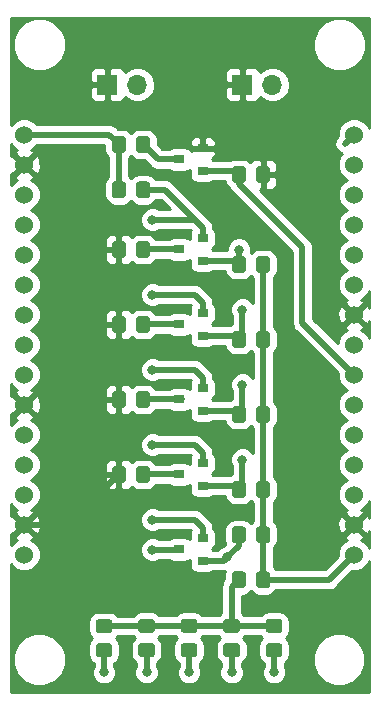
<source format=gbr>
G04 #@! TF.GenerationSoftware,KiCad,Pcbnew,(5.0.2)-1*
G04 #@! TF.CreationDate,2019-06-20T09:18:01+05:30*
G04 #@! TF.ProjectId,CapacityOfBattery,43617061-6369-4747-994f-664261747465,rev?*
G04 #@! TF.SameCoordinates,Original*
G04 #@! TF.FileFunction,Copper,L1,Top*
G04 #@! TF.FilePolarity,Positive*
%FSLAX46Y46*%
G04 Gerber Fmt 4.6, Leading zero omitted, Abs format (unit mm)*
G04 Created by KiCad (PCBNEW (5.0.2)-1) date 06/20/19 09:18:01*
%MOMM*%
%LPD*%
G01*
G04 APERTURE LIST*
G04 #@! TA.AperFunction,SMDPad,CuDef*
%ADD10R,0.900000X0.800000*%
G04 #@! TD*
G04 #@! TA.AperFunction,Conductor*
%ADD11C,0.100000*%
G04 #@! TD*
G04 #@! TA.AperFunction,SMDPad,CuDef*
%ADD12C,1.150000*%
G04 #@! TD*
G04 #@! TA.AperFunction,ComponentPad*
%ADD13C,1.524000*%
G04 #@! TD*
G04 #@! TA.AperFunction,ComponentPad*
%ADD14O,1.700000X1.700000*%
G04 #@! TD*
G04 #@! TA.AperFunction,ComponentPad*
%ADD15R,1.700000X1.700000*%
G04 #@! TD*
G04 #@! TA.AperFunction,ViaPad*
%ADD16C,0.800000*%
G04 #@! TD*
G04 #@! TA.AperFunction,Conductor*
%ADD17C,0.500000*%
G04 #@! TD*
G04 #@! TA.AperFunction,Conductor*
%ADD18C,0.254000*%
G04 #@! TD*
G04 APERTURE END LIST*
D10*
G04 #@! TO.P,Q3,1*
G04 #@! TO.N,/Ctrl3*
X29660000Y-46650000D03*
G04 #@! TO.P,Q3,2*
G04 #@! TO.N,/Vbat*
X29660000Y-44750000D03*
G04 #@! TO.P,Q3,3*
G04 #@! TO.N,Net-(Q3-Pad3)*
X27660000Y-45700000D03*
G04 #@! TD*
D11*
G04 #@! TO.N,GND*
G04 #@! TO.C,R9*
G36*
X35114505Y-25951204D02*
X35138773Y-25954804D01*
X35162572Y-25960765D01*
X35185671Y-25969030D01*
X35207850Y-25979520D01*
X35228893Y-25992132D01*
X35248599Y-26006747D01*
X35266777Y-26023223D01*
X35283253Y-26041401D01*
X35297868Y-26061107D01*
X35310480Y-26082150D01*
X35320970Y-26104329D01*
X35329235Y-26127428D01*
X35335196Y-26151227D01*
X35338796Y-26175495D01*
X35340000Y-26199999D01*
X35340000Y-27100001D01*
X35338796Y-27124505D01*
X35335196Y-27148773D01*
X35329235Y-27172572D01*
X35320970Y-27195671D01*
X35310480Y-27217850D01*
X35297868Y-27238893D01*
X35283253Y-27258599D01*
X35266777Y-27276777D01*
X35248599Y-27293253D01*
X35228893Y-27307868D01*
X35207850Y-27320480D01*
X35185671Y-27330970D01*
X35162572Y-27339235D01*
X35138773Y-27345196D01*
X35114505Y-27348796D01*
X35090001Y-27350000D01*
X34439999Y-27350000D01*
X34415495Y-27348796D01*
X34391227Y-27345196D01*
X34367428Y-27339235D01*
X34344329Y-27330970D01*
X34322150Y-27320480D01*
X34301107Y-27307868D01*
X34281401Y-27293253D01*
X34263223Y-27276777D01*
X34246747Y-27258599D01*
X34232132Y-27238893D01*
X34219520Y-27217850D01*
X34209030Y-27195671D01*
X34200765Y-27172572D01*
X34194804Y-27148773D01*
X34191204Y-27124505D01*
X34190000Y-27100001D01*
X34190000Y-26199999D01*
X34191204Y-26175495D01*
X34194804Y-26151227D01*
X34200765Y-26127428D01*
X34209030Y-26104329D01*
X34219520Y-26082150D01*
X34232132Y-26061107D01*
X34246747Y-26041401D01*
X34263223Y-26023223D01*
X34281401Y-26006747D01*
X34301107Y-25992132D01*
X34322150Y-25979520D01*
X34344329Y-25969030D01*
X34367428Y-25960765D01*
X34391227Y-25954804D01*
X34415495Y-25951204D01*
X34439999Y-25950000D01*
X35090001Y-25950000D01*
X35114505Y-25951204D01*
X35114505Y-25951204D01*
G37*
D12*
G04 #@! TD*
G04 #@! TO.P,R9,1*
G04 #@! TO.N,GND*
X34765000Y-26650000D03*
D11*
G04 #@! TO.N,/En_VoltageDivider*
G04 #@! TO.C,R9*
G36*
X33064505Y-25951204D02*
X33088773Y-25954804D01*
X33112572Y-25960765D01*
X33135671Y-25969030D01*
X33157850Y-25979520D01*
X33178893Y-25992132D01*
X33198599Y-26006747D01*
X33216777Y-26023223D01*
X33233253Y-26041401D01*
X33247868Y-26061107D01*
X33260480Y-26082150D01*
X33270970Y-26104329D01*
X33279235Y-26127428D01*
X33285196Y-26151227D01*
X33288796Y-26175495D01*
X33290000Y-26199999D01*
X33290000Y-27100001D01*
X33288796Y-27124505D01*
X33285196Y-27148773D01*
X33279235Y-27172572D01*
X33270970Y-27195671D01*
X33260480Y-27217850D01*
X33247868Y-27238893D01*
X33233253Y-27258599D01*
X33216777Y-27276777D01*
X33198599Y-27293253D01*
X33178893Y-27307868D01*
X33157850Y-27320480D01*
X33135671Y-27330970D01*
X33112572Y-27339235D01*
X33088773Y-27345196D01*
X33064505Y-27348796D01*
X33040001Y-27350000D01*
X32389999Y-27350000D01*
X32365495Y-27348796D01*
X32341227Y-27345196D01*
X32317428Y-27339235D01*
X32294329Y-27330970D01*
X32272150Y-27320480D01*
X32251107Y-27307868D01*
X32231401Y-27293253D01*
X32213223Y-27276777D01*
X32196747Y-27258599D01*
X32182132Y-27238893D01*
X32169520Y-27217850D01*
X32159030Y-27195671D01*
X32150765Y-27172572D01*
X32144804Y-27148773D01*
X32141204Y-27124505D01*
X32140000Y-27100001D01*
X32140000Y-26199999D01*
X32141204Y-26175495D01*
X32144804Y-26151227D01*
X32150765Y-26127428D01*
X32159030Y-26104329D01*
X32169520Y-26082150D01*
X32182132Y-26061107D01*
X32196747Y-26041401D01*
X32213223Y-26023223D01*
X32231401Y-26006747D01*
X32251107Y-25992132D01*
X32272150Y-25979520D01*
X32294329Y-25969030D01*
X32317428Y-25960765D01*
X32341227Y-25954804D01*
X32365495Y-25951204D01*
X32389999Y-25950000D01*
X33040001Y-25950000D01*
X33064505Y-25951204D01*
X33064505Y-25951204D01*
G37*
D12*
G04 #@! TD*
G04 #@! TO.P,R9,2*
G04 #@! TO.N,/En_VoltageDivider*
X32715000Y-26650000D03*
D10*
G04 #@! TO.P,Q6,1*
G04 #@! TO.N,/En_VoltageDivider*
X29660000Y-26330000D03*
G04 #@! TO.P,Q6,2*
G04 #@! TO.N,GND*
X29660000Y-24430000D03*
G04 #@! TO.P,Q6,3*
G04 #@! TO.N,Net-(Q6-Pad3)*
X27660000Y-25380000D03*
G04 #@! TD*
D11*
G04 #@! TO.N,/Ctrl2*
G04 #@! TO.C,D2*
G36*
X25374505Y-66351204D02*
X25398773Y-66354804D01*
X25422572Y-66360765D01*
X25445671Y-66369030D01*
X25467850Y-66379520D01*
X25488893Y-66392132D01*
X25508599Y-66406747D01*
X25526777Y-66423223D01*
X25543253Y-66441401D01*
X25557868Y-66461107D01*
X25570480Y-66482150D01*
X25580970Y-66504329D01*
X25589235Y-66527428D01*
X25595196Y-66551227D01*
X25598796Y-66575495D01*
X25600000Y-66599999D01*
X25600000Y-67250001D01*
X25598796Y-67274505D01*
X25595196Y-67298773D01*
X25589235Y-67322572D01*
X25580970Y-67345671D01*
X25570480Y-67367850D01*
X25557868Y-67388893D01*
X25543253Y-67408599D01*
X25526777Y-67426777D01*
X25508599Y-67443253D01*
X25488893Y-67457868D01*
X25467850Y-67470480D01*
X25445671Y-67480970D01*
X25422572Y-67489235D01*
X25398773Y-67495196D01*
X25374505Y-67498796D01*
X25350001Y-67500000D01*
X24449999Y-67500000D01*
X24425495Y-67498796D01*
X24401227Y-67495196D01*
X24377428Y-67489235D01*
X24354329Y-67480970D01*
X24332150Y-67470480D01*
X24311107Y-67457868D01*
X24291401Y-67443253D01*
X24273223Y-67426777D01*
X24256747Y-67408599D01*
X24242132Y-67388893D01*
X24229520Y-67367850D01*
X24219030Y-67345671D01*
X24210765Y-67322572D01*
X24204804Y-67298773D01*
X24201204Y-67274505D01*
X24200000Y-67250001D01*
X24200000Y-66599999D01*
X24201204Y-66575495D01*
X24204804Y-66551227D01*
X24210765Y-66527428D01*
X24219030Y-66504329D01*
X24229520Y-66482150D01*
X24242132Y-66461107D01*
X24256747Y-66441401D01*
X24273223Y-66423223D01*
X24291401Y-66406747D01*
X24311107Y-66392132D01*
X24332150Y-66379520D01*
X24354329Y-66369030D01*
X24377428Y-66360765D01*
X24401227Y-66354804D01*
X24425495Y-66351204D01*
X24449999Y-66350000D01*
X25350001Y-66350000D01*
X25374505Y-66351204D01*
X25374505Y-66351204D01*
G37*
D12*
G04 #@! TD*
G04 #@! TO.P,D2,1*
G04 #@! TO.N,/Ctrl2*
X24900000Y-66925000D03*
D11*
G04 #@! TO.N,Net-(D1-Pad2)*
G04 #@! TO.C,D2*
G36*
X25374505Y-64301204D02*
X25398773Y-64304804D01*
X25422572Y-64310765D01*
X25445671Y-64319030D01*
X25467850Y-64329520D01*
X25488893Y-64342132D01*
X25508599Y-64356747D01*
X25526777Y-64373223D01*
X25543253Y-64391401D01*
X25557868Y-64411107D01*
X25570480Y-64432150D01*
X25580970Y-64454329D01*
X25589235Y-64477428D01*
X25595196Y-64501227D01*
X25598796Y-64525495D01*
X25600000Y-64549999D01*
X25600000Y-65200001D01*
X25598796Y-65224505D01*
X25595196Y-65248773D01*
X25589235Y-65272572D01*
X25580970Y-65295671D01*
X25570480Y-65317850D01*
X25557868Y-65338893D01*
X25543253Y-65358599D01*
X25526777Y-65376777D01*
X25508599Y-65393253D01*
X25488893Y-65407868D01*
X25467850Y-65420480D01*
X25445671Y-65430970D01*
X25422572Y-65439235D01*
X25398773Y-65445196D01*
X25374505Y-65448796D01*
X25350001Y-65450000D01*
X24449999Y-65450000D01*
X24425495Y-65448796D01*
X24401227Y-65445196D01*
X24377428Y-65439235D01*
X24354329Y-65430970D01*
X24332150Y-65420480D01*
X24311107Y-65407868D01*
X24291401Y-65393253D01*
X24273223Y-65376777D01*
X24256747Y-65358599D01*
X24242132Y-65338893D01*
X24229520Y-65317850D01*
X24219030Y-65295671D01*
X24210765Y-65272572D01*
X24204804Y-65248773D01*
X24201204Y-65224505D01*
X24200000Y-65200001D01*
X24200000Y-64549999D01*
X24201204Y-64525495D01*
X24204804Y-64501227D01*
X24210765Y-64477428D01*
X24219030Y-64454329D01*
X24229520Y-64432150D01*
X24242132Y-64411107D01*
X24256747Y-64391401D01*
X24273223Y-64373223D01*
X24291401Y-64356747D01*
X24311107Y-64342132D01*
X24332150Y-64329520D01*
X24354329Y-64319030D01*
X24377428Y-64310765D01*
X24401227Y-64304804D01*
X24425495Y-64301204D01*
X24449999Y-64300000D01*
X25350001Y-64300000D01*
X25374505Y-64301204D01*
X25374505Y-64301204D01*
G37*
D12*
G04 #@! TD*
G04 #@! TO.P,D2,2*
G04 #@! TO.N,Net-(D1-Pad2)*
X24900000Y-64875000D03*
D11*
G04 #@! TO.N,Net-(D1-Pad2)*
G04 #@! TO.C,D3*
G36*
X28974505Y-64301204D02*
X28998773Y-64304804D01*
X29022572Y-64310765D01*
X29045671Y-64319030D01*
X29067850Y-64329520D01*
X29088893Y-64342132D01*
X29108599Y-64356747D01*
X29126777Y-64373223D01*
X29143253Y-64391401D01*
X29157868Y-64411107D01*
X29170480Y-64432150D01*
X29180970Y-64454329D01*
X29189235Y-64477428D01*
X29195196Y-64501227D01*
X29198796Y-64525495D01*
X29200000Y-64549999D01*
X29200000Y-65200001D01*
X29198796Y-65224505D01*
X29195196Y-65248773D01*
X29189235Y-65272572D01*
X29180970Y-65295671D01*
X29170480Y-65317850D01*
X29157868Y-65338893D01*
X29143253Y-65358599D01*
X29126777Y-65376777D01*
X29108599Y-65393253D01*
X29088893Y-65407868D01*
X29067850Y-65420480D01*
X29045671Y-65430970D01*
X29022572Y-65439235D01*
X28998773Y-65445196D01*
X28974505Y-65448796D01*
X28950001Y-65450000D01*
X28049999Y-65450000D01*
X28025495Y-65448796D01*
X28001227Y-65445196D01*
X27977428Y-65439235D01*
X27954329Y-65430970D01*
X27932150Y-65420480D01*
X27911107Y-65407868D01*
X27891401Y-65393253D01*
X27873223Y-65376777D01*
X27856747Y-65358599D01*
X27842132Y-65338893D01*
X27829520Y-65317850D01*
X27819030Y-65295671D01*
X27810765Y-65272572D01*
X27804804Y-65248773D01*
X27801204Y-65224505D01*
X27800000Y-65200001D01*
X27800000Y-64549999D01*
X27801204Y-64525495D01*
X27804804Y-64501227D01*
X27810765Y-64477428D01*
X27819030Y-64454329D01*
X27829520Y-64432150D01*
X27842132Y-64411107D01*
X27856747Y-64391401D01*
X27873223Y-64373223D01*
X27891401Y-64356747D01*
X27911107Y-64342132D01*
X27932150Y-64329520D01*
X27954329Y-64319030D01*
X27977428Y-64310765D01*
X28001227Y-64304804D01*
X28025495Y-64301204D01*
X28049999Y-64300000D01*
X28950001Y-64300000D01*
X28974505Y-64301204D01*
X28974505Y-64301204D01*
G37*
D12*
G04 #@! TD*
G04 #@! TO.P,D3,2*
G04 #@! TO.N,Net-(D1-Pad2)*
X28500000Y-64875000D03*
D11*
G04 #@! TO.N,/Ctrl3*
G04 #@! TO.C,D3*
G36*
X28974505Y-66351204D02*
X28998773Y-66354804D01*
X29022572Y-66360765D01*
X29045671Y-66369030D01*
X29067850Y-66379520D01*
X29088893Y-66392132D01*
X29108599Y-66406747D01*
X29126777Y-66423223D01*
X29143253Y-66441401D01*
X29157868Y-66461107D01*
X29170480Y-66482150D01*
X29180970Y-66504329D01*
X29189235Y-66527428D01*
X29195196Y-66551227D01*
X29198796Y-66575495D01*
X29200000Y-66599999D01*
X29200000Y-67250001D01*
X29198796Y-67274505D01*
X29195196Y-67298773D01*
X29189235Y-67322572D01*
X29180970Y-67345671D01*
X29170480Y-67367850D01*
X29157868Y-67388893D01*
X29143253Y-67408599D01*
X29126777Y-67426777D01*
X29108599Y-67443253D01*
X29088893Y-67457868D01*
X29067850Y-67470480D01*
X29045671Y-67480970D01*
X29022572Y-67489235D01*
X28998773Y-67495196D01*
X28974505Y-67498796D01*
X28950001Y-67500000D01*
X28049999Y-67500000D01*
X28025495Y-67498796D01*
X28001227Y-67495196D01*
X27977428Y-67489235D01*
X27954329Y-67480970D01*
X27932150Y-67470480D01*
X27911107Y-67457868D01*
X27891401Y-67443253D01*
X27873223Y-67426777D01*
X27856747Y-67408599D01*
X27842132Y-67388893D01*
X27829520Y-67367850D01*
X27819030Y-67345671D01*
X27810765Y-67322572D01*
X27804804Y-67298773D01*
X27801204Y-67274505D01*
X27800000Y-67250001D01*
X27800000Y-66599999D01*
X27801204Y-66575495D01*
X27804804Y-66551227D01*
X27810765Y-66527428D01*
X27819030Y-66504329D01*
X27829520Y-66482150D01*
X27842132Y-66461107D01*
X27856747Y-66441401D01*
X27873223Y-66423223D01*
X27891401Y-66406747D01*
X27911107Y-66392132D01*
X27932150Y-66379520D01*
X27954329Y-66369030D01*
X27977428Y-66360765D01*
X28001227Y-66354804D01*
X28025495Y-66351204D01*
X28049999Y-66350000D01*
X28950001Y-66350000D01*
X28974505Y-66351204D01*
X28974505Y-66351204D01*
G37*
D12*
G04 #@! TD*
G04 #@! TO.P,D3,1*
G04 #@! TO.N,/Ctrl3*
X28500000Y-66925000D03*
D11*
G04 #@! TO.N,/Ctrl4*
G04 #@! TO.C,D4*
G36*
X32574505Y-66351204D02*
X32598773Y-66354804D01*
X32622572Y-66360765D01*
X32645671Y-66369030D01*
X32667850Y-66379520D01*
X32688893Y-66392132D01*
X32708599Y-66406747D01*
X32726777Y-66423223D01*
X32743253Y-66441401D01*
X32757868Y-66461107D01*
X32770480Y-66482150D01*
X32780970Y-66504329D01*
X32789235Y-66527428D01*
X32795196Y-66551227D01*
X32798796Y-66575495D01*
X32800000Y-66599999D01*
X32800000Y-67250001D01*
X32798796Y-67274505D01*
X32795196Y-67298773D01*
X32789235Y-67322572D01*
X32780970Y-67345671D01*
X32770480Y-67367850D01*
X32757868Y-67388893D01*
X32743253Y-67408599D01*
X32726777Y-67426777D01*
X32708599Y-67443253D01*
X32688893Y-67457868D01*
X32667850Y-67470480D01*
X32645671Y-67480970D01*
X32622572Y-67489235D01*
X32598773Y-67495196D01*
X32574505Y-67498796D01*
X32550001Y-67500000D01*
X31649999Y-67500000D01*
X31625495Y-67498796D01*
X31601227Y-67495196D01*
X31577428Y-67489235D01*
X31554329Y-67480970D01*
X31532150Y-67470480D01*
X31511107Y-67457868D01*
X31491401Y-67443253D01*
X31473223Y-67426777D01*
X31456747Y-67408599D01*
X31442132Y-67388893D01*
X31429520Y-67367850D01*
X31419030Y-67345671D01*
X31410765Y-67322572D01*
X31404804Y-67298773D01*
X31401204Y-67274505D01*
X31400000Y-67250001D01*
X31400000Y-66599999D01*
X31401204Y-66575495D01*
X31404804Y-66551227D01*
X31410765Y-66527428D01*
X31419030Y-66504329D01*
X31429520Y-66482150D01*
X31442132Y-66461107D01*
X31456747Y-66441401D01*
X31473223Y-66423223D01*
X31491401Y-66406747D01*
X31511107Y-66392132D01*
X31532150Y-66379520D01*
X31554329Y-66369030D01*
X31577428Y-66360765D01*
X31601227Y-66354804D01*
X31625495Y-66351204D01*
X31649999Y-66350000D01*
X32550001Y-66350000D01*
X32574505Y-66351204D01*
X32574505Y-66351204D01*
G37*
D12*
G04 #@! TD*
G04 #@! TO.P,D4,1*
G04 #@! TO.N,/Ctrl4*
X32100000Y-66925000D03*
D11*
G04 #@! TO.N,Net-(D1-Pad2)*
G04 #@! TO.C,D4*
G36*
X32574505Y-64301204D02*
X32598773Y-64304804D01*
X32622572Y-64310765D01*
X32645671Y-64319030D01*
X32667850Y-64329520D01*
X32688893Y-64342132D01*
X32708599Y-64356747D01*
X32726777Y-64373223D01*
X32743253Y-64391401D01*
X32757868Y-64411107D01*
X32770480Y-64432150D01*
X32780970Y-64454329D01*
X32789235Y-64477428D01*
X32795196Y-64501227D01*
X32798796Y-64525495D01*
X32800000Y-64549999D01*
X32800000Y-65200001D01*
X32798796Y-65224505D01*
X32795196Y-65248773D01*
X32789235Y-65272572D01*
X32780970Y-65295671D01*
X32770480Y-65317850D01*
X32757868Y-65338893D01*
X32743253Y-65358599D01*
X32726777Y-65376777D01*
X32708599Y-65393253D01*
X32688893Y-65407868D01*
X32667850Y-65420480D01*
X32645671Y-65430970D01*
X32622572Y-65439235D01*
X32598773Y-65445196D01*
X32574505Y-65448796D01*
X32550001Y-65450000D01*
X31649999Y-65450000D01*
X31625495Y-65448796D01*
X31601227Y-65445196D01*
X31577428Y-65439235D01*
X31554329Y-65430970D01*
X31532150Y-65420480D01*
X31511107Y-65407868D01*
X31491401Y-65393253D01*
X31473223Y-65376777D01*
X31456747Y-65358599D01*
X31442132Y-65338893D01*
X31429520Y-65317850D01*
X31419030Y-65295671D01*
X31410765Y-65272572D01*
X31404804Y-65248773D01*
X31401204Y-65224505D01*
X31400000Y-65200001D01*
X31400000Y-64549999D01*
X31401204Y-64525495D01*
X31404804Y-64501227D01*
X31410765Y-64477428D01*
X31419030Y-64454329D01*
X31429520Y-64432150D01*
X31442132Y-64411107D01*
X31456747Y-64391401D01*
X31473223Y-64373223D01*
X31491401Y-64356747D01*
X31511107Y-64342132D01*
X31532150Y-64329520D01*
X31554329Y-64319030D01*
X31577428Y-64310765D01*
X31601227Y-64304804D01*
X31625495Y-64301204D01*
X31649999Y-64300000D01*
X32550001Y-64300000D01*
X32574505Y-64301204D01*
X32574505Y-64301204D01*
G37*
D12*
G04 #@! TD*
G04 #@! TO.P,D4,2*
G04 #@! TO.N,Net-(D1-Pad2)*
X32100000Y-64875000D03*
D11*
G04 #@! TO.N,Net-(D1-Pad2)*
G04 #@! TO.C,D5*
G36*
X36174505Y-64301204D02*
X36198773Y-64304804D01*
X36222572Y-64310765D01*
X36245671Y-64319030D01*
X36267850Y-64329520D01*
X36288893Y-64342132D01*
X36308599Y-64356747D01*
X36326777Y-64373223D01*
X36343253Y-64391401D01*
X36357868Y-64411107D01*
X36370480Y-64432150D01*
X36380970Y-64454329D01*
X36389235Y-64477428D01*
X36395196Y-64501227D01*
X36398796Y-64525495D01*
X36400000Y-64549999D01*
X36400000Y-65200001D01*
X36398796Y-65224505D01*
X36395196Y-65248773D01*
X36389235Y-65272572D01*
X36380970Y-65295671D01*
X36370480Y-65317850D01*
X36357868Y-65338893D01*
X36343253Y-65358599D01*
X36326777Y-65376777D01*
X36308599Y-65393253D01*
X36288893Y-65407868D01*
X36267850Y-65420480D01*
X36245671Y-65430970D01*
X36222572Y-65439235D01*
X36198773Y-65445196D01*
X36174505Y-65448796D01*
X36150001Y-65450000D01*
X35249999Y-65450000D01*
X35225495Y-65448796D01*
X35201227Y-65445196D01*
X35177428Y-65439235D01*
X35154329Y-65430970D01*
X35132150Y-65420480D01*
X35111107Y-65407868D01*
X35091401Y-65393253D01*
X35073223Y-65376777D01*
X35056747Y-65358599D01*
X35042132Y-65338893D01*
X35029520Y-65317850D01*
X35019030Y-65295671D01*
X35010765Y-65272572D01*
X35004804Y-65248773D01*
X35001204Y-65224505D01*
X35000000Y-65200001D01*
X35000000Y-64549999D01*
X35001204Y-64525495D01*
X35004804Y-64501227D01*
X35010765Y-64477428D01*
X35019030Y-64454329D01*
X35029520Y-64432150D01*
X35042132Y-64411107D01*
X35056747Y-64391401D01*
X35073223Y-64373223D01*
X35091401Y-64356747D01*
X35111107Y-64342132D01*
X35132150Y-64329520D01*
X35154329Y-64319030D01*
X35177428Y-64310765D01*
X35201227Y-64304804D01*
X35225495Y-64301204D01*
X35249999Y-64300000D01*
X36150001Y-64300000D01*
X36174505Y-64301204D01*
X36174505Y-64301204D01*
G37*
D12*
G04 #@! TD*
G04 #@! TO.P,D5,2*
G04 #@! TO.N,Net-(D1-Pad2)*
X35700000Y-64875000D03*
D11*
G04 #@! TO.N,/Ctrl5*
G04 #@! TO.C,D5*
G36*
X36174505Y-66351204D02*
X36198773Y-66354804D01*
X36222572Y-66360765D01*
X36245671Y-66369030D01*
X36267850Y-66379520D01*
X36288893Y-66392132D01*
X36308599Y-66406747D01*
X36326777Y-66423223D01*
X36343253Y-66441401D01*
X36357868Y-66461107D01*
X36370480Y-66482150D01*
X36380970Y-66504329D01*
X36389235Y-66527428D01*
X36395196Y-66551227D01*
X36398796Y-66575495D01*
X36400000Y-66599999D01*
X36400000Y-67250001D01*
X36398796Y-67274505D01*
X36395196Y-67298773D01*
X36389235Y-67322572D01*
X36380970Y-67345671D01*
X36370480Y-67367850D01*
X36357868Y-67388893D01*
X36343253Y-67408599D01*
X36326777Y-67426777D01*
X36308599Y-67443253D01*
X36288893Y-67457868D01*
X36267850Y-67470480D01*
X36245671Y-67480970D01*
X36222572Y-67489235D01*
X36198773Y-67495196D01*
X36174505Y-67498796D01*
X36150001Y-67500000D01*
X35249999Y-67500000D01*
X35225495Y-67498796D01*
X35201227Y-67495196D01*
X35177428Y-67489235D01*
X35154329Y-67480970D01*
X35132150Y-67470480D01*
X35111107Y-67457868D01*
X35091401Y-67443253D01*
X35073223Y-67426777D01*
X35056747Y-67408599D01*
X35042132Y-67388893D01*
X35029520Y-67367850D01*
X35019030Y-67345671D01*
X35010765Y-67322572D01*
X35004804Y-67298773D01*
X35001204Y-67274505D01*
X35000000Y-67250001D01*
X35000000Y-66599999D01*
X35001204Y-66575495D01*
X35004804Y-66551227D01*
X35010765Y-66527428D01*
X35019030Y-66504329D01*
X35029520Y-66482150D01*
X35042132Y-66461107D01*
X35056747Y-66441401D01*
X35073223Y-66423223D01*
X35091401Y-66406747D01*
X35111107Y-66392132D01*
X35132150Y-66379520D01*
X35154329Y-66369030D01*
X35177428Y-66360765D01*
X35201227Y-66354804D01*
X35225495Y-66351204D01*
X35249999Y-66350000D01*
X36150001Y-66350000D01*
X36174505Y-66351204D01*
X36174505Y-66351204D01*
G37*
D12*
G04 #@! TD*
G04 #@! TO.P,D5,1*
G04 #@! TO.N,/Ctrl5*
X35700000Y-66925000D03*
D11*
G04 #@! TO.N,/Ctrl1*
G04 #@! TO.C,D1*
G36*
X21775338Y-66361138D02*
X21799606Y-66364738D01*
X21823405Y-66370699D01*
X21846504Y-66378964D01*
X21868683Y-66389454D01*
X21889726Y-66402066D01*
X21909432Y-66416681D01*
X21927610Y-66433157D01*
X21944086Y-66451335D01*
X21958701Y-66471041D01*
X21971313Y-66492084D01*
X21981803Y-66514263D01*
X21990068Y-66537362D01*
X21996029Y-66561161D01*
X21999629Y-66585429D01*
X22000833Y-66609933D01*
X22000833Y-67259935D01*
X21999629Y-67284439D01*
X21996029Y-67308707D01*
X21990068Y-67332506D01*
X21981803Y-67355605D01*
X21971313Y-67377784D01*
X21958701Y-67398827D01*
X21944086Y-67418533D01*
X21927610Y-67436711D01*
X21909432Y-67453187D01*
X21889726Y-67467802D01*
X21868683Y-67480414D01*
X21846504Y-67490904D01*
X21823405Y-67499169D01*
X21799606Y-67505130D01*
X21775338Y-67508730D01*
X21750834Y-67509934D01*
X20850832Y-67509934D01*
X20826328Y-67508730D01*
X20802060Y-67505130D01*
X20778261Y-67499169D01*
X20755162Y-67490904D01*
X20732983Y-67480414D01*
X20711940Y-67467802D01*
X20692234Y-67453187D01*
X20674056Y-67436711D01*
X20657580Y-67418533D01*
X20642965Y-67398827D01*
X20630353Y-67377784D01*
X20619863Y-67355605D01*
X20611598Y-67332506D01*
X20605637Y-67308707D01*
X20602037Y-67284439D01*
X20600833Y-67259935D01*
X20600833Y-66609933D01*
X20602037Y-66585429D01*
X20605637Y-66561161D01*
X20611598Y-66537362D01*
X20619863Y-66514263D01*
X20630353Y-66492084D01*
X20642965Y-66471041D01*
X20657580Y-66451335D01*
X20674056Y-66433157D01*
X20692234Y-66416681D01*
X20711940Y-66402066D01*
X20732983Y-66389454D01*
X20755162Y-66378964D01*
X20778261Y-66370699D01*
X20802060Y-66364738D01*
X20826328Y-66361138D01*
X20850832Y-66359934D01*
X21750834Y-66359934D01*
X21775338Y-66361138D01*
X21775338Y-66361138D01*
G37*
D12*
G04 #@! TD*
G04 #@! TO.P,D1,1*
G04 #@! TO.N,/Ctrl1*
X21300833Y-66934934D03*
D11*
G04 #@! TO.N,Net-(D1-Pad2)*
G04 #@! TO.C,D1*
G36*
X21775338Y-64311138D02*
X21799606Y-64314738D01*
X21823405Y-64320699D01*
X21846504Y-64328964D01*
X21868683Y-64339454D01*
X21889726Y-64352066D01*
X21909432Y-64366681D01*
X21927610Y-64383157D01*
X21944086Y-64401335D01*
X21958701Y-64421041D01*
X21971313Y-64442084D01*
X21981803Y-64464263D01*
X21990068Y-64487362D01*
X21996029Y-64511161D01*
X21999629Y-64535429D01*
X22000833Y-64559933D01*
X22000833Y-65209935D01*
X21999629Y-65234439D01*
X21996029Y-65258707D01*
X21990068Y-65282506D01*
X21981803Y-65305605D01*
X21971313Y-65327784D01*
X21958701Y-65348827D01*
X21944086Y-65368533D01*
X21927610Y-65386711D01*
X21909432Y-65403187D01*
X21889726Y-65417802D01*
X21868683Y-65430414D01*
X21846504Y-65440904D01*
X21823405Y-65449169D01*
X21799606Y-65455130D01*
X21775338Y-65458730D01*
X21750834Y-65459934D01*
X20850832Y-65459934D01*
X20826328Y-65458730D01*
X20802060Y-65455130D01*
X20778261Y-65449169D01*
X20755162Y-65440904D01*
X20732983Y-65430414D01*
X20711940Y-65417802D01*
X20692234Y-65403187D01*
X20674056Y-65386711D01*
X20657580Y-65368533D01*
X20642965Y-65348827D01*
X20630353Y-65327784D01*
X20619863Y-65305605D01*
X20611598Y-65282506D01*
X20605637Y-65258707D01*
X20602037Y-65234439D01*
X20600833Y-65209935D01*
X20600833Y-64559933D01*
X20602037Y-64535429D01*
X20605637Y-64511161D01*
X20611598Y-64487362D01*
X20619863Y-64464263D01*
X20630353Y-64442084D01*
X20642965Y-64421041D01*
X20657580Y-64401335D01*
X20674056Y-64383157D01*
X20692234Y-64366681D01*
X20711940Y-64352066D01*
X20732983Y-64339454D01*
X20755162Y-64328964D01*
X20778261Y-64320699D01*
X20802060Y-64314738D01*
X20826328Y-64311138D01*
X20850832Y-64309934D01*
X21750834Y-64309934D01*
X21775338Y-64311138D01*
X21775338Y-64311138D01*
G37*
D12*
G04 #@! TD*
G04 #@! TO.P,D1,2*
G04 #@! TO.N,Net-(D1-Pad2)*
X21300833Y-64884934D03*
D11*
G04 #@! TO.N,/Vcc*
G04 #@! TO.C,R6*
G36*
X35114505Y-60261204D02*
X35138773Y-60264804D01*
X35162572Y-60270765D01*
X35185671Y-60279030D01*
X35207850Y-60289520D01*
X35228893Y-60302132D01*
X35248599Y-60316747D01*
X35266777Y-60333223D01*
X35283253Y-60351401D01*
X35297868Y-60371107D01*
X35310480Y-60392150D01*
X35320970Y-60414329D01*
X35329235Y-60437428D01*
X35335196Y-60461227D01*
X35338796Y-60485495D01*
X35340000Y-60509999D01*
X35340000Y-61410001D01*
X35338796Y-61434505D01*
X35335196Y-61458773D01*
X35329235Y-61482572D01*
X35320970Y-61505671D01*
X35310480Y-61527850D01*
X35297868Y-61548893D01*
X35283253Y-61568599D01*
X35266777Y-61586777D01*
X35248599Y-61603253D01*
X35228893Y-61617868D01*
X35207850Y-61630480D01*
X35185671Y-61640970D01*
X35162572Y-61649235D01*
X35138773Y-61655196D01*
X35114505Y-61658796D01*
X35090001Y-61660000D01*
X34439999Y-61660000D01*
X34415495Y-61658796D01*
X34391227Y-61655196D01*
X34367428Y-61649235D01*
X34344329Y-61640970D01*
X34322150Y-61630480D01*
X34301107Y-61617868D01*
X34281401Y-61603253D01*
X34263223Y-61586777D01*
X34246747Y-61568599D01*
X34232132Y-61548893D01*
X34219520Y-61527850D01*
X34209030Y-61505671D01*
X34200765Y-61482572D01*
X34194804Y-61458773D01*
X34191204Y-61434505D01*
X34190000Y-61410001D01*
X34190000Y-60509999D01*
X34191204Y-60485495D01*
X34194804Y-60461227D01*
X34200765Y-60437428D01*
X34209030Y-60414329D01*
X34219520Y-60392150D01*
X34232132Y-60371107D01*
X34246747Y-60351401D01*
X34263223Y-60333223D01*
X34281401Y-60316747D01*
X34301107Y-60302132D01*
X34322150Y-60289520D01*
X34344329Y-60279030D01*
X34367428Y-60270765D01*
X34391227Y-60264804D01*
X34415495Y-60261204D01*
X34439999Y-60260000D01*
X35090001Y-60260000D01*
X35114505Y-60261204D01*
X35114505Y-60261204D01*
G37*
D12*
G04 #@! TD*
G04 #@! TO.P,R6,1*
G04 #@! TO.N,/Vcc*
X34765000Y-60960000D03*
D11*
G04 #@! TO.N,Net-(D1-Pad2)*
G04 #@! TO.C,R6*
G36*
X33064505Y-60261204D02*
X33088773Y-60264804D01*
X33112572Y-60270765D01*
X33135671Y-60279030D01*
X33157850Y-60289520D01*
X33178893Y-60302132D01*
X33198599Y-60316747D01*
X33216777Y-60333223D01*
X33233253Y-60351401D01*
X33247868Y-60371107D01*
X33260480Y-60392150D01*
X33270970Y-60414329D01*
X33279235Y-60437428D01*
X33285196Y-60461227D01*
X33288796Y-60485495D01*
X33290000Y-60509999D01*
X33290000Y-61410001D01*
X33288796Y-61434505D01*
X33285196Y-61458773D01*
X33279235Y-61482572D01*
X33270970Y-61505671D01*
X33260480Y-61527850D01*
X33247868Y-61548893D01*
X33233253Y-61568599D01*
X33216777Y-61586777D01*
X33198599Y-61603253D01*
X33178893Y-61617868D01*
X33157850Y-61630480D01*
X33135671Y-61640970D01*
X33112572Y-61649235D01*
X33088773Y-61655196D01*
X33064505Y-61658796D01*
X33040001Y-61660000D01*
X32389999Y-61660000D01*
X32365495Y-61658796D01*
X32341227Y-61655196D01*
X32317428Y-61649235D01*
X32294329Y-61640970D01*
X32272150Y-61630480D01*
X32251107Y-61617868D01*
X32231401Y-61603253D01*
X32213223Y-61586777D01*
X32196747Y-61568599D01*
X32182132Y-61548893D01*
X32169520Y-61527850D01*
X32159030Y-61505671D01*
X32150765Y-61482572D01*
X32144804Y-61458773D01*
X32141204Y-61434505D01*
X32140000Y-61410001D01*
X32140000Y-60509999D01*
X32141204Y-60485495D01*
X32144804Y-60461227D01*
X32150765Y-60437428D01*
X32159030Y-60414329D01*
X32169520Y-60392150D01*
X32182132Y-60371107D01*
X32196747Y-60351401D01*
X32213223Y-60333223D01*
X32231401Y-60316747D01*
X32251107Y-60302132D01*
X32272150Y-60289520D01*
X32294329Y-60279030D01*
X32317428Y-60270765D01*
X32341227Y-60264804D01*
X32365495Y-60261204D01*
X32389999Y-60260000D01*
X33040001Y-60260000D01*
X33064505Y-60261204D01*
X33064505Y-60261204D01*
G37*
D12*
G04 #@! TD*
G04 #@! TO.P,R6,2*
G04 #@! TO.N,Net-(D1-Pad2)*
X32715000Y-60960000D03*
D11*
G04 #@! TO.N,/Vin*
G04 #@! TO.C,R7*
G36*
X22904505Y-27241204D02*
X22928773Y-27244804D01*
X22952572Y-27250765D01*
X22975671Y-27259030D01*
X22997850Y-27269520D01*
X23018893Y-27282132D01*
X23038599Y-27296747D01*
X23056777Y-27313223D01*
X23073253Y-27331401D01*
X23087868Y-27351107D01*
X23100480Y-27372150D01*
X23110970Y-27394329D01*
X23119235Y-27417428D01*
X23125196Y-27441227D01*
X23128796Y-27465495D01*
X23130000Y-27489999D01*
X23130000Y-28390001D01*
X23128796Y-28414505D01*
X23125196Y-28438773D01*
X23119235Y-28462572D01*
X23110970Y-28485671D01*
X23100480Y-28507850D01*
X23087868Y-28528893D01*
X23073253Y-28548599D01*
X23056777Y-28566777D01*
X23038599Y-28583253D01*
X23018893Y-28597868D01*
X22997850Y-28610480D01*
X22975671Y-28620970D01*
X22952572Y-28629235D01*
X22928773Y-28635196D01*
X22904505Y-28638796D01*
X22880001Y-28640000D01*
X22229999Y-28640000D01*
X22205495Y-28638796D01*
X22181227Y-28635196D01*
X22157428Y-28629235D01*
X22134329Y-28620970D01*
X22112150Y-28610480D01*
X22091107Y-28597868D01*
X22071401Y-28583253D01*
X22053223Y-28566777D01*
X22036747Y-28548599D01*
X22022132Y-28528893D01*
X22009520Y-28507850D01*
X21999030Y-28485671D01*
X21990765Y-28462572D01*
X21984804Y-28438773D01*
X21981204Y-28414505D01*
X21980000Y-28390001D01*
X21980000Y-27489999D01*
X21981204Y-27465495D01*
X21984804Y-27441227D01*
X21990765Y-27417428D01*
X21999030Y-27394329D01*
X22009520Y-27372150D01*
X22022132Y-27351107D01*
X22036747Y-27331401D01*
X22053223Y-27313223D01*
X22071401Y-27296747D01*
X22091107Y-27282132D01*
X22112150Y-27269520D01*
X22134329Y-27259030D01*
X22157428Y-27250765D01*
X22181227Y-27244804D01*
X22205495Y-27241204D01*
X22229999Y-27240000D01*
X22880001Y-27240000D01*
X22904505Y-27241204D01*
X22904505Y-27241204D01*
G37*
D12*
G04 #@! TD*
G04 #@! TO.P,R7,2*
G04 #@! TO.N,/Vin*
X22555000Y-27940000D03*
D11*
G04 #@! TO.N,/Vbat*
G04 #@! TO.C,R7*
G36*
X24954505Y-27241204D02*
X24978773Y-27244804D01*
X25002572Y-27250765D01*
X25025671Y-27259030D01*
X25047850Y-27269520D01*
X25068893Y-27282132D01*
X25088599Y-27296747D01*
X25106777Y-27313223D01*
X25123253Y-27331401D01*
X25137868Y-27351107D01*
X25150480Y-27372150D01*
X25160970Y-27394329D01*
X25169235Y-27417428D01*
X25175196Y-27441227D01*
X25178796Y-27465495D01*
X25180000Y-27489999D01*
X25180000Y-28390001D01*
X25178796Y-28414505D01*
X25175196Y-28438773D01*
X25169235Y-28462572D01*
X25160970Y-28485671D01*
X25150480Y-28507850D01*
X25137868Y-28528893D01*
X25123253Y-28548599D01*
X25106777Y-28566777D01*
X25088599Y-28583253D01*
X25068893Y-28597868D01*
X25047850Y-28610480D01*
X25025671Y-28620970D01*
X25002572Y-28629235D01*
X24978773Y-28635196D01*
X24954505Y-28638796D01*
X24930001Y-28640000D01*
X24279999Y-28640000D01*
X24255495Y-28638796D01*
X24231227Y-28635196D01*
X24207428Y-28629235D01*
X24184329Y-28620970D01*
X24162150Y-28610480D01*
X24141107Y-28597868D01*
X24121401Y-28583253D01*
X24103223Y-28566777D01*
X24086747Y-28548599D01*
X24072132Y-28528893D01*
X24059520Y-28507850D01*
X24049030Y-28485671D01*
X24040765Y-28462572D01*
X24034804Y-28438773D01*
X24031204Y-28414505D01*
X24030000Y-28390001D01*
X24030000Y-27489999D01*
X24031204Y-27465495D01*
X24034804Y-27441227D01*
X24040765Y-27417428D01*
X24049030Y-27394329D01*
X24059520Y-27372150D01*
X24072132Y-27351107D01*
X24086747Y-27331401D01*
X24103223Y-27313223D01*
X24121401Y-27296747D01*
X24141107Y-27282132D01*
X24162150Y-27269520D01*
X24184329Y-27259030D01*
X24207428Y-27250765D01*
X24231227Y-27244804D01*
X24255495Y-27241204D01*
X24279999Y-27240000D01*
X24930001Y-27240000D01*
X24954505Y-27241204D01*
X24954505Y-27241204D01*
G37*
D12*
G04 #@! TD*
G04 #@! TO.P,R7,1*
G04 #@! TO.N,/Vbat*
X24605000Y-27940000D03*
D11*
G04 #@! TO.N,/Vin*
G04 #@! TO.C,R8*
G36*
X22904505Y-23411204D02*
X22928773Y-23414804D01*
X22952572Y-23420765D01*
X22975671Y-23429030D01*
X22997850Y-23439520D01*
X23018893Y-23452132D01*
X23038599Y-23466747D01*
X23056777Y-23483223D01*
X23073253Y-23501401D01*
X23087868Y-23521107D01*
X23100480Y-23542150D01*
X23110970Y-23564329D01*
X23119235Y-23587428D01*
X23125196Y-23611227D01*
X23128796Y-23635495D01*
X23130000Y-23659999D01*
X23130000Y-24560001D01*
X23128796Y-24584505D01*
X23125196Y-24608773D01*
X23119235Y-24632572D01*
X23110970Y-24655671D01*
X23100480Y-24677850D01*
X23087868Y-24698893D01*
X23073253Y-24718599D01*
X23056777Y-24736777D01*
X23038599Y-24753253D01*
X23018893Y-24767868D01*
X22997850Y-24780480D01*
X22975671Y-24790970D01*
X22952572Y-24799235D01*
X22928773Y-24805196D01*
X22904505Y-24808796D01*
X22880001Y-24810000D01*
X22229999Y-24810000D01*
X22205495Y-24808796D01*
X22181227Y-24805196D01*
X22157428Y-24799235D01*
X22134329Y-24790970D01*
X22112150Y-24780480D01*
X22091107Y-24767868D01*
X22071401Y-24753253D01*
X22053223Y-24736777D01*
X22036747Y-24718599D01*
X22022132Y-24698893D01*
X22009520Y-24677850D01*
X21999030Y-24655671D01*
X21990765Y-24632572D01*
X21984804Y-24608773D01*
X21981204Y-24584505D01*
X21980000Y-24560001D01*
X21980000Y-23659999D01*
X21981204Y-23635495D01*
X21984804Y-23611227D01*
X21990765Y-23587428D01*
X21999030Y-23564329D01*
X22009520Y-23542150D01*
X22022132Y-23521107D01*
X22036747Y-23501401D01*
X22053223Y-23483223D01*
X22071401Y-23466747D01*
X22091107Y-23452132D01*
X22112150Y-23439520D01*
X22134329Y-23429030D01*
X22157428Y-23420765D01*
X22181227Y-23414804D01*
X22205495Y-23411204D01*
X22229999Y-23410000D01*
X22880001Y-23410000D01*
X22904505Y-23411204D01*
X22904505Y-23411204D01*
G37*
D12*
G04 #@! TD*
G04 #@! TO.P,R8,1*
G04 #@! TO.N,/Vin*
X22555000Y-24110000D03*
D11*
G04 #@! TO.N,Net-(Q6-Pad3)*
G04 #@! TO.C,R8*
G36*
X24954505Y-23411204D02*
X24978773Y-23414804D01*
X25002572Y-23420765D01*
X25025671Y-23429030D01*
X25047850Y-23439520D01*
X25068893Y-23452132D01*
X25088599Y-23466747D01*
X25106777Y-23483223D01*
X25123253Y-23501401D01*
X25137868Y-23521107D01*
X25150480Y-23542150D01*
X25160970Y-23564329D01*
X25169235Y-23587428D01*
X25175196Y-23611227D01*
X25178796Y-23635495D01*
X25180000Y-23659999D01*
X25180000Y-24560001D01*
X25178796Y-24584505D01*
X25175196Y-24608773D01*
X25169235Y-24632572D01*
X25160970Y-24655671D01*
X25150480Y-24677850D01*
X25137868Y-24698893D01*
X25123253Y-24718599D01*
X25106777Y-24736777D01*
X25088599Y-24753253D01*
X25068893Y-24767868D01*
X25047850Y-24780480D01*
X25025671Y-24790970D01*
X25002572Y-24799235D01*
X24978773Y-24805196D01*
X24954505Y-24808796D01*
X24930001Y-24810000D01*
X24279999Y-24810000D01*
X24255495Y-24808796D01*
X24231227Y-24805196D01*
X24207428Y-24799235D01*
X24184329Y-24790970D01*
X24162150Y-24780480D01*
X24141107Y-24767868D01*
X24121401Y-24753253D01*
X24103223Y-24736777D01*
X24086747Y-24718599D01*
X24072132Y-24698893D01*
X24059520Y-24677850D01*
X24049030Y-24655671D01*
X24040765Y-24632572D01*
X24034804Y-24608773D01*
X24031204Y-24584505D01*
X24030000Y-24560001D01*
X24030000Y-23659999D01*
X24031204Y-23635495D01*
X24034804Y-23611227D01*
X24040765Y-23587428D01*
X24049030Y-23564329D01*
X24059520Y-23542150D01*
X24072132Y-23521107D01*
X24086747Y-23501401D01*
X24103223Y-23483223D01*
X24121401Y-23466747D01*
X24141107Y-23452132D01*
X24162150Y-23439520D01*
X24184329Y-23429030D01*
X24207428Y-23420765D01*
X24231227Y-23414804D01*
X24255495Y-23411204D01*
X24279999Y-23410000D01*
X24930001Y-23410000D01*
X24954505Y-23411204D01*
X24954505Y-23411204D01*
G37*
D12*
G04 #@! TD*
G04 #@! TO.P,R8,2*
G04 #@! TO.N,Net-(Q6-Pad3)*
X24605000Y-24110000D03*
D13*
G04 #@! TO.P,U1,30*
G04 #@! TO.N,/Ctrl1*
X42470000Y-23280000D03*
G04 #@! TO.P,U1,29*
G04 #@! TO.N,/Ctrl2*
X42470000Y-25820000D03*
G04 #@! TO.P,U1,28*
G04 #@! TO.N,/Ctrl3*
X42470000Y-28360000D03*
G04 #@! TO.P,U1,27*
G04 #@! TO.N,Net-(U1-Pad27)*
X42470000Y-30900000D03*
G04 #@! TO.P,U1,26*
G04 #@! TO.N,Net-(U1-Pad26)*
X42470000Y-33440000D03*
G04 #@! TO.P,U1,25*
G04 #@! TO.N,Net-(U1-Pad25)*
X42470000Y-35980000D03*
G04 #@! TO.P,U1,24*
G04 #@! TO.N,GND*
X42470000Y-38520000D03*
G04 #@! TO.P,U1,23*
G04 #@! TO.N,Net-(U1-Pad23)*
X42470000Y-41060000D03*
G04 #@! TO.P,U1,22*
G04 #@! TO.N,/En_VoltageDivider*
X42470000Y-43600000D03*
G04 #@! TO.P,U1,21*
G04 #@! TO.N,/Ctrl4*
X42470000Y-46140000D03*
G04 #@! TO.P,U1,20*
G04 #@! TO.N,/Ctrl5*
X42470000Y-48680000D03*
G04 #@! TO.P,U1,19*
G04 #@! TO.N,Net-(U1-Pad19)*
X42470000Y-51220000D03*
G04 #@! TO.P,U1,18*
G04 #@! TO.N,Net-(U1-Pad18)*
X42470000Y-53760000D03*
G04 #@! TO.P,U1,17*
G04 #@! TO.N,GND*
X42470000Y-56300000D03*
G04 #@! TO.P,U1,16*
G04 #@! TO.N,/Vcc*
X42470000Y-58840000D03*
G04 #@! TO.P,U1,15*
G04 #@! TO.N,Net-(U1-Pad15)*
X14530000Y-58840000D03*
G04 #@! TO.P,U1,14*
G04 #@! TO.N,GND*
X14530000Y-56300000D03*
G04 #@! TO.P,U1,13*
G04 #@! TO.N,Net-(U1-Pad13)*
X14530000Y-53760000D03*
G04 #@! TO.P,U1,12*
G04 #@! TO.N,Net-(U1-Pad12)*
X14530000Y-51220000D03*
G04 #@! TO.P,U1,11*
G04 #@! TO.N,/Vcc*
X14530000Y-48680000D03*
G04 #@! TO.P,U1,10*
G04 #@! TO.N,GND*
X14530000Y-46140000D03*
G04 #@! TO.P,U1,9*
G04 #@! TO.N,Net-(U1-Pad9)*
X14530000Y-43600000D03*
G04 #@! TO.P,U1,8*
G04 #@! TO.N,Net-(U1-Pad8)*
X14530000Y-41060000D03*
G04 #@! TO.P,U1,7*
G04 #@! TO.N,Net-(U1-Pad7)*
X14530000Y-38520000D03*
G04 #@! TO.P,U1,6*
G04 #@! TO.N,Net-(U1-Pad6)*
X14530000Y-35980000D03*
G04 #@! TO.P,U1,5*
G04 #@! TO.N,Net-(U1-Pad5)*
X14530000Y-33440000D03*
G04 #@! TO.P,U1,4*
G04 #@! TO.N,Net-(U1-Pad4)*
X14530000Y-30900000D03*
G04 #@! TO.P,U1,3*
G04 #@! TO.N,Net-(U1-Pad3)*
X14530000Y-28360000D03*
G04 #@! TO.P,U1,2*
G04 #@! TO.N,GND*
X14530000Y-25820000D03*
G04 #@! TO.P,U1,1*
G04 #@! TO.N,/Vin*
X14530000Y-23280000D03*
G04 #@! TD*
D14*
G04 #@! TO.P,J2,2*
G04 #@! TO.N,Net-(J2-Pad2)*
X24130000Y-19050000D03*
D15*
G04 #@! TO.P,J2,1*
G04 #@! TO.N,GND*
X21590000Y-19050000D03*
G04 #@! TD*
G04 #@! TO.P,J1,1*
G04 #@! TO.N,GND*
X33020000Y-19050000D03*
D14*
G04 #@! TO.P,J1,2*
G04 #@! TO.N,/Vbat*
X35560000Y-19050000D03*
G04 #@! TD*
D10*
G04 #@! TO.P,Q1,1*
G04 #@! TO.N,/Ctrl1*
X29660000Y-33950000D03*
G04 #@! TO.P,Q1,2*
G04 #@! TO.N,/Vbat*
X29660000Y-32050000D03*
G04 #@! TO.P,Q1,3*
G04 #@! TO.N,Net-(Q1-Pad3)*
X27660000Y-33000000D03*
G04 #@! TD*
G04 #@! TO.P,Q2,3*
G04 #@! TO.N,Net-(Q2-Pad3)*
X27660000Y-39350000D03*
G04 #@! TO.P,Q2,2*
G04 #@! TO.N,/Vbat*
X29660000Y-38400000D03*
G04 #@! TO.P,Q2,1*
G04 #@! TO.N,/Ctrl2*
X29660000Y-40300000D03*
G04 #@! TD*
G04 #@! TO.P,Q4,3*
G04 #@! TO.N,Net-(Q4-Pad3)*
X27660000Y-52050000D03*
G04 #@! TO.P,Q4,2*
G04 #@! TO.N,/Vbat*
X29660000Y-51100000D03*
G04 #@! TO.P,Q4,1*
G04 #@! TO.N,/Ctrl4*
X29660000Y-53000000D03*
G04 #@! TD*
G04 #@! TO.P,Q5,1*
G04 #@! TO.N,/Ctrl5*
X29660000Y-59350000D03*
G04 #@! TO.P,Q5,2*
G04 #@! TO.N,/Vbat*
X29660000Y-57450000D03*
G04 #@! TO.P,Q5,3*
G04 #@! TO.N,Net-(J2-Pad2)*
X27660000Y-58400000D03*
G04 #@! TD*
D11*
G04 #@! TO.N,/Vcc*
G04 #@! TO.C,R1*
G36*
X35114505Y-33571204D02*
X35138773Y-33574804D01*
X35162572Y-33580765D01*
X35185671Y-33589030D01*
X35207850Y-33599520D01*
X35228893Y-33612132D01*
X35248599Y-33626747D01*
X35266777Y-33643223D01*
X35283253Y-33661401D01*
X35297868Y-33681107D01*
X35310480Y-33702150D01*
X35320970Y-33724329D01*
X35329235Y-33747428D01*
X35335196Y-33771227D01*
X35338796Y-33795495D01*
X35340000Y-33819999D01*
X35340000Y-34720001D01*
X35338796Y-34744505D01*
X35335196Y-34768773D01*
X35329235Y-34792572D01*
X35320970Y-34815671D01*
X35310480Y-34837850D01*
X35297868Y-34858893D01*
X35283253Y-34878599D01*
X35266777Y-34896777D01*
X35248599Y-34913253D01*
X35228893Y-34927868D01*
X35207850Y-34940480D01*
X35185671Y-34950970D01*
X35162572Y-34959235D01*
X35138773Y-34965196D01*
X35114505Y-34968796D01*
X35090001Y-34970000D01*
X34439999Y-34970000D01*
X34415495Y-34968796D01*
X34391227Y-34965196D01*
X34367428Y-34959235D01*
X34344329Y-34950970D01*
X34322150Y-34940480D01*
X34301107Y-34927868D01*
X34281401Y-34913253D01*
X34263223Y-34896777D01*
X34246747Y-34878599D01*
X34232132Y-34858893D01*
X34219520Y-34837850D01*
X34209030Y-34815671D01*
X34200765Y-34792572D01*
X34194804Y-34768773D01*
X34191204Y-34744505D01*
X34190000Y-34720001D01*
X34190000Y-33819999D01*
X34191204Y-33795495D01*
X34194804Y-33771227D01*
X34200765Y-33747428D01*
X34209030Y-33724329D01*
X34219520Y-33702150D01*
X34232132Y-33681107D01*
X34246747Y-33661401D01*
X34263223Y-33643223D01*
X34281401Y-33626747D01*
X34301107Y-33612132D01*
X34322150Y-33599520D01*
X34344329Y-33589030D01*
X34367428Y-33580765D01*
X34391227Y-33574804D01*
X34415495Y-33571204D01*
X34439999Y-33570000D01*
X35090001Y-33570000D01*
X35114505Y-33571204D01*
X35114505Y-33571204D01*
G37*
D12*
G04 #@! TD*
G04 #@! TO.P,R1,1*
G04 #@! TO.N,/Vcc*
X34765000Y-34270000D03*
D11*
G04 #@! TO.N,/Ctrl1*
G04 #@! TO.C,R1*
G36*
X33064505Y-33571204D02*
X33088773Y-33574804D01*
X33112572Y-33580765D01*
X33135671Y-33589030D01*
X33157850Y-33599520D01*
X33178893Y-33612132D01*
X33198599Y-33626747D01*
X33216777Y-33643223D01*
X33233253Y-33661401D01*
X33247868Y-33681107D01*
X33260480Y-33702150D01*
X33270970Y-33724329D01*
X33279235Y-33747428D01*
X33285196Y-33771227D01*
X33288796Y-33795495D01*
X33290000Y-33819999D01*
X33290000Y-34720001D01*
X33288796Y-34744505D01*
X33285196Y-34768773D01*
X33279235Y-34792572D01*
X33270970Y-34815671D01*
X33260480Y-34837850D01*
X33247868Y-34858893D01*
X33233253Y-34878599D01*
X33216777Y-34896777D01*
X33198599Y-34913253D01*
X33178893Y-34927868D01*
X33157850Y-34940480D01*
X33135671Y-34950970D01*
X33112572Y-34959235D01*
X33088773Y-34965196D01*
X33064505Y-34968796D01*
X33040001Y-34970000D01*
X32389999Y-34970000D01*
X32365495Y-34968796D01*
X32341227Y-34965196D01*
X32317428Y-34959235D01*
X32294329Y-34950970D01*
X32272150Y-34940480D01*
X32251107Y-34927868D01*
X32231401Y-34913253D01*
X32213223Y-34896777D01*
X32196747Y-34878599D01*
X32182132Y-34858893D01*
X32169520Y-34837850D01*
X32159030Y-34815671D01*
X32150765Y-34792572D01*
X32144804Y-34768773D01*
X32141204Y-34744505D01*
X32140000Y-34720001D01*
X32140000Y-33819999D01*
X32141204Y-33795495D01*
X32144804Y-33771227D01*
X32150765Y-33747428D01*
X32159030Y-33724329D01*
X32169520Y-33702150D01*
X32182132Y-33681107D01*
X32196747Y-33661401D01*
X32213223Y-33643223D01*
X32231401Y-33626747D01*
X32251107Y-33612132D01*
X32272150Y-33599520D01*
X32294329Y-33589030D01*
X32317428Y-33580765D01*
X32341227Y-33574804D01*
X32365495Y-33571204D01*
X32389999Y-33570000D01*
X33040001Y-33570000D01*
X33064505Y-33571204D01*
X33064505Y-33571204D01*
G37*
D12*
G04 #@! TD*
G04 #@! TO.P,R1,2*
G04 #@! TO.N,/Ctrl1*
X32715000Y-34270000D03*
D11*
G04 #@! TO.N,/Ctrl3*
G04 #@! TO.C,R3*
G36*
X33064505Y-46271204D02*
X33088773Y-46274804D01*
X33112572Y-46280765D01*
X33135671Y-46289030D01*
X33157850Y-46299520D01*
X33178893Y-46312132D01*
X33198599Y-46326747D01*
X33216777Y-46343223D01*
X33233253Y-46361401D01*
X33247868Y-46381107D01*
X33260480Y-46402150D01*
X33270970Y-46424329D01*
X33279235Y-46447428D01*
X33285196Y-46471227D01*
X33288796Y-46495495D01*
X33290000Y-46519999D01*
X33290000Y-47420001D01*
X33288796Y-47444505D01*
X33285196Y-47468773D01*
X33279235Y-47492572D01*
X33270970Y-47515671D01*
X33260480Y-47537850D01*
X33247868Y-47558893D01*
X33233253Y-47578599D01*
X33216777Y-47596777D01*
X33198599Y-47613253D01*
X33178893Y-47627868D01*
X33157850Y-47640480D01*
X33135671Y-47650970D01*
X33112572Y-47659235D01*
X33088773Y-47665196D01*
X33064505Y-47668796D01*
X33040001Y-47670000D01*
X32389999Y-47670000D01*
X32365495Y-47668796D01*
X32341227Y-47665196D01*
X32317428Y-47659235D01*
X32294329Y-47650970D01*
X32272150Y-47640480D01*
X32251107Y-47627868D01*
X32231401Y-47613253D01*
X32213223Y-47596777D01*
X32196747Y-47578599D01*
X32182132Y-47558893D01*
X32169520Y-47537850D01*
X32159030Y-47515671D01*
X32150765Y-47492572D01*
X32144804Y-47468773D01*
X32141204Y-47444505D01*
X32140000Y-47420001D01*
X32140000Y-46519999D01*
X32141204Y-46495495D01*
X32144804Y-46471227D01*
X32150765Y-46447428D01*
X32159030Y-46424329D01*
X32169520Y-46402150D01*
X32182132Y-46381107D01*
X32196747Y-46361401D01*
X32213223Y-46343223D01*
X32231401Y-46326747D01*
X32251107Y-46312132D01*
X32272150Y-46299520D01*
X32294329Y-46289030D01*
X32317428Y-46280765D01*
X32341227Y-46274804D01*
X32365495Y-46271204D01*
X32389999Y-46270000D01*
X33040001Y-46270000D01*
X33064505Y-46271204D01*
X33064505Y-46271204D01*
G37*
D12*
G04 #@! TD*
G04 #@! TO.P,R3,2*
G04 #@! TO.N,/Ctrl3*
X32715000Y-46970000D03*
D11*
G04 #@! TO.N,/Vcc*
G04 #@! TO.C,R3*
G36*
X35114505Y-46271204D02*
X35138773Y-46274804D01*
X35162572Y-46280765D01*
X35185671Y-46289030D01*
X35207850Y-46299520D01*
X35228893Y-46312132D01*
X35248599Y-46326747D01*
X35266777Y-46343223D01*
X35283253Y-46361401D01*
X35297868Y-46381107D01*
X35310480Y-46402150D01*
X35320970Y-46424329D01*
X35329235Y-46447428D01*
X35335196Y-46471227D01*
X35338796Y-46495495D01*
X35340000Y-46519999D01*
X35340000Y-47420001D01*
X35338796Y-47444505D01*
X35335196Y-47468773D01*
X35329235Y-47492572D01*
X35320970Y-47515671D01*
X35310480Y-47537850D01*
X35297868Y-47558893D01*
X35283253Y-47578599D01*
X35266777Y-47596777D01*
X35248599Y-47613253D01*
X35228893Y-47627868D01*
X35207850Y-47640480D01*
X35185671Y-47650970D01*
X35162572Y-47659235D01*
X35138773Y-47665196D01*
X35114505Y-47668796D01*
X35090001Y-47670000D01*
X34439999Y-47670000D01*
X34415495Y-47668796D01*
X34391227Y-47665196D01*
X34367428Y-47659235D01*
X34344329Y-47650970D01*
X34322150Y-47640480D01*
X34301107Y-47627868D01*
X34281401Y-47613253D01*
X34263223Y-47596777D01*
X34246747Y-47578599D01*
X34232132Y-47558893D01*
X34219520Y-47537850D01*
X34209030Y-47515671D01*
X34200765Y-47492572D01*
X34194804Y-47468773D01*
X34191204Y-47444505D01*
X34190000Y-47420001D01*
X34190000Y-46519999D01*
X34191204Y-46495495D01*
X34194804Y-46471227D01*
X34200765Y-46447428D01*
X34209030Y-46424329D01*
X34219520Y-46402150D01*
X34232132Y-46381107D01*
X34246747Y-46361401D01*
X34263223Y-46343223D01*
X34281401Y-46326747D01*
X34301107Y-46312132D01*
X34322150Y-46299520D01*
X34344329Y-46289030D01*
X34367428Y-46280765D01*
X34391227Y-46274804D01*
X34415495Y-46271204D01*
X34439999Y-46270000D01*
X35090001Y-46270000D01*
X35114505Y-46271204D01*
X35114505Y-46271204D01*
G37*
D12*
G04 #@! TD*
G04 #@! TO.P,R3,1*
G04 #@! TO.N,/Vcc*
X34765000Y-46970000D03*
D11*
G04 #@! TO.N,/Vcc*
G04 #@! TO.C,R4*
G36*
X35114505Y-52621204D02*
X35138773Y-52624804D01*
X35162572Y-52630765D01*
X35185671Y-52639030D01*
X35207850Y-52649520D01*
X35228893Y-52662132D01*
X35248599Y-52676747D01*
X35266777Y-52693223D01*
X35283253Y-52711401D01*
X35297868Y-52731107D01*
X35310480Y-52752150D01*
X35320970Y-52774329D01*
X35329235Y-52797428D01*
X35335196Y-52821227D01*
X35338796Y-52845495D01*
X35340000Y-52869999D01*
X35340000Y-53770001D01*
X35338796Y-53794505D01*
X35335196Y-53818773D01*
X35329235Y-53842572D01*
X35320970Y-53865671D01*
X35310480Y-53887850D01*
X35297868Y-53908893D01*
X35283253Y-53928599D01*
X35266777Y-53946777D01*
X35248599Y-53963253D01*
X35228893Y-53977868D01*
X35207850Y-53990480D01*
X35185671Y-54000970D01*
X35162572Y-54009235D01*
X35138773Y-54015196D01*
X35114505Y-54018796D01*
X35090001Y-54020000D01*
X34439999Y-54020000D01*
X34415495Y-54018796D01*
X34391227Y-54015196D01*
X34367428Y-54009235D01*
X34344329Y-54000970D01*
X34322150Y-53990480D01*
X34301107Y-53977868D01*
X34281401Y-53963253D01*
X34263223Y-53946777D01*
X34246747Y-53928599D01*
X34232132Y-53908893D01*
X34219520Y-53887850D01*
X34209030Y-53865671D01*
X34200765Y-53842572D01*
X34194804Y-53818773D01*
X34191204Y-53794505D01*
X34190000Y-53770001D01*
X34190000Y-52869999D01*
X34191204Y-52845495D01*
X34194804Y-52821227D01*
X34200765Y-52797428D01*
X34209030Y-52774329D01*
X34219520Y-52752150D01*
X34232132Y-52731107D01*
X34246747Y-52711401D01*
X34263223Y-52693223D01*
X34281401Y-52676747D01*
X34301107Y-52662132D01*
X34322150Y-52649520D01*
X34344329Y-52639030D01*
X34367428Y-52630765D01*
X34391227Y-52624804D01*
X34415495Y-52621204D01*
X34439999Y-52620000D01*
X35090001Y-52620000D01*
X35114505Y-52621204D01*
X35114505Y-52621204D01*
G37*
D12*
G04 #@! TD*
G04 #@! TO.P,R4,1*
G04 #@! TO.N,/Vcc*
X34765000Y-53320000D03*
D11*
G04 #@! TO.N,/Ctrl4*
G04 #@! TO.C,R4*
G36*
X33064505Y-52621204D02*
X33088773Y-52624804D01*
X33112572Y-52630765D01*
X33135671Y-52639030D01*
X33157850Y-52649520D01*
X33178893Y-52662132D01*
X33198599Y-52676747D01*
X33216777Y-52693223D01*
X33233253Y-52711401D01*
X33247868Y-52731107D01*
X33260480Y-52752150D01*
X33270970Y-52774329D01*
X33279235Y-52797428D01*
X33285196Y-52821227D01*
X33288796Y-52845495D01*
X33290000Y-52869999D01*
X33290000Y-53770001D01*
X33288796Y-53794505D01*
X33285196Y-53818773D01*
X33279235Y-53842572D01*
X33270970Y-53865671D01*
X33260480Y-53887850D01*
X33247868Y-53908893D01*
X33233253Y-53928599D01*
X33216777Y-53946777D01*
X33198599Y-53963253D01*
X33178893Y-53977868D01*
X33157850Y-53990480D01*
X33135671Y-54000970D01*
X33112572Y-54009235D01*
X33088773Y-54015196D01*
X33064505Y-54018796D01*
X33040001Y-54020000D01*
X32389999Y-54020000D01*
X32365495Y-54018796D01*
X32341227Y-54015196D01*
X32317428Y-54009235D01*
X32294329Y-54000970D01*
X32272150Y-53990480D01*
X32251107Y-53977868D01*
X32231401Y-53963253D01*
X32213223Y-53946777D01*
X32196747Y-53928599D01*
X32182132Y-53908893D01*
X32169520Y-53887850D01*
X32159030Y-53865671D01*
X32150765Y-53842572D01*
X32144804Y-53818773D01*
X32141204Y-53794505D01*
X32140000Y-53770001D01*
X32140000Y-52869999D01*
X32141204Y-52845495D01*
X32144804Y-52821227D01*
X32150765Y-52797428D01*
X32159030Y-52774329D01*
X32169520Y-52752150D01*
X32182132Y-52731107D01*
X32196747Y-52711401D01*
X32213223Y-52693223D01*
X32231401Y-52676747D01*
X32251107Y-52662132D01*
X32272150Y-52649520D01*
X32294329Y-52639030D01*
X32317428Y-52630765D01*
X32341227Y-52624804D01*
X32365495Y-52621204D01*
X32389999Y-52620000D01*
X33040001Y-52620000D01*
X33064505Y-52621204D01*
X33064505Y-52621204D01*
G37*
D12*
G04 #@! TD*
G04 #@! TO.P,R4,2*
G04 #@! TO.N,/Ctrl4*
X32715000Y-53320000D03*
D11*
G04 #@! TO.N,/Ctrl5*
G04 #@! TO.C,R5*
G36*
X33064505Y-56451204D02*
X33088773Y-56454804D01*
X33112572Y-56460765D01*
X33135671Y-56469030D01*
X33157850Y-56479520D01*
X33178893Y-56492132D01*
X33198599Y-56506747D01*
X33216777Y-56523223D01*
X33233253Y-56541401D01*
X33247868Y-56561107D01*
X33260480Y-56582150D01*
X33270970Y-56604329D01*
X33279235Y-56627428D01*
X33285196Y-56651227D01*
X33288796Y-56675495D01*
X33290000Y-56699999D01*
X33290000Y-57600001D01*
X33288796Y-57624505D01*
X33285196Y-57648773D01*
X33279235Y-57672572D01*
X33270970Y-57695671D01*
X33260480Y-57717850D01*
X33247868Y-57738893D01*
X33233253Y-57758599D01*
X33216777Y-57776777D01*
X33198599Y-57793253D01*
X33178893Y-57807868D01*
X33157850Y-57820480D01*
X33135671Y-57830970D01*
X33112572Y-57839235D01*
X33088773Y-57845196D01*
X33064505Y-57848796D01*
X33040001Y-57850000D01*
X32389999Y-57850000D01*
X32365495Y-57848796D01*
X32341227Y-57845196D01*
X32317428Y-57839235D01*
X32294329Y-57830970D01*
X32272150Y-57820480D01*
X32251107Y-57807868D01*
X32231401Y-57793253D01*
X32213223Y-57776777D01*
X32196747Y-57758599D01*
X32182132Y-57738893D01*
X32169520Y-57717850D01*
X32159030Y-57695671D01*
X32150765Y-57672572D01*
X32144804Y-57648773D01*
X32141204Y-57624505D01*
X32140000Y-57600001D01*
X32140000Y-56699999D01*
X32141204Y-56675495D01*
X32144804Y-56651227D01*
X32150765Y-56627428D01*
X32159030Y-56604329D01*
X32169520Y-56582150D01*
X32182132Y-56561107D01*
X32196747Y-56541401D01*
X32213223Y-56523223D01*
X32231401Y-56506747D01*
X32251107Y-56492132D01*
X32272150Y-56479520D01*
X32294329Y-56469030D01*
X32317428Y-56460765D01*
X32341227Y-56454804D01*
X32365495Y-56451204D01*
X32389999Y-56450000D01*
X33040001Y-56450000D01*
X33064505Y-56451204D01*
X33064505Y-56451204D01*
G37*
D12*
G04 #@! TD*
G04 #@! TO.P,R5,2*
G04 #@! TO.N,/Ctrl5*
X32715000Y-57150000D03*
D11*
G04 #@! TO.N,/Vcc*
G04 #@! TO.C,R5*
G36*
X35114505Y-56451204D02*
X35138773Y-56454804D01*
X35162572Y-56460765D01*
X35185671Y-56469030D01*
X35207850Y-56479520D01*
X35228893Y-56492132D01*
X35248599Y-56506747D01*
X35266777Y-56523223D01*
X35283253Y-56541401D01*
X35297868Y-56561107D01*
X35310480Y-56582150D01*
X35320970Y-56604329D01*
X35329235Y-56627428D01*
X35335196Y-56651227D01*
X35338796Y-56675495D01*
X35340000Y-56699999D01*
X35340000Y-57600001D01*
X35338796Y-57624505D01*
X35335196Y-57648773D01*
X35329235Y-57672572D01*
X35320970Y-57695671D01*
X35310480Y-57717850D01*
X35297868Y-57738893D01*
X35283253Y-57758599D01*
X35266777Y-57776777D01*
X35248599Y-57793253D01*
X35228893Y-57807868D01*
X35207850Y-57820480D01*
X35185671Y-57830970D01*
X35162572Y-57839235D01*
X35138773Y-57845196D01*
X35114505Y-57848796D01*
X35090001Y-57850000D01*
X34439999Y-57850000D01*
X34415495Y-57848796D01*
X34391227Y-57845196D01*
X34367428Y-57839235D01*
X34344329Y-57830970D01*
X34322150Y-57820480D01*
X34301107Y-57807868D01*
X34281401Y-57793253D01*
X34263223Y-57776777D01*
X34246747Y-57758599D01*
X34232132Y-57738893D01*
X34219520Y-57717850D01*
X34209030Y-57695671D01*
X34200765Y-57672572D01*
X34194804Y-57648773D01*
X34191204Y-57624505D01*
X34190000Y-57600001D01*
X34190000Y-56699999D01*
X34191204Y-56675495D01*
X34194804Y-56651227D01*
X34200765Y-56627428D01*
X34209030Y-56604329D01*
X34219520Y-56582150D01*
X34232132Y-56561107D01*
X34246747Y-56541401D01*
X34263223Y-56523223D01*
X34281401Y-56506747D01*
X34301107Y-56492132D01*
X34322150Y-56479520D01*
X34344329Y-56469030D01*
X34367428Y-56460765D01*
X34391227Y-56454804D01*
X34415495Y-56451204D01*
X34439999Y-56450000D01*
X35090001Y-56450000D01*
X35114505Y-56451204D01*
X35114505Y-56451204D01*
G37*
D12*
G04 #@! TD*
G04 #@! TO.P,R5,1*
G04 #@! TO.N,/Vcc*
X34765000Y-57150000D03*
D11*
G04 #@! TO.N,GND*
G04 #@! TO.C,RL1*
G36*
X22904505Y-32301204D02*
X22928773Y-32304804D01*
X22952572Y-32310765D01*
X22975671Y-32319030D01*
X22997850Y-32329520D01*
X23018893Y-32342132D01*
X23038599Y-32356747D01*
X23056777Y-32373223D01*
X23073253Y-32391401D01*
X23087868Y-32411107D01*
X23100480Y-32432150D01*
X23110970Y-32454329D01*
X23119235Y-32477428D01*
X23125196Y-32501227D01*
X23128796Y-32525495D01*
X23130000Y-32549999D01*
X23130000Y-33450001D01*
X23128796Y-33474505D01*
X23125196Y-33498773D01*
X23119235Y-33522572D01*
X23110970Y-33545671D01*
X23100480Y-33567850D01*
X23087868Y-33588893D01*
X23073253Y-33608599D01*
X23056777Y-33626777D01*
X23038599Y-33643253D01*
X23018893Y-33657868D01*
X22997850Y-33670480D01*
X22975671Y-33680970D01*
X22952572Y-33689235D01*
X22928773Y-33695196D01*
X22904505Y-33698796D01*
X22880001Y-33700000D01*
X22229999Y-33700000D01*
X22205495Y-33698796D01*
X22181227Y-33695196D01*
X22157428Y-33689235D01*
X22134329Y-33680970D01*
X22112150Y-33670480D01*
X22091107Y-33657868D01*
X22071401Y-33643253D01*
X22053223Y-33626777D01*
X22036747Y-33608599D01*
X22022132Y-33588893D01*
X22009520Y-33567850D01*
X21999030Y-33545671D01*
X21990765Y-33522572D01*
X21984804Y-33498773D01*
X21981204Y-33474505D01*
X21980000Y-33450001D01*
X21980000Y-32549999D01*
X21981204Y-32525495D01*
X21984804Y-32501227D01*
X21990765Y-32477428D01*
X21999030Y-32454329D01*
X22009520Y-32432150D01*
X22022132Y-32411107D01*
X22036747Y-32391401D01*
X22053223Y-32373223D01*
X22071401Y-32356747D01*
X22091107Y-32342132D01*
X22112150Y-32329520D01*
X22134329Y-32319030D01*
X22157428Y-32310765D01*
X22181227Y-32304804D01*
X22205495Y-32301204D01*
X22229999Y-32300000D01*
X22880001Y-32300000D01*
X22904505Y-32301204D01*
X22904505Y-32301204D01*
G37*
D12*
G04 #@! TD*
G04 #@! TO.P,RL1,1*
G04 #@! TO.N,GND*
X22555000Y-33000000D03*
D11*
G04 #@! TO.N,Net-(Q1-Pad3)*
G04 #@! TO.C,RL1*
G36*
X24954505Y-32301204D02*
X24978773Y-32304804D01*
X25002572Y-32310765D01*
X25025671Y-32319030D01*
X25047850Y-32329520D01*
X25068893Y-32342132D01*
X25088599Y-32356747D01*
X25106777Y-32373223D01*
X25123253Y-32391401D01*
X25137868Y-32411107D01*
X25150480Y-32432150D01*
X25160970Y-32454329D01*
X25169235Y-32477428D01*
X25175196Y-32501227D01*
X25178796Y-32525495D01*
X25180000Y-32549999D01*
X25180000Y-33450001D01*
X25178796Y-33474505D01*
X25175196Y-33498773D01*
X25169235Y-33522572D01*
X25160970Y-33545671D01*
X25150480Y-33567850D01*
X25137868Y-33588893D01*
X25123253Y-33608599D01*
X25106777Y-33626777D01*
X25088599Y-33643253D01*
X25068893Y-33657868D01*
X25047850Y-33670480D01*
X25025671Y-33680970D01*
X25002572Y-33689235D01*
X24978773Y-33695196D01*
X24954505Y-33698796D01*
X24930001Y-33700000D01*
X24279999Y-33700000D01*
X24255495Y-33698796D01*
X24231227Y-33695196D01*
X24207428Y-33689235D01*
X24184329Y-33680970D01*
X24162150Y-33670480D01*
X24141107Y-33657868D01*
X24121401Y-33643253D01*
X24103223Y-33626777D01*
X24086747Y-33608599D01*
X24072132Y-33588893D01*
X24059520Y-33567850D01*
X24049030Y-33545671D01*
X24040765Y-33522572D01*
X24034804Y-33498773D01*
X24031204Y-33474505D01*
X24030000Y-33450001D01*
X24030000Y-32549999D01*
X24031204Y-32525495D01*
X24034804Y-32501227D01*
X24040765Y-32477428D01*
X24049030Y-32454329D01*
X24059520Y-32432150D01*
X24072132Y-32411107D01*
X24086747Y-32391401D01*
X24103223Y-32373223D01*
X24121401Y-32356747D01*
X24141107Y-32342132D01*
X24162150Y-32329520D01*
X24184329Y-32319030D01*
X24207428Y-32310765D01*
X24231227Y-32304804D01*
X24255495Y-32301204D01*
X24279999Y-32300000D01*
X24930001Y-32300000D01*
X24954505Y-32301204D01*
X24954505Y-32301204D01*
G37*
D12*
G04 #@! TD*
G04 #@! TO.P,RL1,2*
G04 #@! TO.N,Net-(Q1-Pad3)*
X24605000Y-33000000D03*
D11*
G04 #@! TO.N,Net-(Q2-Pad3)*
G04 #@! TO.C,RL2*
G36*
X24954505Y-38651204D02*
X24978773Y-38654804D01*
X25002572Y-38660765D01*
X25025671Y-38669030D01*
X25047850Y-38679520D01*
X25068893Y-38692132D01*
X25088599Y-38706747D01*
X25106777Y-38723223D01*
X25123253Y-38741401D01*
X25137868Y-38761107D01*
X25150480Y-38782150D01*
X25160970Y-38804329D01*
X25169235Y-38827428D01*
X25175196Y-38851227D01*
X25178796Y-38875495D01*
X25180000Y-38899999D01*
X25180000Y-39800001D01*
X25178796Y-39824505D01*
X25175196Y-39848773D01*
X25169235Y-39872572D01*
X25160970Y-39895671D01*
X25150480Y-39917850D01*
X25137868Y-39938893D01*
X25123253Y-39958599D01*
X25106777Y-39976777D01*
X25088599Y-39993253D01*
X25068893Y-40007868D01*
X25047850Y-40020480D01*
X25025671Y-40030970D01*
X25002572Y-40039235D01*
X24978773Y-40045196D01*
X24954505Y-40048796D01*
X24930001Y-40050000D01*
X24279999Y-40050000D01*
X24255495Y-40048796D01*
X24231227Y-40045196D01*
X24207428Y-40039235D01*
X24184329Y-40030970D01*
X24162150Y-40020480D01*
X24141107Y-40007868D01*
X24121401Y-39993253D01*
X24103223Y-39976777D01*
X24086747Y-39958599D01*
X24072132Y-39938893D01*
X24059520Y-39917850D01*
X24049030Y-39895671D01*
X24040765Y-39872572D01*
X24034804Y-39848773D01*
X24031204Y-39824505D01*
X24030000Y-39800001D01*
X24030000Y-38899999D01*
X24031204Y-38875495D01*
X24034804Y-38851227D01*
X24040765Y-38827428D01*
X24049030Y-38804329D01*
X24059520Y-38782150D01*
X24072132Y-38761107D01*
X24086747Y-38741401D01*
X24103223Y-38723223D01*
X24121401Y-38706747D01*
X24141107Y-38692132D01*
X24162150Y-38679520D01*
X24184329Y-38669030D01*
X24207428Y-38660765D01*
X24231227Y-38654804D01*
X24255495Y-38651204D01*
X24279999Y-38650000D01*
X24930001Y-38650000D01*
X24954505Y-38651204D01*
X24954505Y-38651204D01*
G37*
D12*
G04 #@! TD*
G04 #@! TO.P,RL2,2*
G04 #@! TO.N,Net-(Q2-Pad3)*
X24605000Y-39350000D03*
D11*
G04 #@! TO.N,GND*
G04 #@! TO.C,RL2*
G36*
X22904505Y-38651204D02*
X22928773Y-38654804D01*
X22952572Y-38660765D01*
X22975671Y-38669030D01*
X22997850Y-38679520D01*
X23018893Y-38692132D01*
X23038599Y-38706747D01*
X23056777Y-38723223D01*
X23073253Y-38741401D01*
X23087868Y-38761107D01*
X23100480Y-38782150D01*
X23110970Y-38804329D01*
X23119235Y-38827428D01*
X23125196Y-38851227D01*
X23128796Y-38875495D01*
X23130000Y-38899999D01*
X23130000Y-39800001D01*
X23128796Y-39824505D01*
X23125196Y-39848773D01*
X23119235Y-39872572D01*
X23110970Y-39895671D01*
X23100480Y-39917850D01*
X23087868Y-39938893D01*
X23073253Y-39958599D01*
X23056777Y-39976777D01*
X23038599Y-39993253D01*
X23018893Y-40007868D01*
X22997850Y-40020480D01*
X22975671Y-40030970D01*
X22952572Y-40039235D01*
X22928773Y-40045196D01*
X22904505Y-40048796D01*
X22880001Y-40050000D01*
X22229999Y-40050000D01*
X22205495Y-40048796D01*
X22181227Y-40045196D01*
X22157428Y-40039235D01*
X22134329Y-40030970D01*
X22112150Y-40020480D01*
X22091107Y-40007868D01*
X22071401Y-39993253D01*
X22053223Y-39976777D01*
X22036747Y-39958599D01*
X22022132Y-39938893D01*
X22009520Y-39917850D01*
X21999030Y-39895671D01*
X21990765Y-39872572D01*
X21984804Y-39848773D01*
X21981204Y-39824505D01*
X21980000Y-39800001D01*
X21980000Y-38899999D01*
X21981204Y-38875495D01*
X21984804Y-38851227D01*
X21990765Y-38827428D01*
X21999030Y-38804329D01*
X22009520Y-38782150D01*
X22022132Y-38761107D01*
X22036747Y-38741401D01*
X22053223Y-38723223D01*
X22071401Y-38706747D01*
X22091107Y-38692132D01*
X22112150Y-38679520D01*
X22134329Y-38669030D01*
X22157428Y-38660765D01*
X22181227Y-38654804D01*
X22205495Y-38651204D01*
X22229999Y-38650000D01*
X22880001Y-38650000D01*
X22904505Y-38651204D01*
X22904505Y-38651204D01*
G37*
D12*
G04 #@! TD*
G04 #@! TO.P,RL2,1*
G04 #@! TO.N,GND*
X22555000Y-39350000D03*
D11*
G04 #@! TO.N,GND*
G04 #@! TO.C,RL3*
G36*
X22904505Y-45001204D02*
X22928773Y-45004804D01*
X22952572Y-45010765D01*
X22975671Y-45019030D01*
X22997850Y-45029520D01*
X23018893Y-45042132D01*
X23038599Y-45056747D01*
X23056777Y-45073223D01*
X23073253Y-45091401D01*
X23087868Y-45111107D01*
X23100480Y-45132150D01*
X23110970Y-45154329D01*
X23119235Y-45177428D01*
X23125196Y-45201227D01*
X23128796Y-45225495D01*
X23130000Y-45249999D01*
X23130000Y-46150001D01*
X23128796Y-46174505D01*
X23125196Y-46198773D01*
X23119235Y-46222572D01*
X23110970Y-46245671D01*
X23100480Y-46267850D01*
X23087868Y-46288893D01*
X23073253Y-46308599D01*
X23056777Y-46326777D01*
X23038599Y-46343253D01*
X23018893Y-46357868D01*
X22997850Y-46370480D01*
X22975671Y-46380970D01*
X22952572Y-46389235D01*
X22928773Y-46395196D01*
X22904505Y-46398796D01*
X22880001Y-46400000D01*
X22229999Y-46400000D01*
X22205495Y-46398796D01*
X22181227Y-46395196D01*
X22157428Y-46389235D01*
X22134329Y-46380970D01*
X22112150Y-46370480D01*
X22091107Y-46357868D01*
X22071401Y-46343253D01*
X22053223Y-46326777D01*
X22036747Y-46308599D01*
X22022132Y-46288893D01*
X22009520Y-46267850D01*
X21999030Y-46245671D01*
X21990765Y-46222572D01*
X21984804Y-46198773D01*
X21981204Y-46174505D01*
X21980000Y-46150001D01*
X21980000Y-45249999D01*
X21981204Y-45225495D01*
X21984804Y-45201227D01*
X21990765Y-45177428D01*
X21999030Y-45154329D01*
X22009520Y-45132150D01*
X22022132Y-45111107D01*
X22036747Y-45091401D01*
X22053223Y-45073223D01*
X22071401Y-45056747D01*
X22091107Y-45042132D01*
X22112150Y-45029520D01*
X22134329Y-45019030D01*
X22157428Y-45010765D01*
X22181227Y-45004804D01*
X22205495Y-45001204D01*
X22229999Y-45000000D01*
X22880001Y-45000000D01*
X22904505Y-45001204D01*
X22904505Y-45001204D01*
G37*
D12*
G04 #@! TD*
G04 #@! TO.P,RL3,1*
G04 #@! TO.N,GND*
X22555000Y-45700000D03*
D11*
G04 #@! TO.N,Net-(Q3-Pad3)*
G04 #@! TO.C,RL3*
G36*
X24954505Y-45001204D02*
X24978773Y-45004804D01*
X25002572Y-45010765D01*
X25025671Y-45019030D01*
X25047850Y-45029520D01*
X25068893Y-45042132D01*
X25088599Y-45056747D01*
X25106777Y-45073223D01*
X25123253Y-45091401D01*
X25137868Y-45111107D01*
X25150480Y-45132150D01*
X25160970Y-45154329D01*
X25169235Y-45177428D01*
X25175196Y-45201227D01*
X25178796Y-45225495D01*
X25180000Y-45249999D01*
X25180000Y-46150001D01*
X25178796Y-46174505D01*
X25175196Y-46198773D01*
X25169235Y-46222572D01*
X25160970Y-46245671D01*
X25150480Y-46267850D01*
X25137868Y-46288893D01*
X25123253Y-46308599D01*
X25106777Y-46326777D01*
X25088599Y-46343253D01*
X25068893Y-46357868D01*
X25047850Y-46370480D01*
X25025671Y-46380970D01*
X25002572Y-46389235D01*
X24978773Y-46395196D01*
X24954505Y-46398796D01*
X24930001Y-46400000D01*
X24279999Y-46400000D01*
X24255495Y-46398796D01*
X24231227Y-46395196D01*
X24207428Y-46389235D01*
X24184329Y-46380970D01*
X24162150Y-46370480D01*
X24141107Y-46357868D01*
X24121401Y-46343253D01*
X24103223Y-46326777D01*
X24086747Y-46308599D01*
X24072132Y-46288893D01*
X24059520Y-46267850D01*
X24049030Y-46245671D01*
X24040765Y-46222572D01*
X24034804Y-46198773D01*
X24031204Y-46174505D01*
X24030000Y-46150001D01*
X24030000Y-45249999D01*
X24031204Y-45225495D01*
X24034804Y-45201227D01*
X24040765Y-45177428D01*
X24049030Y-45154329D01*
X24059520Y-45132150D01*
X24072132Y-45111107D01*
X24086747Y-45091401D01*
X24103223Y-45073223D01*
X24121401Y-45056747D01*
X24141107Y-45042132D01*
X24162150Y-45029520D01*
X24184329Y-45019030D01*
X24207428Y-45010765D01*
X24231227Y-45004804D01*
X24255495Y-45001204D01*
X24279999Y-45000000D01*
X24930001Y-45000000D01*
X24954505Y-45001204D01*
X24954505Y-45001204D01*
G37*
D12*
G04 #@! TD*
G04 #@! TO.P,RL3,2*
G04 #@! TO.N,Net-(Q3-Pad3)*
X24605000Y-45700000D03*
D11*
G04 #@! TO.N,Net-(Q4-Pad3)*
G04 #@! TO.C,RL4*
G36*
X24954505Y-51351204D02*
X24978773Y-51354804D01*
X25002572Y-51360765D01*
X25025671Y-51369030D01*
X25047850Y-51379520D01*
X25068893Y-51392132D01*
X25088599Y-51406747D01*
X25106777Y-51423223D01*
X25123253Y-51441401D01*
X25137868Y-51461107D01*
X25150480Y-51482150D01*
X25160970Y-51504329D01*
X25169235Y-51527428D01*
X25175196Y-51551227D01*
X25178796Y-51575495D01*
X25180000Y-51599999D01*
X25180000Y-52500001D01*
X25178796Y-52524505D01*
X25175196Y-52548773D01*
X25169235Y-52572572D01*
X25160970Y-52595671D01*
X25150480Y-52617850D01*
X25137868Y-52638893D01*
X25123253Y-52658599D01*
X25106777Y-52676777D01*
X25088599Y-52693253D01*
X25068893Y-52707868D01*
X25047850Y-52720480D01*
X25025671Y-52730970D01*
X25002572Y-52739235D01*
X24978773Y-52745196D01*
X24954505Y-52748796D01*
X24930001Y-52750000D01*
X24279999Y-52750000D01*
X24255495Y-52748796D01*
X24231227Y-52745196D01*
X24207428Y-52739235D01*
X24184329Y-52730970D01*
X24162150Y-52720480D01*
X24141107Y-52707868D01*
X24121401Y-52693253D01*
X24103223Y-52676777D01*
X24086747Y-52658599D01*
X24072132Y-52638893D01*
X24059520Y-52617850D01*
X24049030Y-52595671D01*
X24040765Y-52572572D01*
X24034804Y-52548773D01*
X24031204Y-52524505D01*
X24030000Y-52500001D01*
X24030000Y-51599999D01*
X24031204Y-51575495D01*
X24034804Y-51551227D01*
X24040765Y-51527428D01*
X24049030Y-51504329D01*
X24059520Y-51482150D01*
X24072132Y-51461107D01*
X24086747Y-51441401D01*
X24103223Y-51423223D01*
X24121401Y-51406747D01*
X24141107Y-51392132D01*
X24162150Y-51379520D01*
X24184329Y-51369030D01*
X24207428Y-51360765D01*
X24231227Y-51354804D01*
X24255495Y-51351204D01*
X24279999Y-51350000D01*
X24930001Y-51350000D01*
X24954505Y-51351204D01*
X24954505Y-51351204D01*
G37*
D12*
G04 #@! TD*
G04 #@! TO.P,RL4,2*
G04 #@! TO.N,Net-(Q4-Pad3)*
X24605000Y-52050000D03*
D11*
G04 #@! TO.N,GND*
G04 #@! TO.C,RL4*
G36*
X22904505Y-51351204D02*
X22928773Y-51354804D01*
X22952572Y-51360765D01*
X22975671Y-51369030D01*
X22997850Y-51379520D01*
X23018893Y-51392132D01*
X23038599Y-51406747D01*
X23056777Y-51423223D01*
X23073253Y-51441401D01*
X23087868Y-51461107D01*
X23100480Y-51482150D01*
X23110970Y-51504329D01*
X23119235Y-51527428D01*
X23125196Y-51551227D01*
X23128796Y-51575495D01*
X23130000Y-51599999D01*
X23130000Y-52500001D01*
X23128796Y-52524505D01*
X23125196Y-52548773D01*
X23119235Y-52572572D01*
X23110970Y-52595671D01*
X23100480Y-52617850D01*
X23087868Y-52638893D01*
X23073253Y-52658599D01*
X23056777Y-52676777D01*
X23038599Y-52693253D01*
X23018893Y-52707868D01*
X22997850Y-52720480D01*
X22975671Y-52730970D01*
X22952572Y-52739235D01*
X22928773Y-52745196D01*
X22904505Y-52748796D01*
X22880001Y-52750000D01*
X22229999Y-52750000D01*
X22205495Y-52748796D01*
X22181227Y-52745196D01*
X22157428Y-52739235D01*
X22134329Y-52730970D01*
X22112150Y-52720480D01*
X22091107Y-52707868D01*
X22071401Y-52693253D01*
X22053223Y-52676777D01*
X22036747Y-52658599D01*
X22022132Y-52638893D01*
X22009520Y-52617850D01*
X21999030Y-52595671D01*
X21990765Y-52572572D01*
X21984804Y-52548773D01*
X21981204Y-52524505D01*
X21980000Y-52500001D01*
X21980000Y-51599999D01*
X21981204Y-51575495D01*
X21984804Y-51551227D01*
X21990765Y-51527428D01*
X21999030Y-51504329D01*
X22009520Y-51482150D01*
X22022132Y-51461107D01*
X22036747Y-51441401D01*
X22053223Y-51423223D01*
X22071401Y-51406747D01*
X22091107Y-51392132D01*
X22112150Y-51379520D01*
X22134329Y-51369030D01*
X22157428Y-51360765D01*
X22181227Y-51354804D01*
X22205495Y-51351204D01*
X22229999Y-51350000D01*
X22880001Y-51350000D01*
X22904505Y-51351204D01*
X22904505Y-51351204D01*
G37*
D12*
G04 #@! TD*
G04 #@! TO.P,RL4,1*
G04 #@! TO.N,GND*
X22555000Y-52050000D03*
D11*
G04 #@! TO.N,/Vcc*
G04 #@! TO.C,R2*
G36*
X35114505Y-39921204D02*
X35138773Y-39924804D01*
X35162572Y-39930765D01*
X35185671Y-39939030D01*
X35207850Y-39949520D01*
X35228893Y-39962132D01*
X35248599Y-39976747D01*
X35266777Y-39993223D01*
X35283253Y-40011401D01*
X35297868Y-40031107D01*
X35310480Y-40052150D01*
X35320970Y-40074329D01*
X35329235Y-40097428D01*
X35335196Y-40121227D01*
X35338796Y-40145495D01*
X35340000Y-40169999D01*
X35340000Y-41070001D01*
X35338796Y-41094505D01*
X35335196Y-41118773D01*
X35329235Y-41142572D01*
X35320970Y-41165671D01*
X35310480Y-41187850D01*
X35297868Y-41208893D01*
X35283253Y-41228599D01*
X35266777Y-41246777D01*
X35248599Y-41263253D01*
X35228893Y-41277868D01*
X35207850Y-41290480D01*
X35185671Y-41300970D01*
X35162572Y-41309235D01*
X35138773Y-41315196D01*
X35114505Y-41318796D01*
X35090001Y-41320000D01*
X34439999Y-41320000D01*
X34415495Y-41318796D01*
X34391227Y-41315196D01*
X34367428Y-41309235D01*
X34344329Y-41300970D01*
X34322150Y-41290480D01*
X34301107Y-41277868D01*
X34281401Y-41263253D01*
X34263223Y-41246777D01*
X34246747Y-41228599D01*
X34232132Y-41208893D01*
X34219520Y-41187850D01*
X34209030Y-41165671D01*
X34200765Y-41142572D01*
X34194804Y-41118773D01*
X34191204Y-41094505D01*
X34190000Y-41070001D01*
X34190000Y-40169999D01*
X34191204Y-40145495D01*
X34194804Y-40121227D01*
X34200765Y-40097428D01*
X34209030Y-40074329D01*
X34219520Y-40052150D01*
X34232132Y-40031107D01*
X34246747Y-40011401D01*
X34263223Y-39993223D01*
X34281401Y-39976747D01*
X34301107Y-39962132D01*
X34322150Y-39949520D01*
X34344329Y-39939030D01*
X34367428Y-39930765D01*
X34391227Y-39924804D01*
X34415495Y-39921204D01*
X34439999Y-39920000D01*
X35090001Y-39920000D01*
X35114505Y-39921204D01*
X35114505Y-39921204D01*
G37*
D12*
G04 #@! TD*
G04 #@! TO.P,R2,1*
G04 #@! TO.N,/Vcc*
X34765000Y-40620000D03*
D11*
G04 #@! TO.N,/Ctrl2*
G04 #@! TO.C,R2*
G36*
X33064505Y-39921204D02*
X33088773Y-39924804D01*
X33112572Y-39930765D01*
X33135671Y-39939030D01*
X33157850Y-39949520D01*
X33178893Y-39962132D01*
X33198599Y-39976747D01*
X33216777Y-39993223D01*
X33233253Y-40011401D01*
X33247868Y-40031107D01*
X33260480Y-40052150D01*
X33270970Y-40074329D01*
X33279235Y-40097428D01*
X33285196Y-40121227D01*
X33288796Y-40145495D01*
X33290000Y-40169999D01*
X33290000Y-41070001D01*
X33288796Y-41094505D01*
X33285196Y-41118773D01*
X33279235Y-41142572D01*
X33270970Y-41165671D01*
X33260480Y-41187850D01*
X33247868Y-41208893D01*
X33233253Y-41228599D01*
X33216777Y-41246777D01*
X33198599Y-41263253D01*
X33178893Y-41277868D01*
X33157850Y-41290480D01*
X33135671Y-41300970D01*
X33112572Y-41309235D01*
X33088773Y-41315196D01*
X33064505Y-41318796D01*
X33040001Y-41320000D01*
X32389999Y-41320000D01*
X32365495Y-41318796D01*
X32341227Y-41315196D01*
X32317428Y-41309235D01*
X32294329Y-41300970D01*
X32272150Y-41290480D01*
X32251107Y-41277868D01*
X32231401Y-41263253D01*
X32213223Y-41246777D01*
X32196747Y-41228599D01*
X32182132Y-41208893D01*
X32169520Y-41187850D01*
X32159030Y-41165671D01*
X32150765Y-41142572D01*
X32144804Y-41118773D01*
X32141204Y-41094505D01*
X32140000Y-41070001D01*
X32140000Y-40169999D01*
X32141204Y-40145495D01*
X32144804Y-40121227D01*
X32150765Y-40097428D01*
X32159030Y-40074329D01*
X32169520Y-40052150D01*
X32182132Y-40031107D01*
X32196747Y-40011401D01*
X32213223Y-39993223D01*
X32231401Y-39976747D01*
X32251107Y-39962132D01*
X32272150Y-39949520D01*
X32294329Y-39939030D01*
X32317428Y-39930765D01*
X32341227Y-39924804D01*
X32365495Y-39921204D01*
X32389999Y-39920000D01*
X33040001Y-39920000D01*
X33064505Y-39921204D01*
X33064505Y-39921204D01*
G37*
D12*
G04 #@! TD*
G04 #@! TO.P,R2,2*
G04 #@! TO.N,/Ctrl2*
X32715000Y-40620000D03*
D16*
G04 #@! TO.N,/Ctrl1*
X21300000Y-68800000D03*
X32730000Y-33020000D03*
G04 #@! TO.N,/Ctrl2*
X24900000Y-68800000D03*
X33020000Y-38100000D03*
G04 #@! TO.N,/Ctrl3*
X28500000Y-68800000D03*
X33020000Y-44450000D03*
G04 #@! TO.N,/Ctrl4*
X32100000Y-68800000D03*
X33020000Y-50800000D03*
G04 #@! TO.N,/Ctrl5*
X31750000Y-59055000D03*
X35700000Y-68800000D03*
G04 #@! TO.N,/Vbat*
X25400000Y-30480000D03*
X25400000Y-36830000D03*
X25400000Y-43180000D03*
X25400000Y-49530000D03*
X25400000Y-55880000D03*
G04 #@! TO.N,Net-(J2-Pad2)*
X25400000Y-58420000D03*
G04 #@! TD*
D17*
G04 #@! TO.N,/Ctrl1*
X32395000Y-33950000D02*
X32715000Y-34270000D01*
X29660000Y-33950000D02*
X32395000Y-33950000D01*
X41708001Y-24041999D02*
X42470000Y-23280000D01*
X32715000Y-33035000D02*
X32730000Y-33020000D01*
X32715000Y-34270000D02*
X32715000Y-33035000D01*
X21300833Y-68799167D02*
X21300000Y-68800000D01*
X21300833Y-66934934D02*
X21300833Y-68799167D01*
G04 #@! TO.N,/Ctrl2*
X32395000Y-40300000D02*
X32715000Y-40620000D01*
X29660000Y-40300000D02*
X32395000Y-40300000D01*
X33020000Y-40315000D02*
X33020000Y-38100000D01*
X32715000Y-40620000D02*
X33020000Y-40315000D01*
X24900000Y-66925000D02*
X24900000Y-68800000D01*
G04 #@! TO.N,/Ctrl3*
X32395000Y-46650000D02*
X32715000Y-46970000D01*
X29660000Y-46650000D02*
X32395000Y-46650000D01*
X33020000Y-46665000D02*
X33020000Y-44450000D01*
X32715000Y-46970000D02*
X33020000Y-46665000D01*
X28500000Y-66925000D02*
X28500000Y-68800000D01*
G04 #@! TO.N,/Ctrl4*
X32395000Y-53000000D02*
X32715000Y-53320000D01*
X29660000Y-53000000D02*
X32395000Y-53000000D01*
X33020000Y-53015000D02*
X33020000Y-50800000D01*
X32715000Y-53320000D02*
X33020000Y-53015000D01*
X32100000Y-66925000D02*
X32100000Y-68800000D01*
G04 #@! TO.N,/Ctrl5*
X32715000Y-58090000D02*
X31750000Y-59055000D01*
X32715000Y-57150000D02*
X32715000Y-58090000D01*
X31455000Y-59350000D02*
X31750000Y-59055000D01*
X29660000Y-59350000D02*
X31455000Y-59350000D01*
X35700000Y-68800000D02*
X35700000Y-66925000D01*
G04 #@! TO.N,GND*
X18305000Y-56300000D02*
X22555000Y-52050000D01*
X14530000Y-56300000D02*
X18305000Y-56300000D01*
X22555000Y-52050000D02*
X22555000Y-45700000D01*
X22555000Y-33000000D02*
X22555000Y-39350000D01*
X22555000Y-39350000D02*
X22555000Y-45700000D01*
G04 #@! TO.N,/Vcc*
X34765000Y-57150000D02*
X34765000Y-60960000D01*
X40350000Y-60960000D02*
X42470000Y-58840000D01*
X34765000Y-60960000D02*
X40350000Y-60960000D01*
X34765000Y-46970000D02*
X34765000Y-53320000D01*
X34765000Y-40620000D02*
X34765000Y-46970000D01*
X34765000Y-34270000D02*
X34765000Y-40620000D01*
X34765000Y-57150000D02*
X34765000Y-53320000D01*
G04 #@! TO.N,/Vbat*
X29660000Y-31150000D02*
X29660000Y-32050000D01*
X24605000Y-27940000D02*
X26450000Y-27940000D01*
X25400000Y-30480000D02*
X28990000Y-30480000D01*
X26450000Y-27940000D02*
X28990000Y-30480000D01*
X28990000Y-30480000D02*
X29660000Y-31150000D01*
X29660000Y-37500000D02*
X29660000Y-38400000D01*
X28990000Y-36830000D02*
X29660000Y-37500000D01*
X25400000Y-36830000D02*
X28990000Y-36830000D01*
X29660000Y-43850000D02*
X29660000Y-44750000D01*
X28990000Y-43180000D02*
X29660000Y-43850000D01*
X25400000Y-43180000D02*
X28990000Y-43180000D01*
X29660000Y-50200000D02*
X29660000Y-51100000D01*
X28990000Y-49530000D02*
X29660000Y-50200000D01*
X25400000Y-49530000D02*
X28990000Y-49530000D01*
X29660000Y-56550000D02*
X29660000Y-57450000D01*
X28990000Y-55880000D02*
X29660000Y-56550000D01*
X25400000Y-55880000D02*
X28990000Y-55880000D01*
G04 #@! TO.N,Net-(Q4-Pad3)*
X24605000Y-52050000D02*
X27660000Y-52050000D01*
G04 #@! TO.N,Net-(Q3-Pad3)*
X24605000Y-45700000D02*
X27920000Y-45700000D01*
G04 #@! TO.N,Net-(Q2-Pad3)*
X24605000Y-39350000D02*
X27660000Y-39350000D01*
G04 #@! TO.N,Net-(Q1-Pad3)*
X24605000Y-33000000D02*
X27660000Y-33000000D01*
G04 #@! TO.N,/En_VoltageDivider*
X32395000Y-26330000D02*
X32715000Y-26650000D01*
X29660000Y-26330000D02*
X32395000Y-26330000D01*
X32715000Y-27450000D02*
X38100000Y-32835000D01*
X32715000Y-26650000D02*
X32715000Y-27450000D01*
X38100000Y-39230000D02*
X42470000Y-43600000D01*
X38100000Y-32835000D02*
X38100000Y-39230000D01*
G04 #@! TO.N,/Vin*
X22555000Y-24110000D02*
X22555000Y-27940000D01*
X21725000Y-23280000D02*
X22555000Y-24110000D01*
X14530000Y-23280000D02*
X21725000Y-23280000D01*
G04 #@! TO.N,Net-(Q6-Pad3)*
X25875000Y-25380000D02*
X24605000Y-24110000D01*
X27660000Y-25380000D02*
X25875000Y-25380000D01*
G04 #@! TO.N,Net-(D1-Pad2)*
X24890066Y-64884934D02*
X24900000Y-64875000D01*
X21300833Y-64884934D02*
X24890066Y-64884934D01*
X24900000Y-64875000D02*
X28500000Y-64875000D01*
X28500000Y-64875000D02*
X32100000Y-64875000D01*
X32100000Y-64875000D02*
X35700000Y-64875000D01*
X32100000Y-61575000D02*
X32715000Y-60960000D01*
X32100000Y-64875000D02*
X32100000Y-61575000D01*
G04 #@! TO.N,Net-(J2-Pad2)*
X27640000Y-58420000D02*
X27660000Y-58400000D01*
X25400000Y-58420000D02*
X27640000Y-58420000D01*
G04 #@! TD*
D18*
G04 #@! TO.N,GND*
G36*
X13738663Y-24464320D02*
X13929647Y-24543428D01*
X13798857Y-24597603D01*
X13729392Y-24839787D01*
X14530000Y-25640395D01*
X15330608Y-24839787D01*
X15261143Y-24597603D01*
X15120607Y-24547465D01*
X15321337Y-24464320D01*
X15620657Y-24165000D01*
X21332560Y-24165000D01*
X21332560Y-24560001D01*
X21400873Y-24903436D01*
X21595414Y-25194586D01*
X21670000Y-25244423D01*
X21670001Y-26805577D01*
X21595414Y-26855414D01*
X21400873Y-27146564D01*
X21332560Y-27489999D01*
X21332560Y-28390001D01*
X21400873Y-28733436D01*
X21595414Y-29024586D01*
X21886564Y-29219127D01*
X22229999Y-29287440D01*
X22880001Y-29287440D01*
X23223436Y-29219127D01*
X23514586Y-29024586D01*
X23580000Y-28926687D01*
X23645414Y-29024586D01*
X23936564Y-29219127D01*
X24279999Y-29287440D01*
X24930001Y-29287440D01*
X25273436Y-29219127D01*
X25564586Y-29024586D01*
X25697946Y-28825000D01*
X26083422Y-28825000D01*
X26853422Y-29595000D01*
X25968007Y-29595000D01*
X25605874Y-29445000D01*
X25194126Y-29445000D01*
X24813720Y-29602569D01*
X24522569Y-29893720D01*
X24365000Y-30274126D01*
X24365000Y-30685874D01*
X24522569Y-31066280D01*
X24813720Y-31357431D01*
X25194126Y-31515000D01*
X25605874Y-31515000D01*
X25968007Y-31365000D01*
X28623422Y-31365000D01*
X28631395Y-31372973D01*
X28611843Y-31402235D01*
X28562560Y-31650000D01*
X28562560Y-32138684D01*
X28357765Y-32001843D01*
X28110000Y-31952560D01*
X27210000Y-31952560D01*
X26962235Y-32001843D01*
X26792885Y-32115000D01*
X25697946Y-32115000D01*
X25564586Y-31915414D01*
X25273436Y-31720873D01*
X24930001Y-31652560D01*
X24279999Y-31652560D01*
X23936564Y-31720873D01*
X23645414Y-31915414D01*
X23644623Y-31916597D01*
X23489698Y-31761673D01*
X23256309Y-31665000D01*
X22840750Y-31665000D01*
X22682000Y-31823750D01*
X22682000Y-32873000D01*
X22702000Y-32873000D01*
X22702000Y-33127000D01*
X22682000Y-33127000D01*
X22682000Y-34176250D01*
X22840750Y-34335000D01*
X23256309Y-34335000D01*
X23489698Y-34238327D01*
X23644623Y-34083403D01*
X23645414Y-34084586D01*
X23936564Y-34279127D01*
X24279999Y-34347440D01*
X24930001Y-34347440D01*
X25273436Y-34279127D01*
X25564586Y-34084586D01*
X25697946Y-33885000D01*
X26792885Y-33885000D01*
X26962235Y-33998157D01*
X27210000Y-34047440D01*
X28110000Y-34047440D01*
X28357765Y-33998157D01*
X28562560Y-33861316D01*
X28562560Y-34350000D01*
X28611843Y-34597765D01*
X28752191Y-34807809D01*
X28962235Y-34948157D01*
X29210000Y-34997440D01*
X30110000Y-34997440D01*
X30357765Y-34948157D01*
X30527115Y-34835000D01*
X31515435Y-34835000D01*
X31560873Y-35063436D01*
X31755414Y-35354586D01*
X32046564Y-35549127D01*
X32389999Y-35617440D01*
X33040001Y-35617440D01*
X33383436Y-35549127D01*
X33674586Y-35354586D01*
X33740000Y-35256687D01*
X33805414Y-35354586D01*
X33880000Y-35404423D01*
X33880001Y-37496290D01*
X33606280Y-37222569D01*
X33225874Y-37065000D01*
X32814126Y-37065000D01*
X32433720Y-37222569D01*
X32142569Y-37513720D01*
X31985000Y-37894126D01*
X31985000Y-38305874D01*
X32135001Y-38668009D01*
X32135000Y-39323282D01*
X32046564Y-39340873D01*
X31935626Y-39415000D01*
X30527115Y-39415000D01*
X30429836Y-39350000D01*
X30567809Y-39257809D01*
X30708157Y-39047765D01*
X30757440Y-38800000D01*
X30757440Y-38000000D01*
X30708157Y-37752235D01*
X30567809Y-37542191D01*
X30555571Y-37534014D01*
X30562337Y-37499999D01*
X30545000Y-37412839D01*
X30545000Y-37412835D01*
X30493652Y-37154690D01*
X30298049Y-36861951D01*
X30224156Y-36812577D01*
X29677425Y-36265847D01*
X29628049Y-36191951D01*
X29335310Y-35996348D01*
X29077165Y-35945000D01*
X29077161Y-35945000D01*
X28990000Y-35927663D01*
X28902839Y-35945000D01*
X25968007Y-35945000D01*
X25605874Y-35795000D01*
X25194126Y-35795000D01*
X24813720Y-35952569D01*
X24522569Y-36243720D01*
X24365000Y-36624126D01*
X24365000Y-37035874D01*
X24522569Y-37416280D01*
X24813720Y-37707431D01*
X25194126Y-37865000D01*
X25605874Y-37865000D01*
X25968007Y-37715000D01*
X28623422Y-37715000D01*
X28631395Y-37722973D01*
X28611843Y-37752235D01*
X28562560Y-38000000D01*
X28562560Y-38488684D01*
X28357765Y-38351843D01*
X28110000Y-38302560D01*
X27210000Y-38302560D01*
X26962235Y-38351843D01*
X26792885Y-38465000D01*
X25697946Y-38465000D01*
X25564586Y-38265414D01*
X25273436Y-38070873D01*
X24930001Y-38002560D01*
X24279999Y-38002560D01*
X23936564Y-38070873D01*
X23645414Y-38265414D01*
X23644623Y-38266597D01*
X23489698Y-38111673D01*
X23256309Y-38015000D01*
X22840750Y-38015000D01*
X22682000Y-38173750D01*
X22682000Y-39223000D01*
X22702000Y-39223000D01*
X22702000Y-39477000D01*
X22682000Y-39477000D01*
X22682000Y-40526250D01*
X22840750Y-40685000D01*
X23256309Y-40685000D01*
X23489698Y-40588327D01*
X23644623Y-40433403D01*
X23645414Y-40434586D01*
X23936564Y-40629127D01*
X24279999Y-40697440D01*
X24930001Y-40697440D01*
X25273436Y-40629127D01*
X25564586Y-40434586D01*
X25697946Y-40235000D01*
X26792885Y-40235000D01*
X26962235Y-40348157D01*
X27210000Y-40397440D01*
X28110000Y-40397440D01*
X28357765Y-40348157D01*
X28562560Y-40211316D01*
X28562560Y-40700000D01*
X28611843Y-40947765D01*
X28752191Y-41157809D01*
X28962235Y-41298157D01*
X29210000Y-41347440D01*
X30110000Y-41347440D01*
X30357765Y-41298157D01*
X30527115Y-41185000D01*
X31515435Y-41185000D01*
X31560873Y-41413436D01*
X31755414Y-41704586D01*
X32046564Y-41899127D01*
X32389999Y-41967440D01*
X33040001Y-41967440D01*
X33383436Y-41899127D01*
X33674586Y-41704586D01*
X33740000Y-41606687D01*
X33805414Y-41704586D01*
X33880000Y-41754423D01*
X33880001Y-43846290D01*
X33606280Y-43572569D01*
X33225874Y-43415000D01*
X32814126Y-43415000D01*
X32433720Y-43572569D01*
X32142569Y-43863720D01*
X31985000Y-44244126D01*
X31985000Y-44655874D01*
X32135001Y-45018009D01*
X32135000Y-45673282D01*
X32046564Y-45690873D01*
X31935626Y-45765000D01*
X30527115Y-45765000D01*
X30429836Y-45700000D01*
X30567809Y-45607809D01*
X30708157Y-45397765D01*
X30757440Y-45150000D01*
X30757440Y-44350000D01*
X30708157Y-44102235D01*
X30567809Y-43892191D01*
X30555571Y-43884014D01*
X30562337Y-43849999D01*
X30545000Y-43762839D01*
X30545000Y-43762835D01*
X30493652Y-43504690D01*
X30414261Y-43385874D01*
X30347424Y-43285845D01*
X30347423Y-43285844D01*
X30298049Y-43211951D01*
X30224156Y-43162577D01*
X29677425Y-42615847D01*
X29628049Y-42541951D01*
X29335310Y-42346348D01*
X29077165Y-42295000D01*
X29077161Y-42295000D01*
X28990000Y-42277663D01*
X28902839Y-42295000D01*
X25968007Y-42295000D01*
X25605874Y-42145000D01*
X25194126Y-42145000D01*
X24813720Y-42302569D01*
X24522569Y-42593720D01*
X24365000Y-42974126D01*
X24365000Y-43385874D01*
X24522569Y-43766280D01*
X24813720Y-44057431D01*
X25194126Y-44215000D01*
X25605874Y-44215000D01*
X25968007Y-44065000D01*
X28623422Y-44065000D01*
X28631395Y-44072973D01*
X28611843Y-44102235D01*
X28562560Y-44350000D01*
X28562560Y-44838684D01*
X28357765Y-44701843D01*
X28110000Y-44652560D01*
X27210000Y-44652560D01*
X26962235Y-44701843D01*
X26792885Y-44815000D01*
X25697946Y-44815000D01*
X25564586Y-44615414D01*
X25273436Y-44420873D01*
X24930001Y-44352560D01*
X24279999Y-44352560D01*
X23936564Y-44420873D01*
X23645414Y-44615414D01*
X23644623Y-44616597D01*
X23489698Y-44461673D01*
X23256309Y-44365000D01*
X22840750Y-44365000D01*
X22682000Y-44523750D01*
X22682000Y-45573000D01*
X22702000Y-45573000D01*
X22702000Y-45827000D01*
X22682000Y-45827000D01*
X22682000Y-46876250D01*
X22840750Y-47035000D01*
X23256309Y-47035000D01*
X23489698Y-46938327D01*
X23644623Y-46783403D01*
X23645414Y-46784586D01*
X23936564Y-46979127D01*
X24279999Y-47047440D01*
X24930001Y-47047440D01*
X25273436Y-46979127D01*
X25564586Y-46784586D01*
X25697946Y-46585000D01*
X26792885Y-46585000D01*
X26962235Y-46698157D01*
X27210000Y-46747440D01*
X28110000Y-46747440D01*
X28357765Y-46698157D01*
X28562560Y-46561316D01*
X28562560Y-47050000D01*
X28611843Y-47297765D01*
X28752191Y-47507809D01*
X28962235Y-47648157D01*
X29210000Y-47697440D01*
X30110000Y-47697440D01*
X30357765Y-47648157D01*
X30527115Y-47535000D01*
X31515435Y-47535000D01*
X31560873Y-47763436D01*
X31755414Y-48054586D01*
X32046564Y-48249127D01*
X32389999Y-48317440D01*
X33040001Y-48317440D01*
X33383436Y-48249127D01*
X33674586Y-48054586D01*
X33740000Y-47956687D01*
X33805414Y-48054586D01*
X33880000Y-48104423D01*
X33880001Y-50196290D01*
X33606280Y-49922569D01*
X33225874Y-49765000D01*
X32814126Y-49765000D01*
X32433720Y-49922569D01*
X32142569Y-50213720D01*
X31985000Y-50594126D01*
X31985000Y-51005874D01*
X32135001Y-51368009D01*
X32135000Y-52023282D01*
X32046564Y-52040873D01*
X31935626Y-52115000D01*
X30527115Y-52115000D01*
X30429836Y-52050000D01*
X30567809Y-51957809D01*
X30708157Y-51747765D01*
X30757440Y-51500000D01*
X30757440Y-50700000D01*
X30708157Y-50452235D01*
X30567809Y-50242191D01*
X30555571Y-50234014D01*
X30562337Y-50199999D01*
X30545000Y-50112839D01*
X30545000Y-50112835D01*
X30493652Y-49854690D01*
X30298049Y-49561951D01*
X30224156Y-49512577D01*
X29677425Y-48965847D01*
X29628049Y-48891951D01*
X29335310Y-48696348D01*
X29077165Y-48645000D01*
X29077161Y-48645000D01*
X28990000Y-48627663D01*
X28902839Y-48645000D01*
X25968007Y-48645000D01*
X25605874Y-48495000D01*
X25194126Y-48495000D01*
X24813720Y-48652569D01*
X24522569Y-48943720D01*
X24365000Y-49324126D01*
X24365000Y-49735874D01*
X24522569Y-50116280D01*
X24813720Y-50407431D01*
X25194126Y-50565000D01*
X25605874Y-50565000D01*
X25968007Y-50415000D01*
X28623422Y-50415000D01*
X28631395Y-50422973D01*
X28611843Y-50452235D01*
X28562560Y-50700000D01*
X28562560Y-51188684D01*
X28357765Y-51051843D01*
X28110000Y-51002560D01*
X27210000Y-51002560D01*
X26962235Y-51051843D01*
X26792885Y-51165000D01*
X25697946Y-51165000D01*
X25564586Y-50965414D01*
X25273436Y-50770873D01*
X24930001Y-50702560D01*
X24279999Y-50702560D01*
X23936564Y-50770873D01*
X23645414Y-50965414D01*
X23644623Y-50966597D01*
X23489698Y-50811673D01*
X23256309Y-50715000D01*
X22840750Y-50715000D01*
X22682000Y-50873750D01*
X22682000Y-51923000D01*
X22702000Y-51923000D01*
X22702000Y-52177000D01*
X22682000Y-52177000D01*
X22682000Y-53226250D01*
X22840750Y-53385000D01*
X23256309Y-53385000D01*
X23489698Y-53288327D01*
X23644623Y-53133403D01*
X23645414Y-53134586D01*
X23936564Y-53329127D01*
X24279999Y-53397440D01*
X24930001Y-53397440D01*
X25273436Y-53329127D01*
X25564586Y-53134586D01*
X25697946Y-52935000D01*
X26792885Y-52935000D01*
X26962235Y-53048157D01*
X27210000Y-53097440D01*
X28110000Y-53097440D01*
X28357765Y-53048157D01*
X28562560Y-52911316D01*
X28562560Y-53400000D01*
X28611843Y-53647765D01*
X28752191Y-53857809D01*
X28962235Y-53998157D01*
X29210000Y-54047440D01*
X30110000Y-54047440D01*
X30357765Y-53998157D01*
X30527115Y-53885000D01*
X31515435Y-53885000D01*
X31560873Y-54113436D01*
X31755414Y-54404586D01*
X32046564Y-54599127D01*
X32389999Y-54667440D01*
X33040001Y-54667440D01*
X33383436Y-54599127D01*
X33674586Y-54404586D01*
X33740000Y-54306687D01*
X33805414Y-54404586D01*
X33880001Y-54454423D01*
X33880000Y-56015577D01*
X33805414Y-56065414D01*
X33740000Y-56163313D01*
X33674586Y-56065414D01*
X33383436Y-55870873D01*
X33040001Y-55802560D01*
X32389999Y-55802560D01*
X32046564Y-55870873D01*
X31755414Y-56065414D01*
X31560873Y-56356564D01*
X31492560Y-56699999D01*
X31492560Y-57600001D01*
X31560873Y-57943436D01*
X31580545Y-57972877D01*
X31525852Y-58027569D01*
X31163720Y-58177569D01*
X30876289Y-58465000D01*
X30527115Y-58465000D01*
X30429836Y-58400000D01*
X30567809Y-58307809D01*
X30708157Y-58097765D01*
X30757440Y-57850000D01*
X30757440Y-57050000D01*
X30708157Y-56802235D01*
X30567809Y-56592191D01*
X30555571Y-56584014D01*
X30562337Y-56549999D01*
X30545000Y-56462839D01*
X30545000Y-56462835D01*
X30493652Y-56204690D01*
X30298049Y-55911951D01*
X30224156Y-55862577D01*
X29677425Y-55315847D01*
X29628049Y-55241951D01*
X29335310Y-55046348D01*
X29077165Y-54995000D01*
X29077161Y-54995000D01*
X28990000Y-54977663D01*
X28902839Y-54995000D01*
X25968007Y-54995000D01*
X25605874Y-54845000D01*
X25194126Y-54845000D01*
X24813720Y-55002569D01*
X24522569Y-55293720D01*
X24365000Y-55674126D01*
X24365000Y-56085874D01*
X24522569Y-56466280D01*
X24813720Y-56757431D01*
X25194126Y-56915000D01*
X25605874Y-56915000D01*
X25968007Y-56765000D01*
X28623422Y-56765000D01*
X28631395Y-56772973D01*
X28611843Y-56802235D01*
X28562560Y-57050000D01*
X28562560Y-57538684D01*
X28357765Y-57401843D01*
X28110000Y-57352560D01*
X27210000Y-57352560D01*
X26962235Y-57401843D01*
X26762953Y-57535000D01*
X25968007Y-57535000D01*
X25605874Y-57385000D01*
X25194126Y-57385000D01*
X24813720Y-57542569D01*
X24522569Y-57833720D01*
X24365000Y-58214126D01*
X24365000Y-58625874D01*
X24522569Y-59006280D01*
X24813720Y-59297431D01*
X25194126Y-59455000D01*
X25605874Y-59455000D01*
X25968007Y-59305000D01*
X26822817Y-59305000D01*
X26962235Y-59398157D01*
X27210000Y-59447440D01*
X28110000Y-59447440D01*
X28357765Y-59398157D01*
X28562560Y-59261316D01*
X28562560Y-59750000D01*
X28611843Y-59997765D01*
X28752191Y-60207809D01*
X28962235Y-60348157D01*
X29210000Y-60397440D01*
X30110000Y-60397440D01*
X30357765Y-60348157D01*
X30527115Y-60235000D01*
X31367839Y-60235000D01*
X31455000Y-60252337D01*
X31542161Y-60235000D01*
X31542165Y-60235000D01*
X31547470Y-60233945D01*
X31492560Y-60509999D01*
X31492560Y-60916499D01*
X31461952Y-60936951D01*
X31412578Y-61010844D01*
X31412576Y-61010846D01*
X31266348Y-61229691D01*
X31197663Y-61575000D01*
X31215001Y-61662165D01*
X31215000Y-63782054D01*
X31015414Y-63915414D01*
X30965577Y-63990000D01*
X29634423Y-63990000D01*
X29584586Y-63915414D01*
X29293436Y-63720873D01*
X28950001Y-63652560D01*
X28049999Y-63652560D01*
X27706564Y-63720873D01*
X27415414Y-63915414D01*
X27365577Y-63990000D01*
X26034423Y-63990000D01*
X25984586Y-63915414D01*
X25693436Y-63720873D01*
X25350001Y-63652560D01*
X24449999Y-63652560D01*
X24106564Y-63720873D01*
X23815414Y-63915414D01*
X23758939Y-63999934D01*
X22435256Y-63999934D01*
X22385419Y-63925348D01*
X22094269Y-63730807D01*
X21750834Y-63662494D01*
X20850832Y-63662494D01*
X20507397Y-63730807D01*
X20216247Y-63925348D01*
X20021706Y-64216498D01*
X19953393Y-64559933D01*
X19953393Y-65209935D01*
X20021706Y-65553370D01*
X20216247Y-65844520D01*
X20314146Y-65909934D01*
X20216247Y-65975348D01*
X20021706Y-66266498D01*
X19953393Y-66609933D01*
X19953393Y-67259935D01*
X20021706Y-67603370D01*
X20216247Y-67894520D01*
X20415834Y-68027880D01*
X20415834Y-68229981D01*
X20265000Y-68594126D01*
X20265000Y-69005874D01*
X20422569Y-69386280D01*
X20713720Y-69677431D01*
X21094126Y-69835000D01*
X21505874Y-69835000D01*
X21886280Y-69677431D01*
X22177431Y-69386280D01*
X22335000Y-69005874D01*
X22335000Y-68594126D01*
X22185833Y-68234004D01*
X22185833Y-68027880D01*
X22385419Y-67894520D01*
X22579960Y-67603370D01*
X22648273Y-67259935D01*
X22648273Y-66609933D01*
X22579960Y-66266498D01*
X22385419Y-65975348D01*
X22287520Y-65909934D01*
X22385419Y-65844520D01*
X22435256Y-65769934D01*
X23772215Y-65769934D01*
X23815414Y-65834586D01*
X23913313Y-65900000D01*
X23815414Y-65965414D01*
X23620873Y-66256564D01*
X23552560Y-66599999D01*
X23552560Y-67250001D01*
X23620873Y-67593436D01*
X23815414Y-67884586D01*
X24015001Y-68017946D01*
X24015001Y-68231992D01*
X23865000Y-68594126D01*
X23865000Y-69005874D01*
X24022569Y-69386280D01*
X24313720Y-69677431D01*
X24694126Y-69835000D01*
X25105874Y-69835000D01*
X25486280Y-69677431D01*
X25777431Y-69386280D01*
X25935000Y-69005874D01*
X25935000Y-68594126D01*
X25785000Y-68231993D01*
X25785000Y-68017946D01*
X25984586Y-67884586D01*
X26179127Y-67593436D01*
X26247440Y-67250001D01*
X26247440Y-66599999D01*
X26179127Y-66256564D01*
X25984586Y-65965414D01*
X25886687Y-65900000D01*
X25984586Y-65834586D01*
X26034423Y-65760000D01*
X27365577Y-65760000D01*
X27415414Y-65834586D01*
X27513313Y-65900000D01*
X27415414Y-65965414D01*
X27220873Y-66256564D01*
X27152560Y-66599999D01*
X27152560Y-67250001D01*
X27220873Y-67593436D01*
X27415414Y-67884586D01*
X27615001Y-68017946D01*
X27615001Y-68231992D01*
X27465000Y-68594126D01*
X27465000Y-69005874D01*
X27622569Y-69386280D01*
X27913720Y-69677431D01*
X28294126Y-69835000D01*
X28705874Y-69835000D01*
X29086280Y-69677431D01*
X29377431Y-69386280D01*
X29535000Y-69005874D01*
X29535000Y-68594126D01*
X29385000Y-68231993D01*
X29385000Y-68017946D01*
X29584586Y-67884586D01*
X29779127Y-67593436D01*
X29847440Y-67250001D01*
X29847440Y-66599999D01*
X29779127Y-66256564D01*
X29584586Y-65965414D01*
X29486687Y-65900000D01*
X29584586Y-65834586D01*
X29634423Y-65760000D01*
X30965577Y-65760000D01*
X31015414Y-65834586D01*
X31113313Y-65900000D01*
X31015414Y-65965414D01*
X30820873Y-66256564D01*
X30752560Y-66599999D01*
X30752560Y-67250001D01*
X30820873Y-67593436D01*
X31015414Y-67884586D01*
X31215001Y-68017946D01*
X31215001Y-68231992D01*
X31065000Y-68594126D01*
X31065000Y-69005874D01*
X31222569Y-69386280D01*
X31513720Y-69677431D01*
X31894126Y-69835000D01*
X32305874Y-69835000D01*
X32686280Y-69677431D01*
X32977431Y-69386280D01*
X33135000Y-69005874D01*
X33135000Y-68594126D01*
X32985000Y-68231993D01*
X32985000Y-68017946D01*
X33184586Y-67884586D01*
X33379127Y-67593436D01*
X33447440Y-67250001D01*
X33447440Y-66599999D01*
X33379127Y-66256564D01*
X33184586Y-65965414D01*
X33086687Y-65900000D01*
X33184586Y-65834586D01*
X33234423Y-65760000D01*
X34565577Y-65760000D01*
X34615414Y-65834586D01*
X34713313Y-65900000D01*
X34615414Y-65965414D01*
X34420873Y-66256564D01*
X34352560Y-66599999D01*
X34352560Y-67250001D01*
X34420873Y-67593436D01*
X34615414Y-67884586D01*
X34815000Y-68017946D01*
X34815000Y-68231992D01*
X34665000Y-68594126D01*
X34665000Y-69005874D01*
X34822569Y-69386280D01*
X35113720Y-69677431D01*
X35494126Y-69835000D01*
X35905874Y-69835000D01*
X36286280Y-69677431D01*
X36577431Y-69386280D01*
X36735000Y-69005874D01*
X36735000Y-68594126D01*
X36585000Y-68231993D01*
X36585000Y-68017946D01*
X36784586Y-67884586D01*
X36979127Y-67593436D01*
X37039561Y-67289611D01*
X38966340Y-67289611D01*
X38966340Y-68178749D01*
X39306599Y-69000206D01*
X39935314Y-69628921D01*
X40756771Y-69969180D01*
X41645909Y-69969180D01*
X42467366Y-69628921D01*
X43096081Y-69000206D01*
X43436340Y-68178749D01*
X43436340Y-67289611D01*
X43096081Y-66468154D01*
X42467366Y-65839439D01*
X41645909Y-65499180D01*
X40756771Y-65499180D01*
X39935314Y-65839439D01*
X39306599Y-66468154D01*
X38966340Y-67289611D01*
X37039561Y-67289611D01*
X37047440Y-67250001D01*
X37047440Y-66599999D01*
X36979127Y-66256564D01*
X36784586Y-65965414D01*
X36686687Y-65900000D01*
X36784586Y-65834586D01*
X36979127Y-65543436D01*
X37047440Y-65200001D01*
X37047440Y-64549999D01*
X36979127Y-64206564D01*
X36784586Y-63915414D01*
X36493436Y-63720873D01*
X36150001Y-63652560D01*
X35249999Y-63652560D01*
X34906564Y-63720873D01*
X34615414Y-63915414D01*
X34565577Y-63990000D01*
X33234423Y-63990000D01*
X33184586Y-63915414D01*
X32985000Y-63782054D01*
X32985000Y-62307440D01*
X33040001Y-62307440D01*
X33383436Y-62239127D01*
X33674586Y-62044586D01*
X33740000Y-61946687D01*
X33805414Y-62044586D01*
X34096564Y-62239127D01*
X34439999Y-62307440D01*
X35090001Y-62307440D01*
X35433436Y-62239127D01*
X35724586Y-62044586D01*
X35857946Y-61845000D01*
X40262839Y-61845000D01*
X40350000Y-61862337D01*
X40437161Y-61845000D01*
X40437165Y-61845000D01*
X40695310Y-61793652D01*
X40988049Y-61598049D01*
X41037425Y-61524153D01*
X42324579Y-60237000D01*
X42747881Y-60237000D01*
X43261337Y-60024320D01*
X43654320Y-59631337D01*
X43765001Y-59364129D01*
X43765001Y-70435000D01*
X13385000Y-70435000D01*
X13385000Y-67289611D01*
X13573960Y-67289611D01*
X13573960Y-68178749D01*
X13914219Y-69000206D01*
X14542934Y-69628921D01*
X15364391Y-69969180D01*
X16253529Y-69969180D01*
X17074986Y-69628921D01*
X17703701Y-69000206D01*
X18043960Y-68178749D01*
X18043960Y-67289611D01*
X17703701Y-66468154D01*
X17074986Y-65839439D01*
X16253529Y-65499180D01*
X15364391Y-65499180D01*
X14542934Y-65839439D01*
X13914219Y-66468154D01*
X13573960Y-67289611D01*
X13385000Y-67289611D01*
X13385000Y-59670657D01*
X13738663Y-60024320D01*
X14252119Y-60237000D01*
X14807881Y-60237000D01*
X15321337Y-60024320D01*
X15714320Y-59631337D01*
X15927000Y-59117881D01*
X15927000Y-58562119D01*
X15714320Y-58048663D01*
X15321337Y-57655680D01*
X15130353Y-57576572D01*
X15261143Y-57522397D01*
X15330608Y-57280213D01*
X14530000Y-56479605D01*
X13729392Y-57280213D01*
X13798857Y-57522397D01*
X13939393Y-57572535D01*
X13738663Y-57655680D01*
X13385000Y-58009343D01*
X13385000Y-57053343D01*
X13549787Y-57100608D01*
X14350395Y-56300000D01*
X14709605Y-56300000D01*
X15510213Y-57100608D01*
X15752397Y-57031143D01*
X15939144Y-56507698D01*
X15911362Y-55952632D01*
X15752397Y-55568857D01*
X15510213Y-55499392D01*
X14709605Y-56300000D01*
X14350395Y-56300000D01*
X13549787Y-55499392D01*
X13385000Y-55546657D01*
X13385000Y-54590657D01*
X13738663Y-54944320D01*
X13929647Y-55023428D01*
X13798857Y-55077603D01*
X13729392Y-55319787D01*
X14530000Y-56120395D01*
X15330608Y-55319787D01*
X15261143Y-55077603D01*
X15120607Y-55027465D01*
X15321337Y-54944320D01*
X15714320Y-54551337D01*
X15927000Y-54037881D01*
X15927000Y-53482119D01*
X15714320Y-52968663D01*
X15321337Y-52575680D01*
X15114487Y-52490000D01*
X15321337Y-52404320D01*
X15389907Y-52335750D01*
X21345000Y-52335750D01*
X21345000Y-52876310D01*
X21441673Y-53109699D01*
X21620302Y-53288327D01*
X21853691Y-53385000D01*
X22269250Y-53385000D01*
X22428000Y-53226250D01*
X22428000Y-52177000D01*
X21503750Y-52177000D01*
X21345000Y-52335750D01*
X15389907Y-52335750D01*
X15714320Y-52011337D01*
X15927000Y-51497881D01*
X15927000Y-51223690D01*
X21345000Y-51223690D01*
X21345000Y-51764250D01*
X21503750Y-51923000D01*
X22428000Y-51923000D01*
X22428000Y-50873750D01*
X22269250Y-50715000D01*
X21853691Y-50715000D01*
X21620302Y-50811673D01*
X21441673Y-50990301D01*
X21345000Y-51223690D01*
X15927000Y-51223690D01*
X15927000Y-50942119D01*
X15714320Y-50428663D01*
X15321337Y-50035680D01*
X15114487Y-49950000D01*
X15321337Y-49864320D01*
X15714320Y-49471337D01*
X15927000Y-48957881D01*
X15927000Y-48402119D01*
X15714320Y-47888663D01*
X15321337Y-47495680D01*
X15130353Y-47416572D01*
X15261143Y-47362397D01*
X15330608Y-47120213D01*
X14530000Y-46319605D01*
X13729392Y-47120213D01*
X13798857Y-47362397D01*
X13939393Y-47412535D01*
X13738663Y-47495680D01*
X13385000Y-47849343D01*
X13385000Y-46893343D01*
X13549787Y-46940608D01*
X14350395Y-46140000D01*
X14709605Y-46140000D01*
X15510213Y-46940608D01*
X15752397Y-46871143D01*
X15939144Y-46347698D01*
X15921028Y-45985750D01*
X21345000Y-45985750D01*
X21345000Y-46526310D01*
X21441673Y-46759699D01*
X21620302Y-46938327D01*
X21853691Y-47035000D01*
X22269250Y-47035000D01*
X22428000Y-46876250D01*
X22428000Y-45827000D01*
X21503750Y-45827000D01*
X21345000Y-45985750D01*
X15921028Y-45985750D01*
X15911362Y-45792632D01*
X15752397Y-45408857D01*
X15510213Y-45339392D01*
X14709605Y-46140000D01*
X14350395Y-46140000D01*
X13549787Y-45339392D01*
X13385000Y-45386657D01*
X13385000Y-44430657D01*
X13738663Y-44784320D01*
X13929647Y-44863428D01*
X13798857Y-44917603D01*
X13729392Y-45159787D01*
X14530000Y-45960395D01*
X15330608Y-45159787D01*
X15261143Y-44917603D01*
X15138056Y-44873690D01*
X21345000Y-44873690D01*
X21345000Y-45414250D01*
X21503750Y-45573000D01*
X22428000Y-45573000D01*
X22428000Y-44523750D01*
X22269250Y-44365000D01*
X21853691Y-44365000D01*
X21620302Y-44461673D01*
X21441673Y-44640301D01*
X21345000Y-44873690D01*
X15138056Y-44873690D01*
X15120607Y-44867465D01*
X15321337Y-44784320D01*
X15714320Y-44391337D01*
X15927000Y-43877881D01*
X15927000Y-43322119D01*
X15714320Y-42808663D01*
X15321337Y-42415680D01*
X15114487Y-42330000D01*
X15321337Y-42244320D01*
X15714320Y-41851337D01*
X15927000Y-41337881D01*
X15927000Y-40782119D01*
X15714320Y-40268663D01*
X15321337Y-39875680D01*
X15114487Y-39790000D01*
X15321337Y-39704320D01*
X15389907Y-39635750D01*
X21345000Y-39635750D01*
X21345000Y-40176310D01*
X21441673Y-40409699D01*
X21620302Y-40588327D01*
X21853691Y-40685000D01*
X22269250Y-40685000D01*
X22428000Y-40526250D01*
X22428000Y-39477000D01*
X21503750Y-39477000D01*
X21345000Y-39635750D01*
X15389907Y-39635750D01*
X15714320Y-39311337D01*
X15927000Y-38797881D01*
X15927000Y-38523690D01*
X21345000Y-38523690D01*
X21345000Y-39064250D01*
X21503750Y-39223000D01*
X22428000Y-39223000D01*
X22428000Y-38173750D01*
X22269250Y-38015000D01*
X21853691Y-38015000D01*
X21620302Y-38111673D01*
X21441673Y-38290301D01*
X21345000Y-38523690D01*
X15927000Y-38523690D01*
X15927000Y-38242119D01*
X15714320Y-37728663D01*
X15321337Y-37335680D01*
X15114487Y-37250000D01*
X15321337Y-37164320D01*
X15714320Y-36771337D01*
X15927000Y-36257881D01*
X15927000Y-35702119D01*
X15714320Y-35188663D01*
X15321337Y-34795680D01*
X15114487Y-34710000D01*
X15321337Y-34624320D01*
X15714320Y-34231337D01*
X15927000Y-33717881D01*
X15927000Y-33285750D01*
X21345000Y-33285750D01*
X21345000Y-33826310D01*
X21441673Y-34059699D01*
X21620302Y-34238327D01*
X21853691Y-34335000D01*
X22269250Y-34335000D01*
X22428000Y-34176250D01*
X22428000Y-33127000D01*
X21503750Y-33127000D01*
X21345000Y-33285750D01*
X15927000Y-33285750D01*
X15927000Y-33162119D01*
X15714320Y-32648663D01*
X15321337Y-32255680D01*
X15123396Y-32173690D01*
X21345000Y-32173690D01*
X21345000Y-32714250D01*
X21503750Y-32873000D01*
X22428000Y-32873000D01*
X22428000Y-31823750D01*
X22269250Y-31665000D01*
X21853691Y-31665000D01*
X21620302Y-31761673D01*
X21441673Y-31940301D01*
X21345000Y-32173690D01*
X15123396Y-32173690D01*
X15114487Y-32170000D01*
X15321337Y-32084320D01*
X15714320Y-31691337D01*
X15927000Y-31177881D01*
X15927000Y-30622119D01*
X15714320Y-30108663D01*
X15321337Y-29715680D01*
X15114487Y-29630000D01*
X15321337Y-29544320D01*
X15714320Y-29151337D01*
X15927000Y-28637881D01*
X15927000Y-28082119D01*
X15714320Y-27568663D01*
X15321337Y-27175680D01*
X15130353Y-27096572D01*
X15261143Y-27042397D01*
X15330608Y-26800213D01*
X14530000Y-25999605D01*
X13729392Y-26800213D01*
X13798857Y-27042397D01*
X13939393Y-27092535D01*
X13738663Y-27175680D01*
X13385000Y-27529343D01*
X13385000Y-26573343D01*
X13549787Y-26620608D01*
X14350395Y-25820000D01*
X14709605Y-25820000D01*
X15510213Y-26620608D01*
X15752397Y-26551143D01*
X15939144Y-26027698D01*
X15911362Y-25472632D01*
X15752397Y-25088857D01*
X15510213Y-25019392D01*
X14709605Y-25820000D01*
X14350395Y-25820000D01*
X13549787Y-25019392D01*
X13385000Y-25066657D01*
X13385000Y-24110657D01*
X13738663Y-24464320D01*
X13738663Y-24464320D01*
G37*
X13738663Y-24464320D02*
X13929647Y-24543428D01*
X13798857Y-24597603D01*
X13729392Y-24839787D01*
X14530000Y-25640395D01*
X15330608Y-24839787D01*
X15261143Y-24597603D01*
X15120607Y-24547465D01*
X15321337Y-24464320D01*
X15620657Y-24165000D01*
X21332560Y-24165000D01*
X21332560Y-24560001D01*
X21400873Y-24903436D01*
X21595414Y-25194586D01*
X21670000Y-25244423D01*
X21670001Y-26805577D01*
X21595414Y-26855414D01*
X21400873Y-27146564D01*
X21332560Y-27489999D01*
X21332560Y-28390001D01*
X21400873Y-28733436D01*
X21595414Y-29024586D01*
X21886564Y-29219127D01*
X22229999Y-29287440D01*
X22880001Y-29287440D01*
X23223436Y-29219127D01*
X23514586Y-29024586D01*
X23580000Y-28926687D01*
X23645414Y-29024586D01*
X23936564Y-29219127D01*
X24279999Y-29287440D01*
X24930001Y-29287440D01*
X25273436Y-29219127D01*
X25564586Y-29024586D01*
X25697946Y-28825000D01*
X26083422Y-28825000D01*
X26853422Y-29595000D01*
X25968007Y-29595000D01*
X25605874Y-29445000D01*
X25194126Y-29445000D01*
X24813720Y-29602569D01*
X24522569Y-29893720D01*
X24365000Y-30274126D01*
X24365000Y-30685874D01*
X24522569Y-31066280D01*
X24813720Y-31357431D01*
X25194126Y-31515000D01*
X25605874Y-31515000D01*
X25968007Y-31365000D01*
X28623422Y-31365000D01*
X28631395Y-31372973D01*
X28611843Y-31402235D01*
X28562560Y-31650000D01*
X28562560Y-32138684D01*
X28357765Y-32001843D01*
X28110000Y-31952560D01*
X27210000Y-31952560D01*
X26962235Y-32001843D01*
X26792885Y-32115000D01*
X25697946Y-32115000D01*
X25564586Y-31915414D01*
X25273436Y-31720873D01*
X24930001Y-31652560D01*
X24279999Y-31652560D01*
X23936564Y-31720873D01*
X23645414Y-31915414D01*
X23644623Y-31916597D01*
X23489698Y-31761673D01*
X23256309Y-31665000D01*
X22840750Y-31665000D01*
X22682000Y-31823750D01*
X22682000Y-32873000D01*
X22702000Y-32873000D01*
X22702000Y-33127000D01*
X22682000Y-33127000D01*
X22682000Y-34176250D01*
X22840750Y-34335000D01*
X23256309Y-34335000D01*
X23489698Y-34238327D01*
X23644623Y-34083403D01*
X23645414Y-34084586D01*
X23936564Y-34279127D01*
X24279999Y-34347440D01*
X24930001Y-34347440D01*
X25273436Y-34279127D01*
X25564586Y-34084586D01*
X25697946Y-33885000D01*
X26792885Y-33885000D01*
X26962235Y-33998157D01*
X27210000Y-34047440D01*
X28110000Y-34047440D01*
X28357765Y-33998157D01*
X28562560Y-33861316D01*
X28562560Y-34350000D01*
X28611843Y-34597765D01*
X28752191Y-34807809D01*
X28962235Y-34948157D01*
X29210000Y-34997440D01*
X30110000Y-34997440D01*
X30357765Y-34948157D01*
X30527115Y-34835000D01*
X31515435Y-34835000D01*
X31560873Y-35063436D01*
X31755414Y-35354586D01*
X32046564Y-35549127D01*
X32389999Y-35617440D01*
X33040001Y-35617440D01*
X33383436Y-35549127D01*
X33674586Y-35354586D01*
X33740000Y-35256687D01*
X33805414Y-35354586D01*
X33880000Y-35404423D01*
X33880001Y-37496290D01*
X33606280Y-37222569D01*
X33225874Y-37065000D01*
X32814126Y-37065000D01*
X32433720Y-37222569D01*
X32142569Y-37513720D01*
X31985000Y-37894126D01*
X31985000Y-38305874D01*
X32135001Y-38668009D01*
X32135000Y-39323282D01*
X32046564Y-39340873D01*
X31935626Y-39415000D01*
X30527115Y-39415000D01*
X30429836Y-39350000D01*
X30567809Y-39257809D01*
X30708157Y-39047765D01*
X30757440Y-38800000D01*
X30757440Y-38000000D01*
X30708157Y-37752235D01*
X30567809Y-37542191D01*
X30555571Y-37534014D01*
X30562337Y-37499999D01*
X30545000Y-37412839D01*
X30545000Y-37412835D01*
X30493652Y-37154690D01*
X30298049Y-36861951D01*
X30224156Y-36812577D01*
X29677425Y-36265847D01*
X29628049Y-36191951D01*
X29335310Y-35996348D01*
X29077165Y-35945000D01*
X29077161Y-35945000D01*
X28990000Y-35927663D01*
X28902839Y-35945000D01*
X25968007Y-35945000D01*
X25605874Y-35795000D01*
X25194126Y-35795000D01*
X24813720Y-35952569D01*
X24522569Y-36243720D01*
X24365000Y-36624126D01*
X24365000Y-37035874D01*
X24522569Y-37416280D01*
X24813720Y-37707431D01*
X25194126Y-37865000D01*
X25605874Y-37865000D01*
X25968007Y-37715000D01*
X28623422Y-37715000D01*
X28631395Y-37722973D01*
X28611843Y-37752235D01*
X28562560Y-38000000D01*
X28562560Y-38488684D01*
X28357765Y-38351843D01*
X28110000Y-38302560D01*
X27210000Y-38302560D01*
X26962235Y-38351843D01*
X26792885Y-38465000D01*
X25697946Y-38465000D01*
X25564586Y-38265414D01*
X25273436Y-38070873D01*
X24930001Y-38002560D01*
X24279999Y-38002560D01*
X23936564Y-38070873D01*
X23645414Y-38265414D01*
X23644623Y-38266597D01*
X23489698Y-38111673D01*
X23256309Y-38015000D01*
X22840750Y-38015000D01*
X22682000Y-38173750D01*
X22682000Y-39223000D01*
X22702000Y-39223000D01*
X22702000Y-39477000D01*
X22682000Y-39477000D01*
X22682000Y-40526250D01*
X22840750Y-40685000D01*
X23256309Y-40685000D01*
X23489698Y-40588327D01*
X23644623Y-40433403D01*
X23645414Y-40434586D01*
X23936564Y-40629127D01*
X24279999Y-40697440D01*
X24930001Y-40697440D01*
X25273436Y-40629127D01*
X25564586Y-40434586D01*
X25697946Y-40235000D01*
X26792885Y-40235000D01*
X26962235Y-40348157D01*
X27210000Y-40397440D01*
X28110000Y-40397440D01*
X28357765Y-40348157D01*
X28562560Y-40211316D01*
X28562560Y-40700000D01*
X28611843Y-40947765D01*
X28752191Y-41157809D01*
X28962235Y-41298157D01*
X29210000Y-41347440D01*
X30110000Y-41347440D01*
X30357765Y-41298157D01*
X30527115Y-41185000D01*
X31515435Y-41185000D01*
X31560873Y-41413436D01*
X31755414Y-41704586D01*
X32046564Y-41899127D01*
X32389999Y-41967440D01*
X33040001Y-41967440D01*
X33383436Y-41899127D01*
X33674586Y-41704586D01*
X33740000Y-41606687D01*
X33805414Y-41704586D01*
X33880000Y-41754423D01*
X33880001Y-43846290D01*
X33606280Y-43572569D01*
X33225874Y-43415000D01*
X32814126Y-43415000D01*
X32433720Y-43572569D01*
X32142569Y-43863720D01*
X31985000Y-44244126D01*
X31985000Y-44655874D01*
X32135001Y-45018009D01*
X32135000Y-45673282D01*
X32046564Y-45690873D01*
X31935626Y-45765000D01*
X30527115Y-45765000D01*
X30429836Y-45700000D01*
X30567809Y-45607809D01*
X30708157Y-45397765D01*
X30757440Y-45150000D01*
X30757440Y-44350000D01*
X30708157Y-44102235D01*
X30567809Y-43892191D01*
X30555571Y-43884014D01*
X30562337Y-43849999D01*
X30545000Y-43762839D01*
X30545000Y-43762835D01*
X30493652Y-43504690D01*
X30414261Y-43385874D01*
X30347424Y-43285845D01*
X30347423Y-43285844D01*
X30298049Y-43211951D01*
X30224156Y-43162577D01*
X29677425Y-42615847D01*
X29628049Y-42541951D01*
X29335310Y-42346348D01*
X29077165Y-42295000D01*
X29077161Y-42295000D01*
X28990000Y-42277663D01*
X28902839Y-42295000D01*
X25968007Y-42295000D01*
X25605874Y-42145000D01*
X25194126Y-42145000D01*
X24813720Y-42302569D01*
X24522569Y-42593720D01*
X24365000Y-42974126D01*
X24365000Y-43385874D01*
X24522569Y-43766280D01*
X24813720Y-44057431D01*
X25194126Y-44215000D01*
X25605874Y-44215000D01*
X25968007Y-44065000D01*
X28623422Y-44065000D01*
X28631395Y-44072973D01*
X28611843Y-44102235D01*
X28562560Y-44350000D01*
X28562560Y-44838684D01*
X28357765Y-44701843D01*
X28110000Y-44652560D01*
X27210000Y-44652560D01*
X26962235Y-44701843D01*
X26792885Y-44815000D01*
X25697946Y-44815000D01*
X25564586Y-44615414D01*
X25273436Y-44420873D01*
X24930001Y-44352560D01*
X24279999Y-44352560D01*
X23936564Y-44420873D01*
X23645414Y-44615414D01*
X23644623Y-44616597D01*
X23489698Y-44461673D01*
X23256309Y-44365000D01*
X22840750Y-44365000D01*
X22682000Y-44523750D01*
X22682000Y-45573000D01*
X22702000Y-45573000D01*
X22702000Y-45827000D01*
X22682000Y-45827000D01*
X22682000Y-46876250D01*
X22840750Y-47035000D01*
X23256309Y-47035000D01*
X23489698Y-46938327D01*
X23644623Y-46783403D01*
X23645414Y-46784586D01*
X23936564Y-46979127D01*
X24279999Y-47047440D01*
X24930001Y-47047440D01*
X25273436Y-46979127D01*
X25564586Y-46784586D01*
X25697946Y-46585000D01*
X26792885Y-46585000D01*
X26962235Y-46698157D01*
X27210000Y-46747440D01*
X28110000Y-46747440D01*
X28357765Y-46698157D01*
X28562560Y-46561316D01*
X28562560Y-47050000D01*
X28611843Y-47297765D01*
X28752191Y-47507809D01*
X28962235Y-47648157D01*
X29210000Y-47697440D01*
X30110000Y-47697440D01*
X30357765Y-47648157D01*
X30527115Y-47535000D01*
X31515435Y-47535000D01*
X31560873Y-47763436D01*
X31755414Y-48054586D01*
X32046564Y-48249127D01*
X32389999Y-48317440D01*
X33040001Y-48317440D01*
X33383436Y-48249127D01*
X33674586Y-48054586D01*
X33740000Y-47956687D01*
X33805414Y-48054586D01*
X33880000Y-48104423D01*
X33880001Y-50196290D01*
X33606280Y-49922569D01*
X33225874Y-49765000D01*
X32814126Y-49765000D01*
X32433720Y-49922569D01*
X32142569Y-50213720D01*
X31985000Y-50594126D01*
X31985000Y-51005874D01*
X32135001Y-51368009D01*
X32135000Y-52023282D01*
X32046564Y-52040873D01*
X31935626Y-52115000D01*
X30527115Y-52115000D01*
X30429836Y-52050000D01*
X30567809Y-51957809D01*
X30708157Y-51747765D01*
X30757440Y-51500000D01*
X30757440Y-50700000D01*
X30708157Y-50452235D01*
X30567809Y-50242191D01*
X30555571Y-50234014D01*
X30562337Y-50199999D01*
X30545000Y-50112839D01*
X30545000Y-50112835D01*
X30493652Y-49854690D01*
X30298049Y-49561951D01*
X30224156Y-49512577D01*
X29677425Y-48965847D01*
X29628049Y-48891951D01*
X29335310Y-48696348D01*
X29077165Y-48645000D01*
X29077161Y-48645000D01*
X28990000Y-48627663D01*
X28902839Y-48645000D01*
X25968007Y-48645000D01*
X25605874Y-48495000D01*
X25194126Y-48495000D01*
X24813720Y-48652569D01*
X24522569Y-48943720D01*
X24365000Y-49324126D01*
X24365000Y-49735874D01*
X24522569Y-50116280D01*
X24813720Y-50407431D01*
X25194126Y-50565000D01*
X25605874Y-50565000D01*
X25968007Y-50415000D01*
X28623422Y-50415000D01*
X28631395Y-50422973D01*
X28611843Y-50452235D01*
X28562560Y-50700000D01*
X28562560Y-51188684D01*
X28357765Y-51051843D01*
X28110000Y-51002560D01*
X27210000Y-51002560D01*
X26962235Y-51051843D01*
X26792885Y-51165000D01*
X25697946Y-51165000D01*
X25564586Y-50965414D01*
X25273436Y-50770873D01*
X24930001Y-50702560D01*
X24279999Y-50702560D01*
X23936564Y-50770873D01*
X23645414Y-50965414D01*
X23644623Y-50966597D01*
X23489698Y-50811673D01*
X23256309Y-50715000D01*
X22840750Y-50715000D01*
X22682000Y-50873750D01*
X22682000Y-51923000D01*
X22702000Y-51923000D01*
X22702000Y-52177000D01*
X22682000Y-52177000D01*
X22682000Y-53226250D01*
X22840750Y-53385000D01*
X23256309Y-53385000D01*
X23489698Y-53288327D01*
X23644623Y-53133403D01*
X23645414Y-53134586D01*
X23936564Y-53329127D01*
X24279999Y-53397440D01*
X24930001Y-53397440D01*
X25273436Y-53329127D01*
X25564586Y-53134586D01*
X25697946Y-52935000D01*
X26792885Y-52935000D01*
X26962235Y-53048157D01*
X27210000Y-53097440D01*
X28110000Y-53097440D01*
X28357765Y-53048157D01*
X28562560Y-52911316D01*
X28562560Y-53400000D01*
X28611843Y-53647765D01*
X28752191Y-53857809D01*
X28962235Y-53998157D01*
X29210000Y-54047440D01*
X30110000Y-54047440D01*
X30357765Y-53998157D01*
X30527115Y-53885000D01*
X31515435Y-53885000D01*
X31560873Y-54113436D01*
X31755414Y-54404586D01*
X32046564Y-54599127D01*
X32389999Y-54667440D01*
X33040001Y-54667440D01*
X33383436Y-54599127D01*
X33674586Y-54404586D01*
X33740000Y-54306687D01*
X33805414Y-54404586D01*
X33880001Y-54454423D01*
X33880000Y-56015577D01*
X33805414Y-56065414D01*
X33740000Y-56163313D01*
X33674586Y-56065414D01*
X33383436Y-55870873D01*
X33040001Y-55802560D01*
X32389999Y-55802560D01*
X32046564Y-55870873D01*
X31755414Y-56065414D01*
X31560873Y-56356564D01*
X31492560Y-56699999D01*
X31492560Y-57600001D01*
X31560873Y-57943436D01*
X31580545Y-57972877D01*
X31525852Y-58027569D01*
X31163720Y-58177569D01*
X30876289Y-58465000D01*
X30527115Y-58465000D01*
X30429836Y-58400000D01*
X30567809Y-58307809D01*
X30708157Y-58097765D01*
X30757440Y-57850000D01*
X30757440Y-57050000D01*
X30708157Y-56802235D01*
X30567809Y-56592191D01*
X30555571Y-56584014D01*
X30562337Y-56549999D01*
X30545000Y-56462839D01*
X30545000Y-56462835D01*
X30493652Y-56204690D01*
X30298049Y-55911951D01*
X30224156Y-55862577D01*
X29677425Y-55315847D01*
X29628049Y-55241951D01*
X29335310Y-55046348D01*
X29077165Y-54995000D01*
X29077161Y-54995000D01*
X28990000Y-54977663D01*
X28902839Y-54995000D01*
X25968007Y-54995000D01*
X25605874Y-54845000D01*
X25194126Y-54845000D01*
X24813720Y-55002569D01*
X24522569Y-55293720D01*
X24365000Y-55674126D01*
X24365000Y-56085874D01*
X24522569Y-56466280D01*
X24813720Y-56757431D01*
X25194126Y-56915000D01*
X25605874Y-56915000D01*
X25968007Y-56765000D01*
X28623422Y-56765000D01*
X28631395Y-56772973D01*
X28611843Y-56802235D01*
X28562560Y-57050000D01*
X28562560Y-57538684D01*
X28357765Y-57401843D01*
X28110000Y-57352560D01*
X27210000Y-57352560D01*
X26962235Y-57401843D01*
X26762953Y-57535000D01*
X25968007Y-57535000D01*
X25605874Y-57385000D01*
X25194126Y-57385000D01*
X24813720Y-57542569D01*
X24522569Y-57833720D01*
X24365000Y-58214126D01*
X24365000Y-58625874D01*
X24522569Y-59006280D01*
X24813720Y-59297431D01*
X25194126Y-59455000D01*
X25605874Y-59455000D01*
X25968007Y-59305000D01*
X26822817Y-59305000D01*
X26962235Y-59398157D01*
X27210000Y-59447440D01*
X28110000Y-59447440D01*
X28357765Y-59398157D01*
X28562560Y-59261316D01*
X28562560Y-59750000D01*
X28611843Y-59997765D01*
X28752191Y-60207809D01*
X28962235Y-60348157D01*
X29210000Y-60397440D01*
X30110000Y-60397440D01*
X30357765Y-60348157D01*
X30527115Y-60235000D01*
X31367839Y-60235000D01*
X31455000Y-60252337D01*
X31542161Y-60235000D01*
X31542165Y-60235000D01*
X31547470Y-60233945D01*
X31492560Y-60509999D01*
X31492560Y-60916499D01*
X31461952Y-60936951D01*
X31412578Y-61010844D01*
X31412576Y-61010846D01*
X31266348Y-61229691D01*
X31197663Y-61575000D01*
X31215001Y-61662165D01*
X31215000Y-63782054D01*
X31015414Y-63915414D01*
X30965577Y-63990000D01*
X29634423Y-63990000D01*
X29584586Y-63915414D01*
X29293436Y-63720873D01*
X28950001Y-63652560D01*
X28049999Y-63652560D01*
X27706564Y-63720873D01*
X27415414Y-63915414D01*
X27365577Y-63990000D01*
X26034423Y-63990000D01*
X25984586Y-63915414D01*
X25693436Y-63720873D01*
X25350001Y-63652560D01*
X24449999Y-63652560D01*
X24106564Y-63720873D01*
X23815414Y-63915414D01*
X23758939Y-63999934D01*
X22435256Y-63999934D01*
X22385419Y-63925348D01*
X22094269Y-63730807D01*
X21750834Y-63662494D01*
X20850832Y-63662494D01*
X20507397Y-63730807D01*
X20216247Y-63925348D01*
X20021706Y-64216498D01*
X19953393Y-64559933D01*
X19953393Y-65209935D01*
X20021706Y-65553370D01*
X20216247Y-65844520D01*
X20314146Y-65909934D01*
X20216247Y-65975348D01*
X20021706Y-66266498D01*
X19953393Y-66609933D01*
X19953393Y-67259935D01*
X20021706Y-67603370D01*
X20216247Y-67894520D01*
X20415834Y-68027880D01*
X20415834Y-68229981D01*
X20265000Y-68594126D01*
X20265000Y-69005874D01*
X20422569Y-69386280D01*
X20713720Y-69677431D01*
X21094126Y-69835000D01*
X21505874Y-69835000D01*
X21886280Y-69677431D01*
X22177431Y-69386280D01*
X22335000Y-69005874D01*
X22335000Y-68594126D01*
X22185833Y-68234004D01*
X22185833Y-68027880D01*
X22385419Y-67894520D01*
X22579960Y-67603370D01*
X22648273Y-67259935D01*
X22648273Y-66609933D01*
X22579960Y-66266498D01*
X22385419Y-65975348D01*
X22287520Y-65909934D01*
X22385419Y-65844520D01*
X22435256Y-65769934D01*
X23772215Y-65769934D01*
X23815414Y-65834586D01*
X23913313Y-65900000D01*
X23815414Y-65965414D01*
X23620873Y-66256564D01*
X23552560Y-66599999D01*
X23552560Y-67250001D01*
X23620873Y-67593436D01*
X23815414Y-67884586D01*
X24015001Y-68017946D01*
X24015001Y-68231992D01*
X23865000Y-68594126D01*
X23865000Y-69005874D01*
X24022569Y-69386280D01*
X24313720Y-69677431D01*
X24694126Y-69835000D01*
X25105874Y-69835000D01*
X25486280Y-69677431D01*
X25777431Y-69386280D01*
X25935000Y-69005874D01*
X25935000Y-68594126D01*
X25785000Y-68231993D01*
X25785000Y-68017946D01*
X25984586Y-67884586D01*
X26179127Y-67593436D01*
X26247440Y-67250001D01*
X26247440Y-66599999D01*
X26179127Y-66256564D01*
X25984586Y-65965414D01*
X25886687Y-65900000D01*
X25984586Y-65834586D01*
X26034423Y-65760000D01*
X27365577Y-65760000D01*
X27415414Y-65834586D01*
X27513313Y-65900000D01*
X27415414Y-65965414D01*
X27220873Y-66256564D01*
X27152560Y-66599999D01*
X27152560Y-67250001D01*
X27220873Y-67593436D01*
X27415414Y-67884586D01*
X27615001Y-68017946D01*
X27615001Y-68231992D01*
X27465000Y-68594126D01*
X27465000Y-69005874D01*
X27622569Y-69386280D01*
X27913720Y-69677431D01*
X28294126Y-69835000D01*
X28705874Y-69835000D01*
X29086280Y-69677431D01*
X29377431Y-69386280D01*
X29535000Y-69005874D01*
X29535000Y-68594126D01*
X29385000Y-68231993D01*
X29385000Y-68017946D01*
X29584586Y-67884586D01*
X29779127Y-67593436D01*
X29847440Y-67250001D01*
X29847440Y-66599999D01*
X29779127Y-66256564D01*
X29584586Y-65965414D01*
X29486687Y-65900000D01*
X29584586Y-65834586D01*
X29634423Y-65760000D01*
X30965577Y-65760000D01*
X31015414Y-65834586D01*
X31113313Y-65900000D01*
X31015414Y-65965414D01*
X30820873Y-66256564D01*
X30752560Y-66599999D01*
X30752560Y-67250001D01*
X30820873Y-67593436D01*
X31015414Y-67884586D01*
X31215001Y-68017946D01*
X31215001Y-68231992D01*
X31065000Y-68594126D01*
X31065000Y-69005874D01*
X31222569Y-69386280D01*
X31513720Y-69677431D01*
X31894126Y-69835000D01*
X32305874Y-69835000D01*
X32686280Y-69677431D01*
X32977431Y-69386280D01*
X33135000Y-69005874D01*
X33135000Y-68594126D01*
X32985000Y-68231993D01*
X32985000Y-68017946D01*
X33184586Y-67884586D01*
X33379127Y-67593436D01*
X33447440Y-67250001D01*
X33447440Y-66599999D01*
X33379127Y-66256564D01*
X33184586Y-65965414D01*
X33086687Y-65900000D01*
X33184586Y-65834586D01*
X33234423Y-65760000D01*
X34565577Y-65760000D01*
X34615414Y-65834586D01*
X34713313Y-65900000D01*
X34615414Y-65965414D01*
X34420873Y-66256564D01*
X34352560Y-66599999D01*
X34352560Y-67250001D01*
X34420873Y-67593436D01*
X34615414Y-67884586D01*
X34815000Y-68017946D01*
X34815000Y-68231992D01*
X34665000Y-68594126D01*
X34665000Y-69005874D01*
X34822569Y-69386280D01*
X35113720Y-69677431D01*
X35494126Y-69835000D01*
X35905874Y-69835000D01*
X36286280Y-69677431D01*
X36577431Y-69386280D01*
X36735000Y-69005874D01*
X36735000Y-68594126D01*
X36585000Y-68231993D01*
X36585000Y-68017946D01*
X36784586Y-67884586D01*
X36979127Y-67593436D01*
X37039561Y-67289611D01*
X38966340Y-67289611D01*
X38966340Y-68178749D01*
X39306599Y-69000206D01*
X39935314Y-69628921D01*
X40756771Y-69969180D01*
X41645909Y-69969180D01*
X42467366Y-69628921D01*
X43096081Y-69000206D01*
X43436340Y-68178749D01*
X43436340Y-67289611D01*
X43096081Y-66468154D01*
X42467366Y-65839439D01*
X41645909Y-65499180D01*
X40756771Y-65499180D01*
X39935314Y-65839439D01*
X39306599Y-66468154D01*
X38966340Y-67289611D01*
X37039561Y-67289611D01*
X37047440Y-67250001D01*
X37047440Y-66599999D01*
X36979127Y-66256564D01*
X36784586Y-65965414D01*
X36686687Y-65900000D01*
X36784586Y-65834586D01*
X36979127Y-65543436D01*
X37047440Y-65200001D01*
X37047440Y-64549999D01*
X36979127Y-64206564D01*
X36784586Y-63915414D01*
X36493436Y-63720873D01*
X36150001Y-63652560D01*
X35249999Y-63652560D01*
X34906564Y-63720873D01*
X34615414Y-63915414D01*
X34565577Y-63990000D01*
X33234423Y-63990000D01*
X33184586Y-63915414D01*
X32985000Y-63782054D01*
X32985000Y-62307440D01*
X33040001Y-62307440D01*
X33383436Y-62239127D01*
X33674586Y-62044586D01*
X33740000Y-61946687D01*
X33805414Y-62044586D01*
X34096564Y-62239127D01*
X34439999Y-62307440D01*
X35090001Y-62307440D01*
X35433436Y-62239127D01*
X35724586Y-62044586D01*
X35857946Y-61845000D01*
X40262839Y-61845000D01*
X40350000Y-61862337D01*
X40437161Y-61845000D01*
X40437165Y-61845000D01*
X40695310Y-61793652D01*
X40988049Y-61598049D01*
X41037425Y-61524153D01*
X42324579Y-60237000D01*
X42747881Y-60237000D01*
X43261337Y-60024320D01*
X43654320Y-59631337D01*
X43765001Y-59364129D01*
X43765001Y-70435000D01*
X13385000Y-70435000D01*
X13385000Y-67289611D01*
X13573960Y-67289611D01*
X13573960Y-68178749D01*
X13914219Y-69000206D01*
X14542934Y-69628921D01*
X15364391Y-69969180D01*
X16253529Y-69969180D01*
X17074986Y-69628921D01*
X17703701Y-69000206D01*
X18043960Y-68178749D01*
X18043960Y-67289611D01*
X17703701Y-66468154D01*
X17074986Y-65839439D01*
X16253529Y-65499180D01*
X15364391Y-65499180D01*
X14542934Y-65839439D01*
X13914219Y-66468154D01*
X13573960Y-67289611D01*
X13385000Y-67289611D01*
X13385000Y-59670657D01*
X13738663Y-60024320D01*
X14252119Y-60237000D01*
X14807881Y-60237000D01*
X15321337Y-60024320D01*
X15714320Y-59631337D01*
X15927000Y-59117881D01*
X15927000Y-58562119D01*
X15714320Y-58048663D01*
X15321337Y-57655680D01*
X15130353Y-57576572D01*
X15261143Y-57522397D01*
X15330608Y-57280213D01*
X14530000Y-56479605D01*
X13729392Y-57280213D01*
X13798857Y-57522397D01*
X13939393Y-57572535D01*
X13738663Y-57655680D01*
X13385000Y-58009343D01*
X13385000Y-57053343D01*
X13549787Y-57100608D01*
X14350395Y-56300000D01*
X14709605Y-56300000D01*
X15510213Y-57100608D01*
X15752397Y-57031143D01*
X15939144Y-56507698D01*
X15911362Y-55952632D01*
X15752397Y-55568857D01*
X15510213Y-55499392D01*
X14709605Y-56300000D01*
X14350395Y-56300000D01*
X13549787Y-55499392D01*
X13385000Y-55546657D01*
X13385000Y-54590657D01*
X13738663Y-54944320D01*
X13929647Y-55023428D01*
X13798857Y-55077603D01*
X13729392Y-55319787D01*
X14530000Y-56120395D01*
X15330608Y-55319787D01*
X15261143Y-55077603D01*
X15120607Y-55027465D01*
X15321337Y-54944320D01*
X15714320Y-54551337D01*
X15927000Y-54037881D01*
X15927000Y-53482119D01*
X15714320Y-52968663D01*
X15321337Y-52575680D01*
X15114487Y-52490000D01*
X15321337Y-52404320D01*
X15389907Y-52335750D01*
X21345000Y-52335750D01*
X21345000Y-52876310D01*
X21441673Y-53109699D01*
X21620302Y-53288327D01*
X21853691Y-53385000D01*
X22269250Y-53385000D01*
X22428000Y-53226250D01*
X22428000Y-52177000D01*
X21503750Y-52177000D01*
X21345000Y-52335750D01*
X15389907Y-52335750D01*
X15714320Y-52011337D01*
X15927000Y-51497881D01*
X15927000Y-51223690D01*
X21345000Y-51223690D01*
X21345000Y-51764250D01*
X21503750Y-51923000D01*
X22428000Y-51923000D01*
X22428000Y-50873750D01*
X22269250Y-50715000D01*
X21853691Y-50715000D01*
X21620302Y-50811673D01*
X21441673Y-50990301D01*
X21345000Y-51223690D01*
X15927000Y-51223690D01*
X15927000Y-50942119D01*
X15714320Y-50428663D01*
X15321337Y-50035680D01*
X15114487Y-49950000D01*
X15321337Y-49864320D01*
X15714320Y-49471337D01*
X15927000Y-48957881D01*
X15927000Y-48402119D01*
X15714320Y-47888663D01*
X15321337Y-47495680D01*
X15130353Y-47416572D01*
X15261143Y-47362397D01*
X15330608Y-47120213D01*
X14530000Y-46319605D01*
X13729392Y-47120213D01*
X13798857Y-47362397D01*
X13939393Y-47412535D01*
X13738663Y-47495680D01*
X13385000Y-47849343D01*
X13385000Y-46893343D01*
X13549787Y-46940608D01*
X14350395Y-46140000D01*
X14709605Y-46140000D01*
X15510213Y-46940608D01*
X15752397Y-46871143D01*
X15939144Y-46347698D01*
X15921028Y-45985750D01*
X21345000Y-45985750D01*
X21345000Y-46526310D01*
X21441673Y-46759699D01*
X21620302Y-46938327D01*
X21853691Y-47035000D01*
X22269250Y-47035000D01*
X22428000Y-46876250D01*
X22428000Y-45827000D01*
X21503750Y-45827000D01*
X21345000Y-45985750D01*
X15921028Y-45985750D01*
X15911362Y-45792632D01*
X15752397Y-45408857D01*
X15510213Y-45339392D01*
X14709605Y-46140000D01*
X14350395Y-46140000D01*
X13549787Y-45339392D01*
X13385000Y-45386657D01*
X13385000Y-44430657D01*
X13738663Y-44784320D01*
X13929647Y-44863428D01*
X13798857Y-44917603D01*
X13729392Y-45159787D01*
X14530000Y-45960395D01*
X15330608Y-45159787D01*
X15261143Y-44917603D01*
X15138056Y-44873690D01*
X21345000Y-44873690D01*
X21345000Y-45414250D01*
X21503750Y-45573000D01*
X22428000Y-45573000D01*
X22428000Y-44523750D01*
X22269250Y-44365000D01*
X21853691Y-44365000D01*
X21620302Y-44461673D01*
X21441673Y-44640301D01*
X21345000Y-44873690D01*
X15138056Y-44873690D01*
X15120607Y-44867465D01*
X15321337Y-44784320D01*
X15714320Y-44391337D01*
X15927000Y-43877881D01*
X15927000Y-43322119D01*
X15714320Y-42808663D01*
X15321337Y-42415680D01*
X15114487Y-42330000D01*
X15321337Y-42244320D01*
X15714320Y-41851337D01*
X15927000Y-41337881D01*
X15927000Y-40782119D01*
X15714320Y-40268663D01*
X15321337Y-39875680D01*
X15114487Y-39790000D01*
X15321337Y-39704320D01*
X15389907Y-39635750D01*
X21345000Y-39635750D01*
X21345000Y-40176310D01*
X21441673Y-40409699D01*
X21620302Y-40588327D01*
X21853691Y-40685000D01*
X22269250Y-40685000D01*
X22428000Y-40526250D01*
X22428000Y-39477000D01*
X21503750Y-39477000D01*
X21345000Y-39635750D01*
X15389907Y-39635750D01*
X15714320Y-39311337D01*
X15927000Y-38797881D01*
X15927000Y-38523690D01*
X21345000Y-38523690D01*
X21345000Y-39064250D01*
X21503750Y-39223000D01*
X22428000Y-39223000D01*
X22428000Y-38173750D01*
X22269250Y-38015000D01*
X21853691Y-38015000D01*
X21620302Y-38111673D01*
X21441673Y-38290301D01*
X21345000Y-38523690D01*
X15927000Y-38523690D01*
X15927000Y-38242119D01*
X15714320Y-37728663D01*
X15321337Y-37335680D01*
X15114487Y-37250000D01*
X15321337Y-37164320D01*
X15714320Y-36771337D01*
X15927000Y-36257881D01*
X15927000Y-35702119D01*
X15714320Y-35188663D01*
X15321337Y-34795680D01*
X15114487Y-34710000D01*
X15321337Y-34624320D01*
X15714320Y-34231337D01*
X15927000Y-33717881D01*
X15927000Y-33285750D01*
X21345000Y-33285750D01*
X21345000Y-33826310D01*
X21441673Y-34059699D01*
X21620302Y-34238327D01*
X21853691Y-34335000D01*
X22269250Y-34335000D01*
X22428000Y-34176250D01*
X22428000Y-33127000D01*
X21503750Y-33127000D01*
X21345000Y-33285750D01*
X15927000Y-33285750D01*
X15927000Y-33162119D01*
X15714320Y-32648663D01*
X15321337Y-32255680D01*
X15123396Y-32173690D01*
X21345000Y-32173690D01*
X21345000Y-32714250D01*
X21503750Y-32873000D01*
X22428000Y-32873000D01*
X22428000Y-31823750D01*
X22269250Y-31665000D01*
X21853691Y-31665000D01*
X21620302Y-31761673D01*
X21441673Y-31940301D01*
X21345000Y-32173690D01*
X15123396Y-32173690D01*
X15114487Y-32170000D01*
X15321337Y-32084320D01*
X15714320Y-31691337D01*
X15927000Y-31177881D01*
X15927000Y-30622119D01*
X15714320Y-30108663D01*
X15321337Y-29715680D01*
X15114487Y-29630000D01*
X15321337Y-29544320D01*
X15714320Y-29151337D01*
X15927000Y-28637881D01*
X15927000Y-28082119D01*
X15714320Y-27568663D01*
X15321337Y-27175680D01*
X15130353Y-27096572D01*
X15261143Y-27042397D01*
X15330608Y-26800213D01*
X14530000Y-25999605D01*
X13729392Y-26800213D01*
X13798857Y-27042397D01*
X13939393Y-27092535D01*
X13738663Y-27175680D01*
X13385000Y-27529343D01*
X13385000Y-26573343D01*
X13549787Y-26620608D01*
X14350395Y-25820000D01*
X14709605Y-25820000D01*
X15510213Y-26620608D01*
X15752397Y-26551143D01*
X15939144Y-26027698D01*
X15911362Y-25472632D01*
X15752397Y-25088857D01*
X15510213Y-25019392D01*
X14709605Y-25820000D01*
X14350395Y-25820000D01*
X13549787Y-25019392D01*
X13385000Y-25066657D01*
X13385000Y-24110657D01*
X13738663Y-24464320D01*
G36*
X23645414Y-25194586D02*
X23936564Y-25389127D01*
X24279999Y-25457440D01*
X24700861Y-25457440D01*
X25187577Y-25944156D01*
X25236951Y-26018049D01*
X25310844Y-26067423D01*
X25310845Y-26067424D01*
X25356427Y-26097881D01*
X25529690Y-26213652D01*
X25787835Y-26265000D01*
X25787839Y-26265000D01*
X25874999Y-26282337D01*
X25962159Y-26265000D01*
X26792885Y-26265000D01*
X26962235Y-26378157D01*
X27210000Y-26427440D01*
X28110000Y-26427440D01*
X28357765Y-26378157D01*
X28562560Y-26241316D01*
X28562560Y-26730000D01*
X28611843Y-26977765D01*
X28752191Y-27187809D01*
X28962235Y-27328157D01*
X29210000Y-27377440D01*
X30110000Y-27377440D01*
X30357765Y-27328157D01*
X30527115Y-27215000D01*
X31515435Y-27215000D01*
X31560873Y-27443436D01*
X31755414Y-27734586D01*
X31909623Y-27837626D01*
X32027576Y-28014154D01*
X32027578Y-28014156D01*
X32076952Y-28088049D01*
X32150845Y-28137423D01*
X37215000Y-33201579D01*
X37215001Y-39142835D01*
X37197663Y-39230000D01*
X37266348Y-39575309D01*
X37412576Y-39794154D01*
X37412578Y-39794156D01*
X37461952Y-39868049D01*
X37535845Y-39917423D01*
X41073000Y-43454579D01*
X41073000Y-43877881D01*
X41285680Y-44391337D01*
X41678663Y-44784320D01*
X41885513Y-44870000D01*
X41678663Y-44955680D01*
X41285680Y-45348663D01*
X41073000Y-45862119D01*
X41073000Y-46417881D01*
X41285680Y-46931337D01*
X41678663Y-47324320D01*
X41885513Y-47410000D01*
X41678663Y-47495680D01*
X41285680Y-47888663D01*
X41073000Y-48402119D01*
X41073000Y-48957881D01*
X41285680Y-49471337D01*
X41678663Y-49864320D01*
X41885513Y-49950000D01*
X41678663Y-50035680D01*
X41285680Y-50428663D01*
X41073000Y-50942119D01*
X41073000Y-51497881D01*
X41285680Y-52011337D01*
X41678663Y-52404320D01*
X41885513Y-52490000D01*
X41678663Y-52575680D01*
X41285680Y-52968663D01*
X41073000Y-53482119D01*
X41073000Y-54037881D01*
X41285680Y-54551337D01*
X41678663Y-54944320D01*
X41869647Y-55023428D01*
X41738857Y-55077603D01*
X41669392Y-55319787D01*
X42470000Y-56120395D01*
X43270608Y-55319787D01*
X43201143Y-55077603D01*
X43060607Y-55027465D01*
X43261337Y-54944320D01*
X43654320Y-54551337D01*
X43765001Y-54284130D01*
X43765001Y-55744138D01*
X43692397Y-55568857D01*
X43450213Y-55499392D01*
X42649605Y-56300000D01*
X43450213Y-57100608D01*
X43692397Y-57031143D01*
X43765001Y-56827637D01*
X43765001Y-58315871D01*
X43654320Y-58048663D01*
X43261337Y-57655680D01*
X43070353Y-57576572D01*
X43201143Y-57522397D01*
X43270608Y-57280213D01*
X42470000Y-56479605D01*
X41669392Y-57280213D01*
X41738857Y-57522397D01*
X41879393Y-57572535D01*
X41678663Y-57655680D01*
X41285680Y-58048663D01*
X41073000Y-58562119D01*
X41073000Y-58985421D01*
X39983422Y-60075000D01*
X35857946Y-60075000D01*
X35724586Y-59875414D01*
X35650000Y-59825577D01*
X35650000Y-58284423D01*
X35724586Y-58234586D01*
X35919127Y-57943436D01*
X35987440Y-57600001D01*
X35987440Y-56699999D01*
X35919127Y-56356564D01*
X35742553Y-56092302D01*
X41060856Y-56092302D01*
X41088638Y-56647368D01*
X41247603Y-57031143D01*
X41489787Y-57100608D01*
X42290395Y-56300000D01*
X41489787Y-55499392D01*
X41247603Y-55568857D01*
X41060856Y-56092302D01*
X35742553Y-56092302D01*
X35724586Y-56065414D01*
X35650000Y-56015577D01*
X35650000Y-54454423D01*
X35724586Y-54404586D01*
X35919127Y-54113436D01*
X35987440Y-53770001D01*
X35987440Y-52869999D01*
X35919127Y-52526564D01*
X35724586Y-52235414D01*
X35650000Y-52185577D01*
X35650000Y-48104423D01*
X35724586Y-48054586D01*
X35919127Y-47763436D01*
X35987440Y-47420001D01*
X35987440Y-46519999D01*
X35919127Y-46176564D01*
X35724586Y-45885414D01*
X35650000Y-45835577D01*
X35650000Y-41754423D01*
X35724586Y-41704586D01*
X35919127Y-41413436D01*
X35987440Y-41070001D01*
X35987440Y-40169999D01*
X35919127Y-39826564D01*
X35724586Y-39535414D01*
X35650000Y-39485577D01*
X35650000Y-35404423D01*
X35724586Y-35354586D01*
X35919127Y-35063436D01*
X35987440Y-34720001D01*
X35987440Y-33819999D01*
X35919127Y-33476564D01*
X35724586Y-33185414D01*
X35433436Y-32990873D01*
X35090001Y-32922560D01*
X34439999Y-32922560D01*
X34096564Y-32990873D01*
X33805414Y-33185414D01*
X33743179Y-33278555D01*
X33765000Y-33225874D01*
X33765000Y-32814126D01*
X33607431Y-32433720D01*
X33316280Y-32142569D01*
X32935874Y-31985000D01*
X32524126Y-31985000D01*
X32143720Y-32142569D01*
X31852569Y-32433720D01*
X31695000Y-32814126D01*
X31695000Y-33065000D01*
X30527115Y-33065000D01*
X30429836Y-33000000D01*
X30567809Y-32907809D01*
X30708157Y-32697765D01*
X30757440Y-32450000D01*
X30757440Y-31650000D01*
X30708157Y-31402235D01*
X30567809Y-31192191D01*
X30555571Y-31184014D01*
X30562337Y-31149999D01*
X30545000Y-31062839D01*
X30545000Y-31062835D01*
X30493652Y-30804690D01*
X30414261Y-30685874D01*
X30347424Y-30585845D01*
X30347423Y-30585844D01*
X30298049Y-30511951D01*
X30224156Y-30462577D01*
X29677425Y-29915847D01*
X29628049Y-29841951D01*
X29554156Y-29792577D01*
X27137425Y-27375847D01*
X27088049Y-27301951D01*
X26795310Y-27106348D01*
X26537165Y-27055000D01*
X26537161Y-27055000D01*
X26450000Y-27037663D01*
X26362839Y-27055000D01*
X25697946Y-27055000D01*
X25564586Y-26855414D01*
X25273436Y-26660873D01*
X24930001Y-26592560D01*
X24279999Y-26592560D01*
X23936564Y-26660873D01*
X23645414Y-26855414D01*
X23580000Y-26953313D01*
X23514586Y-26855414D01*
X23440000Y-26805577D01*
X23440000Y-25244423D01*
X23514586Y-25194586D01*
X23580000Y-25096687D01*
X23645414Y-25194586D01*
X23645414Y-25194586D01*
G37*
X23645414Y-25194586D02*
X23936564Y-25389127D01*
X24279999Y-25457440D01*
X24700861Y-25457440D01*
X25187577Y-25944156D01*
X25236951Y-26018049D01*
X25310844Y-26067423D01*
X25310845Y-26067424D01*
X25356427Y-26097881D01*
X25529690Y-26213652D01*
X25787835Y-26265000D01*
X25787839Y-26265000D01*
X25874999Y-26282337D01*
X25962159Y-26265000D01*
X26792885Y-26265000D01*
X26962235Y-26378157D01*
X27210000Y-26427440D01*
X28110000Y-26427440D01*
X28357765Y-26378157D01*
X28562560Y-26241316D01*
X28562560Y-26730000D01*
X28611843Y-26977765D01*
X28752191Y-27187809D01*
X28962235Y-27328157D01*
X29210000Y-27377440D01*
X30110000Y-27377440D01*
X30357765Y-27328157D01*
X30527115Y-27215000D01*
X31515435Y-27215000D01*
X31560873Y-27443436D01*
X31755414Y-27734586D01*
X31909623Y-27837626D01*
X32027576Y-28014154D01*
X32027578Y-28014156D01*
X32076952Y-28088049D01*
X32150845Y-28137423D01*
X37215000Y-33201579D01*
X37215001Y-39142835D01*
X37197663Y-39230000D01*
X37266348Y-39575309D01*
X37412576Y-39794154D01*
X37412578Y-39794156D01*
X37461952Y-39868049D01*
X37535845Y-39917423D01*
X41073000Y-43454579D01*
X41073000Y-43877881D01*
X41285680Y-44391337D01*
X41678663Y-44784320D01*
X41885513Y-44870000D01*
X41678663Y-44955680D01*
X41285680Y-45348663D01*
X41073000Y-45862119D01*
X41073000Y-46417881D01*
X41285680Y-46931337D01*
X41678663Y-47324320D01*
X41885513Y-47410000D01*
X41678663Y-47495680D01*
X41285680Y-47888663D01*
X41073000Y-48402119D01*
X41073000Y-48957881D01*
X41285680Y-49471337D01*
X41678663Y-49864320D01*
X41885513Y-49950000D01*
X41678663Y-50035680D01*
X41285680Y-50428663D01*
X41073000Y-50942119D01*
X41073000Y-51497881D01*
X41285680Y-52011337D01*
X41678663Y-52404320D01*
X41885513Y-52490000D01*
X41678663Y-52575680D01*
X41285680Y-52968663D01*
X41073000Y-53482119D01*
X41073000Y-54037881D01*
X41285680Y-54551337D01*
X41678663Y-54944320D01*
X41869647Y-55023428D01*
X41738857Y-55077603D01*
X41669392Y-55319787D01*
X42470000Y-56120395D01*
X43270608Y-55319787D01*
X43201143Y-55077603D01*
X43060607Y-55027465D01*
X43261337Y-54944320D01*
X43654320Y-54551337D01*
X43765001Y-54284130D01*
X43765001Y-55744138D01*
X43692397Y-55568857D01*
X43450213Y-55499392D01*
X42649605Y-56300000D01*
X43450213Y-57100608D01*
X43692397Y-57031143D01*
X43765001Y-56827637D01*
X43765001Y-58315871D01*
X43654320Y-58048663D01*
X43261337Y-57655680D01*
X43070353Y-57576572D01*
X43201143Y-57522397D01*
X43270608Y-57280213D01*
X42470000Y-56479605D01*
X41669392Y-57280213D01*
X41738857Y-57522397D01*
X41879393Y-57572535D01*
X41678663Y-57655680D01*
X41285680Y-58048663D01*
X41073000Y-58562119D01*
X41073000Y-58985421D01*
X39983422Y-60075000D01*
X35857946Y-60075000D01*
X35724586Y-59875414D01*
X35650000Y-59825577D01*
X35650000Y-58284423D01*
X35724586Y-58234586D01*
X35919127Y-57943436D01*
X35987440Y-57600001D01*
X35987440Y-56699999D01*
X35919127Y-56356564D01*
X35742553Y-56092302D01*
X41060856Y-56092302D01*
X41088638Y-56647368D01*
X41247603Y-57031143D01*
X41489787Y-57100608D01*
X42290395Y-56300000D01*
X41489787Y-55499392D01*
X41247603Y-55568857D01*
X41060856Y-56092302D01*
X35742553Y-56092302D01*
X35724586Y-56065414D01*
X35650000Y-56015577D01*
X35650000Y-54454423D01*
X35724586Y-54404586D01*
X35919127Y-54113436D01*
X35987440Y-53770001D01*
X35987440Y-52869999D01*
X35919127Y-52526564D01*
X35724586Y-52235414D01*
X35650000Y-52185577D01*
X35650000Y-48104423D01*
X35724586Y-48054586D01*
X35919127Y-47763436D01*
X35987440Y-47420001D01*
X35987440Y-46519999D01*
X35919127Y-46176564D01*
X35724586Y-45885414D01*
X35650000Y-45835577D01*
X35650000Y-41754423D01*
X35724586Y-41704586D01*
X35919127Y-41413436D01*
X35987440Y-41070001D01*
X35987440Y-40169999D01*
X35919127Y-39826564D01*
X35724586Y-39535414D01*
X35650000Y-39485577D01*
X35650000Y-35404423D01*
X35724586Y-35354586D01*
X35919127Y-35063436D01*
X35987440Y-34720001D01*
X35987440Y-33819999D01*
X35919127Y-33476564D01*
X35724586Y-33185414D01*
X35433436Y-32990873D01*
X35090001Y-32922560D01*
X34439999Y-32922560D01*
X34096564Y-32990873D01*
X33805414Y-33185414D01*
X33743179Y-33278555D01*
X33765000Y-33225874D01*
X33765000Y-32814126D01*
X33607431Y-32433720D01*
X33316280Y-32142569D01*
X32935874Y-31985000D01*
X32524126Y-31985000D01*
X32143720Y-32142569D01*
X31852569Y-32433720D01*
X31695000Y-32814126D01*
X31695000Y-33065000D01*
X30527115Y-33065000D01*
X30429836Y-33000000D01*
X30567809Y-32907809D01*
X30708157Y-32697765D01*
X30757440Y-32450000D01*
X30757440Y-31650000D01*
X30708157Y-31402235D01*
X30567809Y-31192191D01*
X30555571Y-31184014D01*
X30562337Y-31149999D01*
X30545000Y-31062839D01*
X30545000Y-31062835D01*
X30493652Y-30804690D01*
X30414261Y-30685874D01*
X30347424Y-30585845D01*
X30347423Y-30585844D01*
X30298049Y-30511951D01*
X30224156Y-30462577D01*
X29677425Y-29915847D01*
X29628049Y-29841951D01*
X29554156Y-29792577D01*
X27137425Y-27375847D01*
X27088049Y-27301951D01*
X26795310Y-27106348D01*
X26537165Y-27055000D01*
X26537161Y-27055000D01*
X26450000Y-27037663D01*
X26362839Y-27055000D01*
X25697946Y-27055000D01*
X25564586Y-26855414D01*
X25273436Y-26660873D01*
X24930001Y-26592560D01*
X24279999Y-26592560D01*
X23936564Y-26660873D01*
X23645414Y-26855414D01*
X23580000Y-26953313D01*
X23514586Y-26855414D01*
X23440000Y-26805577D01*
X23440000Y-25244423D01*
X23514586Y-25194586D01*
X23580000Y-25096687D01*
X23645414Y-25194586D01*
G36*
X43765000Y-22755869D02*
X43654320Y-22488663D01*
X43261337Y-22095680D01*
X42747881Y-21883000D01*
X42192119Y-21883000D01*
X41678663Y-22095680D01*
X41285680Y-22488663D01*
X41073000Y-23002119D01*
X41073000Y-23425422D01*
X41020577Y-23477845D01*
X40874349Y-23696690D01*
X40805664Y-24041999D01*
X40874349Y-24387308D01*
X41069952Y-24680048D01*
X41362692Y-24875651D01*
X41426083Y-24888260D01*
X41285680Y-25028663D01*
X41073000Y-25542119D01*
X41073000Y-26097881D01*
X41285680Y-26611337D01*
X41678663Y-27004320D01*
X41885513Y-27090000D01*
X41678663Y-27175680D01*
X41285680Y-27568663D01*
X41073000Y-28082119D01*
X41073000Y-28637881D01*
X41285680Y-29151337D01*
X41678663Y-29544320D01*
X41885513Y-29630000D01*
X41678663Y-29715680D01*
X41285680Y-30108663D01*
X41073000Y-30622119D01*
X41073000Y-31177881D01*
X41285680Y-31691337D01*
X41678663Y-32084320D01*
X41885513Y-32170000D01*
X41678663Y-32255680D01*
X41285680Y-32648663D01*
X41073000Y-33162119D01*
X41073000Y-33717881D01*
X41285680Y-34231337D01*
X41678663Y-34624320D01*
X41885513Y-34710000D01*
X41678663Y-34795680D01*
X41285680Y-35188663D01*
X41073000Y-35702119D01*
X41073000Y-36257881D01*
X41285680Y-36771337D01*
X41678663Y-37164320D01*
X41869647Y-37243428D01*
X41738857Y-37297603D01*
X41669392Y-37539787D01*
X42470000Y-38340395D01*
X43270608Y-37539787D01*
X43201143Y-37297603D01*
X43060607Y-37247465D01*
X43261337Y-37164320D01*
X43654320Y-36771337D01*
X43765000Y-36504130D01*
X43765000Y-37964137D01*
X43692397Y-37788857D01*
X43450213Y-37719392D01*
X42649605Y-38520000D01*
X43450213Y-39320608D01*
X43692397Y-39251143D01*
X43765000Y-39047638D01*
X43765000Y-40535870D01*
X43654320Y-40268663D01*
X43261337Y-39875680D01*
X43070353Y-39796572D01*
X43201143Y-39742397D01*
X43270608Y-39500213D01*
X42470000Y-38699605D01*
X41669392Y-39500213D01*
X41738857Y-39742397D01*
X41879393Y-39792535D01*
X41678663Y-39875680D01*
X41285680Y-40268663D01*
X41073000Y-40782119D01*
X41073000Y-40951421D01*
X38985000Y-38863422D01*
X38985000Y-38312302D01*
X41060856Y-38312302D01*
X41088638Y-38867368D01*
X41247603Y-39251143D01*
X41489787Y-39320608D01*
X42290395Y-38520000D01*
X41489787Y-37719392D01*
X41247603Y-37788857D01*
X41060856Y-38312302D01*
X38985000Y-38312302D01*
X38985000Y-32922160D01*
X39002337Y-32834999D01*
X38985000Y-32747836D01*
X38985000Y-32747835D01*
X38933652Y-32489690D01*
X38896254Y-32433720D01*
X38787424Y-32270845D01*
X38787423Y-32270844D01*
X38738049Y-32196951D01*
X38664156Y-32147577D01*
X34490414Y-27973836D01*
X34638000Y-27826250D01*
X34638000Y-26777000D01*
X34892000Y-26777000D01*
X34892000Y-27826250D01*
X35050750Y-27985000D01*
X35466309Y-27985000D01*
X35699698Y-27888327D01*
X35878327Y-27709699D01*
X35975000Y-27476310D01*
X35975000Y-26935750D01*
X35816250Y-26777000D01*
X34892000Y-26777000D01*
X34638000Y-26777000D01*
X34618000Y-26777000D01*
X34618000Y-26523000D01*
X34638000Y-26523000D01*
X34638000Y-25473750D01*
X34892000Y-25473750D01*
X34892000Y-26523000D01*
X35816250Y-26523000D01*
X35975000Y-26364250D01*
X35975000Y-25823690D01*
X35878327Y-25590301D01*
X35699698Y-25411673D01*
X35466309Y-25315000D01*
X35050750Y-25315000D01*
X34892000Y-25473750D01*
X34638000Y-25473750D01*
X34479250Y-25315000D01*
X34063691Y-25315000D01*
X33830302Y-25411673D01*
X33675377Y-25566597D01*
X33674586Y-25565414D01*
X33383436Y-25370873D01*
X33040001Y-25302560D01*
X32389999Y-25302560D01*
X32046564Y-25370873D01*
X31935626Y-25445000D01*
X30527115Y-25445000D01*
X30434306Y-25382987D01*
X30469698Y-25368327D01*
X30648327Y-25189699D01*
X30745000Y-24956310D01*
X30745000Y-24715750D01*
X30586250Y-24557000D01*
X29787000Y-24557000D01*
X29787000Y-24577000D01*
X29533000Y-24577000D01*
X29533000Y-24557000D01*
X28733750Y-24557000D01*
X28648219Y-24642531D01*
X28567809Y-24522191D01*
X28357765Y-24381843D01*
X28110000Y-24332560D01*
X27210000Y-24332560D01*
X26962235Y-24381843D01*
X26792885Y-24495000D01*
X26241579Y-24495000D01*
X25827440Y-24080862D01*
X25827440Y-23903690D01*
X28575000Y-23903690D01*
X28575000Y-24144250D01*
X28733750Y-24303000D01*
X29533000Y-24303000D01*
X29533000Y-23553750D01*
X29787000Y-23553750D01*
X29787000Y-24303000D01*
X30586250Y-24303000D01*
X30745000Y-24144250D01*
X30745000Y-23903690D01*
X30648327Y-23670301D01*
X30469698Y-23491673D01*
X30236309Y-23395000D01*
X29945750Y-23395000D01*
X29787000Y-23553750D01*
X29533000Y-23553750D01*
X29374250Y-23395000D01*
X29083691Y-23395000D01*
X28850302Y-23491673D01*
X28671673Y-23670301D01*
X28575000Y-23903690D01*
X25827440Y-23903690D01*
X25827440Y-23659999D01*
X25759127Y-23316564D01*
X25564586Y-23025414D01*
X25273436Y-22830873D01*
X24930001Y-22762560D01*
X24279999Y-22762560D01*
X23936564Y-22830873D01*
X23645414Y-23025414D01*
X23580000Y-23123313D01*
X23514586Y-23025414D01*
X23223436Y-22830873D01*
X22880001Y-22762560D01*
X22459138Y-22762560D01*
X22412425Y-22715847D01*
X22363049Y-22641951D01*
X22070310Y-22446348D01*
X21812165Y-22395000D01*
X21812161Y-22395000D01*
X21725000Y-22377663D01*
X21637839Y-22395000D01*
X15620657Y-22395000D01*
X15321337Y-22095680D01*
X14807881Y-21883000D01*
X14252119Y-21883000D01*
X13738663Y-22095680D01*
X13385000Y-22449343D01*
X13385000Y-19335750D01*
X20105000Y-19335750D01*
X20105000Y-20026309D01*
X20201673Y-20259698D01*
X20380301Y-20438327D01*
X20613690Y-20535000D01*
X21304250Y-20535000D01*
X21463000Y-20376250D01*
X21463000Y-19177000D01*
X20263750Y-19177000D01*
X20105000Y-19335750D01*
X13385000Y-19335750D01*
X13385000Y-18073691D01*
X20105000Y-18073691D01*
X20105000Y-18764250D01*
X20263750Y-18923000D01*
X21463000Y-18923000D01*
X21463000Y-17723750D01*
X21717000Y-17723750D01*
X21717000Y-18923000D01*
X21737000Y-18923000D01*
X21737000Y-19177000D01*
X21717000Y-19177000D01*
X21717000Y-20376250D01*
X21875750Y-20535000D01*
X22566310Y-20535000D01*
X22799699Y-20438327D01*
X22978327Y-20259698D01*
X23044904Y-20098967D01*
X23059375Y-20120625D01*
X23550582Y-20448839D01*
X23983744Y-20535000D01*
X24276256Y-20535000D01*
X24709418Y-20448839D01*
X25200625Y-20120625D01*
X25528839Y-19629418D01*
X25587252Y-19335750D01*
X31535000Y-19335750D01*
X31535000Y-20026309D01*
X31631673Y-20259698D01*
X31810301Y-20438327D01*
X32043690Y-20535000D01*
X32734250Y-20535000D01*
X32893000Y-20376250D01*
X32893000Y-19177000D01*
X31693750Y-19177000D01*
X31535000Y-19335750D01*
X25587252Y-19335750D01*
X25644092Y-19050000D01*
X25528839Y-18470582D01*
X25263645Y-18073691D01*
X31535000Y-18073691D01*
X31535000Y-18764250D01*
X31693750Y-18923000D01*
X32893000Y-18923000D01*
X32893000Y-17723750D01*
X33147000Y-17723750D01*
X33147000Y-18923000D01*
X33167000Y-18923000D01*
X33167000Y-19177000D01*
X33147000Y-19177000D01*
X33147000Y-20376250D01*
X33305750Y-20535000D01*
X33996310Y-20535000D01*
X34229699Y-20438327D01*
X34408327Y-20259698D01*
X34474904Y-20098967D01*
X34489375Y-20120625D01*
X34980582Y-20448839D01*
X35413744Y-20535000D01*
X35706256Y-20535000D01*
X36139418Y-20448839D01*
X36630625Y-20120625D01*
X36958839Y-19629418D01*
X37074092Y-19050000D01*
X36958839Y-18470582D01*
X36630625Y-17979375D01*
X36139418Y-17651161D01*
X35706256Y-17565000D01*
X35413744Y-17565000D01*
X34980582Y-17651161D01*
X34489375Y-17979375D01*
X34474904Y-18001033D01*
X34408327Y-17840302D01*
X34229699Y-17661673D01*
X33996310Y-17565000D01*
X33305750Y-17565000D01*
X33147000Y-17723750D01*
X32893000Y-17723750D01*
X32734250Y-17565000D01*
X32043690Y-17565000D01*
X31810301Y-17661673D01*
X31631673Y-17840302D01*
X31535000Y-18073691D01*
X25263645Y-18073691D01*
X25200625Y-17979375D01*
X24709418Y-17651161D01*
X24276256Y-17565000D01*
X23983744Y-17565000D01*
X23550582Y-17651161D01*
X23059375Y-17979375D01*
X23044904Y-18001033D01*
X22978327Y-17840302D01*
X22799699Y-17661673D01*
X22566310Y-17565000D01*
X21875750Y-17565000D01*
X21717000Y-17723750D01*
X21463000Y-17723750D01*
X21304250Y-17565000D01*
X20613690Y-17565000D01*
X20380301Y-17661673D01*
X20201673Y-17840302D01*
X20105000Y-18073691D01*
X13385000Y-18073691D01*
X13385000Y-15209451D01*
X13584120Y-15209451D01*
X13584120Y-16098589D01*
X13924379Y-16920046D01*
X14553094Y-17548761D01*
X15374551Y-17889020D01*
X16263689Y-17889020D01*
X17085146Y-17548761D01*
X17713861Y-16920046D01*
X18054120Y-16098589D01*
X18054120Y-15229771D01*
X38989200Y-15229771D01*
X38989200Y-16118909D01*
X39329459Y-16940366D01*
X39958174Y-17569081D01*
X40779631Y-17909340D01*
X41668769Y-17909340D01*
X42490226Y-17569081D01*
X43118941Y-16940366D01*
X43459200Y-16118909D01*
X43459200Y-15229771D01*
X43118941Y-14408314D01*
X42490226Y-13779599D01*
X41668769Y-13439340D01*
X40779631Y-13439340D01*
X39958174Y-13779599D01*
X39329459Y-14408314D01*
X38989200Y-15229771D01*
X18054120Y-15229771D01*
X18054120Y-15209451D01*
X17713861Y-14387994D01*
X17085146Y-13759279D01*
X16263689Y-13419020D01*
X15374551Y-13419020D01*
X14553094Y-13759279D01*
X13924379Y-14387994D01*
X13584120Y-15209451D01*
X13385000Y-15209451D01*
X13385000Y-13385000D01*
X43765000Y-13385000D01*
X43765000Y-22755869D01*
X43765000Y-22755869D01*
G37*
X43765000Y-22755869D02*
X43654320Y-22488663D01*
X43261337Y-22095680D01*
X42747881Y-21883000D01*
X42192119Y-21883000D01*
X41678663Y-22095680D01*
X41285680Y-22488663D01*
X41073000Y-23002119D01*
X41073000Y-23425422D01*
X41020577Y-23477845D01*
X40874349Y-23696690D01*
X40805664Y-24041999D01*
X40874349Y-24387308D01*
X41069952Y-24680048D01*
X41362692Y-24875651D01*
X41426083Y-24888260D01*
X41285680Y-25028663D01*
X41073000Y-25542119D01*
X41073000Y-26097881D01*
X41285680Y-26611337D01*
X41678663Y-27004320D01*
X41885513Y-27090000D01*
X41678663Y-27175680D01*
X41285680Y-27568663D01*
X41073000Y-28082119D01*
X41073000Y-28637881D01*
X41285680Y-29151337D01*
X41678663Y-29544320D01*
X41885513Y-29630000D01*
X41678663Y-29715680D01*
X41285680Y-30108663D01*
X41073000Y-30622119D01*
X41073000Y-31177881D01*
X41285680Y-31691337D01*
X41678663Y-32084320D01*
X41885513Y-32170000D01*
X41678663Y-32255680D01*
X41285680Y-32648663D01*
X41073000Y-33162119D01*
X41073000Y-33717881D01*
X41285680Y-34231337D01*
X41678663Y-34624320D01*
X41885513Y-34710000D01*
X41678663Y-34795680D01*
X41285680Y-35188663D01*
X41073000Y-35702119D01*
X41073000Y-36257881D01*
X41285680Y-36771337D01*
X41678663Y-37164320D01*
X41869647Y-37243428D01*
X41738857Y-37297603D01*
X41669392Y-37539787D01*
X42470000Y-38340395D01*
X43270608Y-37539787D01*
X43201143Y-37297603D01*
X43060607Y-37247465D01*
X43261337Y-37164320D01*
X43654320Y-36771337D01*
X43765000Y-36504130D01*
X43765000Y-37964137D01*
X43692397Y-37788857D01*
X43450213Y-37719392D01*
X42649605Y-38520000D01*
X43450213Y-39320608D01*
X43692397Y-39251143D01*
X43765000Y-39047638D01*
X43765000Y-40535870D01*
X43654320Y-40268663D01*
X43261337Y-39875680D01*
X43070353Y-39796572D01*
X43201143Y-39742397D01*
X43270608Y-39500213D01*
X42470000Y-38699605D01*
X41669392Y-39500213D01*
X41738857Y-39742397D01*
X41879393Y-39792535D01*
X41678663Y-39875680D01*
X41285680Y-40268663D01*
X41073000Y-40782119D01*
X41073000Y-40951421D01*
X38985000Y-38863422D01*
X38985000Y-38312302D01*
X41060856Y-38312302D01*
X41088638Y-38867368D01*
X41247603Y-39251143D01*
X41489787Y-39320608D01*
X42290395Y-38520000D01*
X41489787Y-37719392D01*
X41247603Y-37788857D01*
X41060856Y-38312302D01*
X38985000Y-38312302D01*
X38985000Y-32922160D01*
X39002337Y-32834999D01*
X38985000Y-32747836D01*
X38985000Y-32747835D01*
X38933652Y-32489690D01*
X38896254Y-32433720D01*
X38787424Y-32270845D01*
X38787423Y-32270844D01*
X38738049Y-32196951D01*
X38664156Y-32147577D01*
X34490414Y-27973836D01*
X34638000Y-27826250D01*
X34638000Y-26777000D01*
X34892000Y-26777000D01*
X34892000Y-27826250D01*
X35050750Y-27985000D01*
X35466309Y-27985000D01*
X35699698Y-27888327D01*
X35878327Y-27709699D01*
X35975000Y-27476310D01*
X35975000Y-26935750D01*
X35816250Y-26777000D01*
X34892000Y-26777000D01*
X34638000Y-26777000D01*
X34618000Y-26777000D01*
X34618000Y-26523000D01*
X34638000Y-26523000D01*
X34638000Y-25473750D01*
X34892000Y-25473750D01*
X34892000Y-26523000D01*
X35816250Y-26523000D01*
X35975000Y-26364250D01*
X35975000Y-25823690D01*
X35878327Y-25590301D01*
X35699698Y-25411673D01*
X35466309Y-25315000D01*
X35050750Y-25315000D01*
X34892000Y-25473750D01*
X34638000Y-25473750D01*
X34479250Y-25315000D01*
X34063691Y-25315000D01*
X33830302Y-25411673D01*
X33675377Y-25566597D01*
X33674586Y-25565414D01*
X33383436Y-25370873D01*
X33040001Y-25302560D01*
X32389999Y-25302560D01*
X32046564Y-25370873D01*
X31935626Y-25445000D01*
X30527115Y-25445000D01*
X30434306Y-25382987D01*
X30469698Y-25368327D01*
X30648327Y-25189699D01*
X30745000Y-24956310D01*
X30745000Y-24715750D01*
X30586250Y-24557000D01*
X29787000Y-24557000D01*
X29787000Y-24577000D01*
X29533000Y-24577000D01*
X29533000Y-24557000D01*
X28733750Y-24557000D01*
X28648219Y-24642531D01*
X28567809Y-24522191D01*
X28357765Y-24381843D01*
X28110000Y-24332560D01*
X27210000Y-24332560D01*
X26962235Y-24381843D01*
X26792885Y-24495000D01*
X26241579Y-24495000D01*
X25827440Y-24080862D01*
X25827440Y-23903690D01*
X28575000Y-23903690D01*
X28575000Y-24144250D01*
X28733750Y-24303000D01*
X29533000Y-24303000D01*
X29533000Y-23553750D01*
X29787000Y-23553750D01*
X29787000Y-24303000D01*
X30586250Y-24303000D01*
X30745000Y-24144250D01*
X30745000Y-23903690D01*
X30648327Y-23670301D01*
X30469698Y-23491673D01*
X30236309Y-23395000D01*
X29945750Y-23395000D01*
X29787000Y-23553750D01*
X29533000Y-23553750D01*
X29374250Y-23395000D01*
X29083691Y-23395000D01*
X28850302Y-23491673D01*
X28671673Y-23670301D01*
X28575000Y-23903690D01*
X25827440Y-23903690D01*
X25827440Y-23659999D01*
X25759127Y-23316564D01*
X25564586Y-23025414D01*
X25273436Y-22830873D01*
X24930001Y-22762560D01*
X24279999Y-22762560D01*
X23936564Y-22830873D01*
X23645414Y-23025414D01*
X23580000Y-23123313D01*
X23514586Y-23025414D01*
X23223436Y-22830873D01*
X22880001Y-22762560D01*
X22459138Y-22762560D01*
X22412425Y-22715847D01*
X22363049Y-22641951D01*
X22070310Y-22446348D01*
X21812165Y-22395000D01*
X21812161Y-22395000D01*
X21725000Y-22377663D01*
X21637839Y-22395000D01*
X15620657Y-22395000D01*
X15321337Y-22095680D01*
X14807881Y-21883000D01*
X14252119Y-21883000D01*
X13738663Y-22095680D01*
X13385000Y-22449343D01*
X13385000Y-19335750D01*
X20105000Y-19335750D01*
X20105000Y-20026309D01*
X20201673Y-20259698D01*
X20380301Y-20438327D01*
X20613690Y-20535000D01*
X21304250Y-20535000D01*
X21463000Y-20376250D01*
X21463000Y-19177000D01*
X20263750Y-19177000D01*
X20105000Y-19335750D01*
X13385000Y-19335750D01*
X13385000Y-18073691D01*
X20105000Y-18073691D01*
X20105000Y-18764250D01*
X20263750Y-18923000D01*
X21463000Y-18923000D01*
X21463000Y-17723750D01*
X21717000Y-17723750D01*
X21717000Y-18923000D01*
X21737000Y-18923000D01*
X21737000Y-19177000D01*
X21717000Y-19177000D01*
X21717000Y-20376250D01*
X21875750Y-20535000D01*
X22566310Y-20535000D01*
X22799699Y-20438327D01*
X22978327Y-20259698D01*
X23044904Y-20098967D01*
X23059375Y-20120625D01*
X23550582Y-20448839D01*
X23983744Y-20535000D01*
X24276256Y-20535000D01*
X24709418Y-20448839D01*
X25200625Y-20120625D01*
X25528839Y-19629418D01*
X25587252Y-19335750D01*
X31535000Y-19335750D01*
X31535000Y-20026309D01*
X31631673Y-20259698D01*
X31810301Y-20438327D01*
X32043690Y-20535000D01*
X32734250Y-20535000D01*
X32893000Y-20376250D01*
X32893000Y-19177000D01*
X31693750Y-19177000D01*
X31535000Y-19335750D01*
X25587252Y-19335750D01*
X25644092Y-19050000D01*
X25528839Y-18470582D01*
X25263645Y-18073691D01*
X31535000Y-18073691D01*
X31535000Y-18764250D01*
X31693750Y-18923000D01*
X32893000Y-18923000D01*
X32893000Y-17723750D01*
X33147000Y-17723750D01*
X33147000Y-18923000D01*
X33167000Y-18923000D01*
X33167000Y-19177000D01*
X33147000Y-19177000D01*
X33147000Y-20376250D01*
X33305750Y-20535000D01*
X33996310Y-20535000D01*
X34229699Y-20438327D01*
X34408327Y-20259698D01*
X34474904Y-20098967D01*
X34489375Y-20120625D01*
X34980582Y-20448839D01*
X35413744Y-20535000D01*
X35706256Y-20535000D01*
X36139418Y-20448839D01*
X36630625Y-20120625D01*
X36958839Y-19629418D01*
X37074092Y-19050000D01*
X36958839Y-18470582D01*
X36630625Y-17979375D01*
X36139418Y-17651161D01*
X35706256Y-17565000D01*
X35413744Y-17565000D01*
X34980582Y-17651161D01*
X34489375Y-17979375D01*
X34474904Y-18001033D01*
X34408327Y-17840302D01*
X34229699Y-17661673D01*
X33996310Y-17565000D01*
X33305750Y-17565000D01*
X33147000Y-17723750D01*
X32893000Y-17723750D01*
X32734250Y-17565000D01*
X32043690Y-17565000D01*
X31810301Y-17661673D01*
X31631673Y-17840302D01*
X31535000Y-18073691D01*
X25263645Y-18073691D01*
X25200625Y-17979375D01*
X24709418Y-17651161D01*
X24276256Y-17565000D01*
X23983744Y-17565000D01*
X23550582Y-17651161D01*
X23059375Y-17979375D01*
X23044904Y-18001033D01*
X22978327Y-17840302D01*
X22799699Y-17661673D01*
X22566310Y-17565000D01*
X21875750Y-17565000D01*
X21717000Y-17723750D01*
X21463000Y-17723750D01*
X21304250Y-17565000D01*
X20613690Y-17565000D01*
X20380301Y-17661673D01*
X20201673Y-17840302D01*
X20105000Y-18073691D01*
X13385000Y-18073691D01*
X13385000Y-15209451D01*
X13584120Y-15209451D01*
X13584120Y-16098589D01*
X13924379Y-16920046D01*
X14553094Y-17548761D01*
X15374551Y-17889020D01*
X16263689Y-17889020D01*
X17085146Y-17548761D01*
X17713861Y-16920046D01*
X18054120Y-16098589D01*
X18054120Y-15229771D01*
X38989200Y-15229771D01*
X38989200Y-16118909D01*
X39329459Y-16940366D01*
X39958174Y-17569081D01*
X40779631Y-17909340D01*
X41668769Y-17909340D01*
X42490226Y-17569081D01*
X43118941Y-16940366D01*
X43459200Y-16118909D01*
X43459200Y-15229771D01*
X43118941Y-14408314D01*
X42490226Y-13779599D01*
X41668769Y-13439340D01*
X40779631Y-13439340D01*
X39958174Y-13779599D01*
X39329459Y-14408314D01*
X38989200Y-15229771D01*
X18054120Y-15229771D01*
X18054120Y-15209451D01*
X17713861Y-14387994D01*
X17085146Y-13759279D01*
X16263689Y-13419020D01*
X15374551Y-13419020D01*
X14553094Y-13759279D01*
X13924379Y-14387994D01*
X13584120Y-15209451D01*
X13385000Y-15209451D01*
X13385000Y-13385000D01*
X43765000Y-13385000D01*
X43765000Y-22755869D01*
G04 #@! TD*
M02*

</source>
